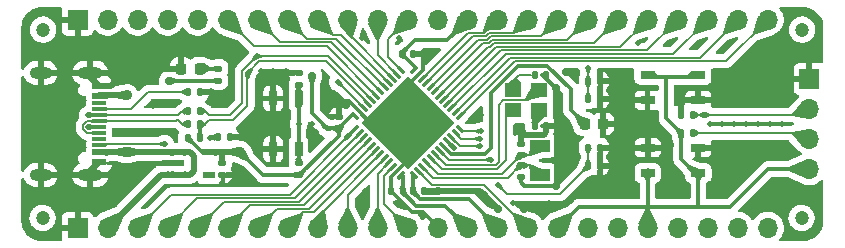
<source format=gtl>
%TF.GenerationSoftware,KiCad,Pcbnew,7.0.11*%
%TF.CreationDate,2024-04-18T21:15:58+08:00*%
%TF.ProjectId,UINIO-MCU-STM32F401CCU6,55494e49-4f2d-44d4-9355-2d53544d3332,Version 3.2.0*%
%TF.SameCoordinates,PX72c1710PY5584170*%
%TF.FileFunction,Copper,L1,Top*%
%TF.FilePolarity,Positive*%
%FSLAX46Y46*%
G04 Gerber Fmt 4.6, Leading zero omitted, Abs format (unit mm)*
G04 Created by KiCad (PCBNEW 7.0.11) date 2024-04-18 21:15:58*
%MOMM*%
%LPD*%
G01*
G04 APERTURE LIST*
G04 Aperture macros list*
%AMRoundRect*
0 Rectangle with rounded corners*
0 $1 Rounding radius*
0 $2 $3 $4 $5 $6 $7 $8 $9 X,Y pos of 4 corners*
0 Add a 4 corners polygon primitive as box body*
4,1,4,$2,$3,$4,$5,$6,$7,$8,$9,$2,$3,0*
0 Add four circle primitives for the rounded corners*
1,1,$1+$1,$2,$3*
1,1,$1+$1,$4,$5*
1,1,$1+$1,$6,$7*
1,1,$1+$1,$8,$9*
0 Add four rect primitives between the rounded corners*
20,1,$1+$1,$2,$3,$4,$5,0*
20,1,$1+$1,$4,$5,$6,$7,0*
20,1,$1+$1,$6,$7,$8,$9,0*
20,1,$1+$1,$8,$9,$2,$3,0*%
%AMHorizOval*
0 Thick line with rounded ends*
0 $1 width*
0 $2 $3 position (X,Y) of the first rounded end (center of the circle)*
0 $4 $5 position (X,Y) of the second rounded end (center of the circle)*
0 Add line between two ends*
20,1,$1,$2,$3,$4,$5,0*
0 Add two circle primitives to create the rounded ends*
1,1,$1,$2,$3*
1,1,$1,$4,$5*%
%AMRotRect*
0 Rectangle, with rotation*
0 The origin of the aperture is its center*
0 $1 length*
0 $2 width*
0 $3 Rotation angle, in degrees counterclockwise*
0 Add horizontal line*
21,1,$1,$2,0,0,$3*%
G04 Aperture macros list end*
%TA.AperFunction,SMDPad,CuDef*%
%ADD10RoundRect,0.135000X-0.185000X0.135000X-0.185000X-0.135000X0.185000X-0.135000X0.185000X0.135000X0*%
%TD*%
%TA.AperFunction,SMDPad,CuDef*%
%ADD11RoundRect,0.140000X0.140000X0.170000X-0.140000X0.170000X-0.140000X-0.170000X0.140000X-0.170000X0*%
%TD*%
%TA.AperFunction,SMDPad,CuDef*%
%ADD12RoundRect,0.135000X-0.135000X-0.185000X0.135000X-0.185000X0.135000X0.185000X-0.135000X0.185000X0*%
%TD*%
%TA.AperFunction,SMDPad,CuDef*%
%ADD13R,0.650000X1.200000*%
%TD*%
%TA.AperFunction,SMDPad,CuDef*%
%ADD14R,1.800000X1.000000*%
%TD*%
%TA.AperFunction,SMDPad,CuDef*%
%ADD15R,1.000000X0.600000*%
%TD*%
%TA.AperFunction,SMDPad,CuDef*%
%ADD16RoundRect,0.140000X-0.170000X0.140000X-0.170000X-0.140000X0.170000X-0.140000X0.170000X0.140000X0*%
%TD*%
%TA.AperFunction,SMDPad,CuDef*%
%ADD17RoundRect,0.218750X-0.218750X-0.256250X0.218750X-0.256250X0.218750X0.256250X-0.218750X0.256250X0*%
%TD*%
%TA.AperFunction,SMDPad,CuDef*%
%ADD18R,1.200000X0.650000*%
%TD*%
%TA.AperFunction,ComponentPad*%
%ADD19R,1.700000X1.700000*%
%TD*%
%TA.AperFunction,ComponentPad*%
%ADD20O,1.700000X1.700000*%
%TD*%
%TA.AperFunction,ComponentPad*%
%ADD21C,1.200000*%
%TD*%
%TA.AperFunction,SMDPad,CuDef*%
%ADD22HorizOval,0.280000X-0.219203X0.219203X0.219203X-0.219203X0*%
%TD*%
%TA.AperFunction,SMDPad,CuDef*%
%ADD23HorizOval,0.280000X0.219203X0.219203X-0.219203X-0.219203X0*%
%TD*%
%TA.AperFunction,SMDPad,CuDef*%
%ADD24RotRect,5.600000X5.600000X45.000000*%
%TD*%
%TA.AperFunction,SMDPad,CuDef*%
%ADD25RoundRect,0.140000X0.170000X-0.140000X0.170000X0.140000X-0.170000X0.140000X-0.170000X-0.140000X0*%
%TD*%
%TA.AperFunction,ComponentPad*%
%ADD26O,2.100000X1.000000*%
%TD*%
%TA.AperFunction,ComponentPad*%
%ADD27O,1.900000X1.000000*%
%TD*%
%TA.AperFunction,SMDPad,CuDef*%
%ADD28R,1.150000X0.600000*%
%TD*%
%TA.AperFunction,SMDPad,CuDef*%
%ADD29R,1.150000X0.300000*%
%TD*%
%TA.AperFunction,SMDPad,CuDef*%
%ADD30RoundRect,0.135000X0.135000X0.185000X-0.135000X0.185000X-0.135000X-0.185000X0.135000X-0.185000X0*%
%TD*%
%TA.AperFunction,SMDPad,CuDef*%
%ADD31R,1.400000X1.200000*%
%TD*%
%TA.AperFunction,SMDPad,CuDef*%
%ADD32RoundRect,0.140000X-0.140000X-0.170000X0.140000X-0.170000X0.140000X0.170000X-0.140000X0.170000X0*%
%TD*%
%TA.AperFunction,SMDPad,CuDef*%
%ADD33RoundRect,0.218750X0.218750X0.256250X-0.218750X0.256250X-0.218750X-0.256250X0.218750X-0.256250X0*%
%TD*%
%TA.AperFunction,SMDPad,CuDef*%
%ADD34RoundRect,0.135000X0.185000X-0.135000X0.185000X0.135000X-0.185000X0.135000X-0.185000X-0.135000X0*%
%TD*%
%TA.AperFunction,ViaPad*%
%ADD35C,0.500000*%
%TD*%
%TA.AperFunction,ViaPad*%
%ADD36C,0.700000*%
%TD*%
%TA.AperFunction,ViaPad*%
%ADD37C,0.900000*%
%TD*%
%TA.AperFunction,Conductor*%
%ADD38C,0.200000*%
%TD*%
%TA.AperFunction,Conductor*%
%ADD39C,0.300000*%
%TD*%
%TA.AperFunction,Conductor*%
%ADD40C,0.500000*%
%TD*%
%TA.AperFunction,Conductor*%
%ADD41C,0.600000*%
%TD*%
%TA.AperFunction,Conductor*%
%ADD42C,0.150000*%
%TD*%
G04 APERTURE END LIST*
D10*
%TO.P,R1,2*%
%TO.N,/VDD_3.3V*%
X13920000Y-6510000D03*
%TO.P,R1,1*%
%TO.N,Net-(D1-A)*%
X13920000Y-5490000D03*
%TD*%
D11*
%TO.P,C7,1*%
%TO.N,GND*%
X46190000Y-13727130D03*
%TO.P,C7,2*%
%TO.N,/BOOT0*%
X45230000Y-13727130D03*
%TD*%
D12*
%TO.P,R8,1*%
%TO.N,GND*%
X53080000Y-9410000D03*
%TO.P,R8,2*%
%TO.N,/PA14{slash}SWCLK*%
X54100000Y-9410000D03*
%TD*%
D13*
%TO.P,SW2,1,1*%
%TO.N,/NRST*%
X20710000Y-8022130D03*
%TO.P,SW2,2,2*%
X20710000Y-12322130D03*
%TO.P,SW2,3,3*%
%TO.N,GND*%
X18560000Y-8022130D03*
%TO.P,SW2,4,4*%
X18560000Y-12322130D03*
%TD*%
D14*
%TO.P,Y1,1,1*%
%TO.N,Net-(U3-PC15_OSC32_OUT)*%
X41120000Y-12012130D03*
%TO.P,Y1,2,GND*%
%TO.N,Net-(U3-PC14_OSC32_IN)*%
X41120000Y-14512130D03*
%TD*%
D15*
%TO.P,U1,1,Vin*%
%TO.N,/VDD_5V*%
X10529060Y-12576130D03*
%TO.P,U1,2,Vss*%
%TO.N,GND*%
X10529060Y-13526130D03*
%TO.P,U1,3,CE*%
%TO.N,/VDD_5V*%
X10529060Y-14476130D03*
%TO.P,U1,4,NC*%
%TO.N,unconnected-(U1-NC-Pad4)*%
X13129060Y-14476130D03*
%TO.P,U1,5,Vout*%
%TO.N,/VDD_3.3V*%
X13129060Y-12576130D03*
%TD*%
D16*
%TO.P,C11,1*%
%TO.N,GND*%
X39540940Y-11870000D03*
%TO.P,C11,2*%
%TO.N,Net-(U3-PC15_OSC32_OUT)*%
X39540940Y-12830000D03*
%TD*%
D17*
%TO.P,D1,1,K*%
%TO.N,GND*%
X10751560Y-5490000D03*
%TO.P,D1,2,A*%
%TO.N,Net-(D1-A)*%
X12326560Y-5490000D03*
%TD*%
D18*
%TO.P,SW3,1,1*%
%TO.N,GND*%
X50260000Y-12182130D03*
%TO.P,SW3,2,2*%
X54560000Y-12182130D03*
%TO.P,SW3,3,3*%
%TO.N,/VDD_3.3V*%
X50260000Y-14332130D03*
%TO.P,SW3,4,4*%
X54560000Y-14332130D03*
%TD*%
D19*
%TO.P,J3,1,Pin_1*%
%TO.N,GND*%
X63960000Y-6367130D03*
D20*
%TO.P,J3,2,Pin_2*%
%TO.N,/PA14{slash}SWCLK*%
X63960000Y-8907130D03*
%TO.P,J3,3,Pin_3*%
%TO.N,/PA13{slash}SWDIO*%
X63960000Y-11447130D03*
%TO.P,J3,4,Pin_4*%
%TO.N,/VDD_3.3V*%
X63960000Y-13987130D03*
%TD*%
D16*
%TO.P,C2,1*%
%TO.N,GND*%
X9429060Y-13512130D03*
%TO.P,C2,2*%
%TO.N,/VDD_5V*%
X9429060Y-14472130D03*
%TD*%
D12*
%TO.P,R10,1*%
%TO.N,/BOOT0*%
X45200000Y-12177130D03*
%TO.P,R10,2*%
%TO.N,GND*%
X46220000Y-12177130D03*
%TD*%
D21*
%TO.P,HOLE\u002A\u002A,*%
%TO.N,*%
X-920940Y-2190000D03*
%TD*%
D12*
%TO.P,R4,2*%
%TO.N,/USB_PA+*%
X12330000Y-11360000D03*
%TO.P,R4,1*%
%TO.N,/VDD_3.3V*%
X11310000Y-11360000D03*
%TD*%
D21*
%TO.P,HOLE\u002A\u002A,*%
%TO.N,*%
X63339060Y-2190000D03*
%TD*%
%TO.P,HOLE\u002A\u002A,*%
%TO.N,*%
X63290000Y-18130000D03*
%TD*%
D11*
%TO.P,C4,1*%
%TO.N,GND*%
X30419060Y-4250000D03*
%TO.P,C4,2*%
%TO.N,/VDD_3.3V*%
X29459060Y-4250000D03*
%TD*%
D22*
%TO.P,U3,1,VBAT*%
%TO.N,/VBAT*%
X30468683Y-14492609D03*
%TO.P,U3,2,PC13_TAMPER_RTC*%
%TO.N,/PC13*%
X30822943Y-14138349D03*
%TO.P,U3,3,PC14_OSC32_IN*%
%TO.N,Net-(U3-PC14_OSC32_IN)*%
X31176497Y-13784796D03*
%TO.P,U3,4,PC15_OSC32_OUT*%
%TO.N,Net-(U3-PC15_OSC32_OUT)*%
X31530050Y-13431242D03*
%TO.P,U3,5,PD0_OSC_IN*%
%TO.N,Net-(U3-PD0_OSC_IN)*%
X31884311Y-13076982D03*
%TO.P,U3,6,PD1_OSC_OUT*%
%TO.N,Net-(U3-PD1_OSC_OUT)*%
X32237864Y-12723428D03*
%TO.P,U3,7,NRST*%
%TO.N,/NRST*%
X32590003Y-12371289D03*
%TO.P,U3,8,VSSA*%
%TO.N,Net-(U3-VSSA)*%
X32943557Y-12017736D03*
%TO.P,U3,9,VDDA*%
%TO.N,/VDD_3.3V*%
X33297817Y-11663475D03*
%TO.P,U3,10,PA0_WAKEUP*%
%TO.N,/PA0*%
X33651371Y-11309922D03*
%TO.P,U3,11,PA1*%
%TO.N,/PA1*%
X34005631Y-10955661D03*
%TO.P,U3,12,PA2*%
%TO.N,/PA2*%
X34359184Y-10602108D03*
D23*
%TO.P,U3,13,PA3*%
%TO.N,/PA3*%
X34358477Y-9542155D03*
%TO.P,U3,14,PA4*%
%TO.N,/PA4*%
X34004924Y-9188602D03*
%TO.P,U3,15,PA5*%
%TO.N,/PA5*%
X33651371Y-8835048D03*
%TO.P,U3,16,PA6*%
%TO.N,/PA6*%
X33297817Y-8481495D03*
%TO.P,U3,17,PA7*%
%TO.N,/PA7*%
X32944264Y-8127941D03*
%TO.P,U3,18,PB0*%
%TO.N,/PB0*%
X32590710Y-7774388D03*
%TO.P,U3,19,PB1*%
%TO.N,/PB1*%
X32237157Y-7420835D03*
%TO.P,U3,20,PB2*%
%TO.N,/PB2{slash}BOOT1*%
X31883604Y-7067281D03*
%TO.P,U3,21,PB10*%
%TO.N,/PB10*%
X31530050Y-6713728D03*
%TO.P,U3,22,PB11*%
%TO.N,/PB11*%
X31176497Y-6360174D03*
%TO.P,U3,23,VSS_1*%
%TO.N,GND*%
X30822943Y-6006621D03*
%TO.P,U3,24,VDD_1*%
%TO.N,/VDD_3.3V*%
X30469390Y-5653068D03*
D22*
%TO.P,U3,25,PB12*%
%TO.N,/PB12*%
X29409437Y-5652361D03*
%TO.P,U3,26,PB13*%
%TO.N,/PB13*%
X29055884Y-6005914D03*
%TO.P,U3,27,PB14*%
%TO.N,/PB14*%
X28701623Y-6360174D03*
%TO.P,U3,28,PB15*%
%TO.N,/PB15*%
X28348070Y-6713728D03*
%TO.P,U3,29,PA8*%
%TO.N,/PA8*%
X27993809Y-7067988D03*
%TO.P,U3,30,PA9*%
%TO.N,/PA9*%
X27640256Y-7421542D03*
%TO.P,U3,31,PA10*%
%TO.N,/PA10*%
X27288117Y-7773681D03*
%TO.P,U3,32,PA11*%
%TO.N,/USB_PA-*%
X26934563Y-8127234D03*
%TO.P,U3,33,PA12*%
%TO.N,/USB_PA+*%
X26580303Y-8481495D03*
%TO.P,U3,34,PA13*%
%TO.N,/PA13{slash}SWDIO*%
X26226749Y-8835048D03*
%TO.P,U3,35,VSS_2*%
%TO.N,GND*%
X25873196Y-9188602D03*
%TO.P,U3,36,VDD_2*%
%TO.N,/VDD_3.3V*%
X25518936Y-9542862D03*
D23*
%TO.P,U3,37,PA14*%
%TO.N,/PA14{slash}SWCLK*%
X25518936Y-10602108D03*
%TO.P,U3,38,PA15*%
%TO.N,/PA15*%
X25873196Y-10956368D03*
%TO.P,U3,39,PB3*%
%TO.N,/PB3*%
X26226749Y-11309922D03*
%TO.P,U3,40,PB4*%
%TO.N,/PB4*%
X26580303Y-11663475D03*
%TO.P,U3,41,PB5*%
%TO.N,/PB5*%
X26934563Y-12017736D03*
%TO.P,U3,42,PB6*%
%TO.N,/PB6*%
X27288117Y-12371289D03*
%TO.P,U3,43,PB7*%
%TO.N,/PB7*%
X27640256Y-12723428D03*
%TO.P,U3,44,BOOT0*%
%TO.N,/BOOT0*%
X27993809Y-13076982D03*
%TO.P,U3,45,PB8*%
%TO.N,/PB8*%
X28348070Y-13431242D03*
%TO.P,U3,46,PB9*%
%TO.N,/PB9*%
X28701623Y-13784796D03*
%TO.P,U3,47,VSS_3*%
%TO.N,GND*%
X29055884Y-14139056D03*
%TO.P,U3,48,VDD_3*%
%TO.N,/VDD_3.3V*%
X29409437Y-14492609D03*
D24*
%TO.P,U3,49,PAD*%
%TO.N,GND*%
X29939060Y-10072485D03*
%TD*%
D12*
%TO.P,R12,2*%
%TO.N,GND*%
X14890000Y-11311846D03*
%TO.P,R12,1*%
%TO.N,Net-(USB1-CC2)*%
X13870000Y-11311846D03*
%TD*%
D25*
%TO.P,C10,1*%
%TO.N,GND*%
X39540940Y-14650000D03*
%TO.P,C10,2*%
%TO.N,Net-(U3-PC14_OSC32_IN)*%
X39540940Y-13690000D03*
%TD*%
D26*
%TO.P,USB1,13,GND*%
%TO.N,GND*%
X3068060Y-5847130D03*
%TO.P,USB1,14,GND*%
X3068060Y-14497130D03*
D27*
%TO.P,USB1,15,GND*%
X-1131940Y-5847130D03*
%TO.P,USB1,16,GND*%
X-1131940Y-14497130D03*
D28*
%TO.P,USB1,A1B12,GND*%
X3830060Y-6972130D03*
%TO.P,USB1,A4B9,VBUS*%
%TO.N,/VDD_5V*%
X3830060Y-7772130D03*
D29*
%TO.P,USB1,A5,CC1*%
%TO.N,Net-(USB1-CC1)*%
X3830060Y-8922130D03*
%TO.P,USB1,A6,DP1*%
%TO.N,/USB_Data+*%
X3830060Y-9922130D03*
%TO.P,USB1,A7,DN1*%
%TO.N,/USB_Data-*%
X3830060Y-10422130D03*
%TO.P,USB1,A8,SBU1*%
%TO.N,unconnected-(USB1-SBU1-PadA8)*%
X3830060Y-11422130D03*
D28*
%TO.P,USB1,B1A12,GND*%
%TO.N,GND*%
X3830060Y-13372130D03*
%TO.P,USB1,B4A9,VBUS*%
%TO.N,/VDD_5V*%
X3830060Y-12572130D03*
D29*
%TO.P,USB1,B5,CC2*%
%TO.N,Net-(USB1-CC2)*%
X3830060Y-11922130D03*
%TO.P,USB1,B6,DP2*%
%TO.N,/USB_Data+*%
X3830060Y-10922130D03*
%TO.P,USB1,B7,DN2*%
%TO.N,/USB_Data-*%
X3830060Y-9422130D03*
%TO.P,USB1,B8,SBU2*%
%TO.N,unconnected-(USB1-SBU2-PadB8)*%
X3830060Y-8422130D03*
%TD*%
D25*
%TO.P,C5,1*%
%TO.N,GND*%
X14230000Y-14472130D03*
%TO.P,C5,2*%
%TO.N,/VDD_3.3V*%
X14230000Y-13512130D03*
%TD*%
D30*
%TO.P,R9,1*%
%TO.N,/PA13{slash}SWDIO*%
X54100000Y-10940000D03*
%TO.P,R9,2*%
%TO.N,/VDD_3.3V*%
X53080000Y-10940000D03*
%TD*%
D31*
%TO.P,Y2,1,1*%
%TO.N,Net-(U3-PD1_OSC_OUT)*%
X41080000Y-7332130D03*
%TO.P,Y2,2,2*%
%TO.N,Net-(C12-Pad2)*%
X38880000Y-7332130D03*
%TO.P,Y2,3,3*%
%TO.N,Net-(U3-PD0_OSC_IN)*%
X38880000Y-9032130D03*
%TO.P,Y2,4,4*%
%TO.N,Net-(C8-Pad2)*%
X41080000Y-9032130D03*
%TD*%
D32*
%TO.P,C13,1*%
%TO.N,/VBAT*%
X30370000Y-15890000D03*
%TO.P,C13,2*%
%TO.N,GND*%
X31330000Y-15890000D03*
%TD*%
D12*
%TO.P,R5,1*%
%TO.N,/PB2{slash}BOOT1*%
X45200000Y-8077130D03*
%TO.P,R5,2*%
%TO.N,GND*%
X46220000Y-8077130D03*
%TD*%
D32*
%TO.P,C6,1*%
%TO.N,GND*%
X28549060Y-15890000D03*
%TO.P,C6,2*%
%TO.N,/VDD_3.3V*%
X29509060Y-15890000D03*
%TD*%
D11*
%TO.P,C8,1*%
%TO.N,GND*%
X41650000Y-10342130D03*
%TO.P,C8,2*%
%TO.N,Net-(C8-Pad2)*%
X40690000Y-10342130D03*
%TD*%
D21*
%TO.P,HOLE\u002A\u002A,*%
%TO.N,*%
X-970000Y-18130000D03*
%TD*%
D12*
%TO.P,R3,2*%
%TO.N,/USB_PA-*%
X12330000Y-9108156D03*
%TO.P,R3,1*%
%TO.N,/USB_Data-*%
X11310000Y-9108156D03*
%TD*%
%TO.P,R2,2*%
%TO.N,/USB_PA+*%
X12330000Y-10210000D03*
%TO.P,R2,1*%
%TO.N,/USB_Data+*%
X11310000Y-10210000D03*
%TD*%
D11*
%TO.P,C1,1*%
%TO.N,GND*%
X46190000Y-6577130D03*
%TO.P,C1,2*%
%TO.N,/PB2{slash}BOOT1*%
X45230000Y-6577130D03*
%TD*%
D33*
%TO.P,L1,1,1*%
%TO.N,GND*%
X46497500Y-10177130D03*
%TO.P,L1,2,2*%
%TO.N,Net-(U3-VSSA)*%
X44922500Y-10177130D03*
%TD*%
D25*
%TO.P,C9,1*%
%TO.N,/NRST*%
X20715000Y-6860000D03*
%TO.P,C9,2*%
%TO.N,GND*%
X20715000Y-5900000D03*
%TD*%
D12*
%TO.P,R11,2*%
%TO.N,GND*%
X12330000Y-7470000D03*
%TO.P,R11,1*%
%TO.N,Net-(USB1-CC1)*%
X11310000Y-7470000D03*
%TD*%
D16*
%TO.P,C3,1*%
%TO.N,GND*%
X24120000Y-9592485D03*
%TO.P,C3,2*%
%TO.N,/VDD_3.3V*%
X24120000Y-10552485D03*
%TD*%
D34*
%TO.P,R6,1*%
%TO.N,/VDD_3.3V*%
X20715000Y-14490000D03*
%TO.P,R6,2*%
%TO.N,/NRST*%
X20715000Y-13470000D03*
%TD*%
D11*
%TO.P,C12,1*%
%TO.N,GND*%
X41650000Y-6022130D03*
%TO.P,C12,2*%
%TO.N,Net-(C12-Pad2)*%
X40690000Y-6022130D03*
%TD*%
D18*
%TO.P,SW1,1,1*%
%TO.N,GND*%
X54550000Y-8172130D03*
%TO.P,SW1,2,2*%
X50250000Y-8172130D03*
%TO.P,SW1,3,3*%
%TO.N,/VDD_3.3V*%
X54550000Y-6022130D03*
%TO.P,SW1,4,4*%
X50250000Y-6022130D03*
%TD*%
D19*
%TO.P,J1,1,Pin_1*%
%TO.N,GND*%
X1999060Y-1342130D03*
D20*
%TO.P,J1,2,Pin_2*%
%TO.N,/VDD_3.3V*%
X4539060Y-1342130D03*
%TO.P,J1,3,Pin_3*%
%TO.N,/PA13{slash}SWDIO*%
X7079060Y-1342130D03*
%TO.P,J1,4,Pin_4*%
%TO.N,/USB_PA+*%
X9619060Y-1342130D03*
%TO.P,J1,5,Pin_5*%
%TO.N,/USB_PA-*%
X12159060Y-1342130D03*
%TO.P,J1,6,Pin_6*%
%TO.N,/PA10*%
X14699060Y-1342130D03*
%TO.P,J1,7,Pin_7*%
%TO.N,/PA9*%
X17239060Y-1342130D03*
%TO.P,J1,8,Pin_8*%
%TO.N,/PA8*%
X19779060Y-1342130D03*
%TO.P,J1,9,Pin_9*%
%TO.N,/PB15*%
X22319060Y-1342130D03*
%TO.P,J1,10,Pin_10*%
%TO.N,/PB14*%
X24859060Y-1342130D03*
%TO.P,J1,11,Pin_11*%
%TO.N,/PB13*%
X27399060Y-1342130D03*
%TO.P,J1,12,Pin_12*%
%TO.N,/PB12*%
X29939060Y-1342130D03*
%TO.P,J1,13,Pin_13*%
%TO.N,GND*%
X32479060Y-1342130D03*
%TO.P,J1,14,Pin_14*%
%TO.N,/VDD_3.3V*%
X35019060Y-1342130D03*
%TO.P,J1,15,Pin_15*%
%TO.N,/PB11*%
X37559060Y-1342130D03*
%TO.P,J1,16,Pin_16*%
%TO.N,/PB10*%
X40099060Y-1342130D03*
%TO.P,J1,17,Pin_17*%
%TO.N,/PB2{slash}BOOT1*%
X42639060Y-1342130D03*
%TO.P,J1,18,Pin_18*%
%TO.N,/PB1*%
X45179060Y-1342130D03*
%TO.P,J1,19,Pin_19*%
%TO.N,/PB0*%
X47719060Y-1342130D03*
%TO.P,J1,20,Pin_20*%
%TO.N,/PA7*%
X50259060Y-1342130D03*
%TO.P,J1,21,Pin_21*%
%TO.N,/PA6*%
X52799060Y-1342130D03*
%TO.P,J1,22,Pin_22*%
%TO.N,/PA5*%
X55339060Y-1342130D03*
%TO.P,J1,23,Pin_23*%
%TO.N,/PA4*%
X57879060Y-1342130D03*
%TO.P,J1,24,Pin_24*%
%TO.N,/PA3*%
X60419060Y-1342130D03*
%TD*%
D19*
%TO.P,J2,1,Pin_1*%
%TO.N,GND*%
X1999060Y-18982130D03*
D20*
%TO.P,J2,2,Pin_2*%
%TO.N,/VDD_5V*%
X4539060Y-18982130D03*
%TO.P,J2,3,Pin_3*%
%TO.N,/PA14{slash}SWCLK*%
X7079060Y-18982130D03*
%TO.P,J2,4,Pin_4*%
%TO.N,/PA15*%
X9619060Y-18982130D03*
%TO.P,J2,5,Pin_5*%
%TO.N,/PB3*%
X12159060Y-18982130D03*
%TO.P,J2,6,Pin_6*%
%TO.N,/PB4*%
X14699060Y-18982130D03*
%TO.P,J2,7,Pin_7*%
%TO.N,/PB5*%
X17239060Y-18982130D03*
%TO.P,J2,8,Pin_8*%
%TO.N,/PB6*%
X19779060Y-18982130D03*
%TO.P,J2,9,Pin_9*%
%TO.N,/PB7*%
X22319060Y-18982130D03*
%TO.P,J2,10,Pin_10*%
%TO.N,/BOOT0*%
X24859060Y-18982130D03*
%TO.P,J2,11,Pin_11*%
%TO.N,/PB8*%
X27399060Y-18982130D03*
%TO.P,J2,12,Pin_12*%
%TO.N,/PB9*%
X29939060Y-18982130D03*
%TO.P,J2,13,Pin_13*%
%TO.N,GND*%
X32479060Y-18982130D03*
%TO.P,J2,14,Pin_14*%
%TO.N,/VDD_3.3V*%
X35019060Y-18982130D03*
%TO.P,J2,15,Pin_15*%
%TO.N,/VBAT*%
X37559060Y-18982130D03*
%TO.P,J2,16,Pin_16*%
%TO.N,/PC13*%
X40099060Y-18982130D03*
%TO.P,J2,17,Pin_17*%
%TO.N,/VDD_3.3V*%
X42639060Y-18982130D03*
%TO.P,J2,18,Pin_18*%
%TO.N,GND*%
X45179060Y-18982130D03*
%TO.P,J2,19,Pin_19*%
%TO.N,/NRST*%
X47719060Y-18982130D03*
%TO.P,J2,20,Pin_20*%
%TO.N,/VDD_3.3V*%
X50259060Y-18982130D03*
%TO.P,J2,21,Pin_21*%
%TO.N,GND*%
X52799060Y-18982130D03*
%TO.P,J2,22,Pin_22*%
%TO.N,/PA0*%
X55339060Y-18982130D03*
%TO.P,J2,23,Pin_23*%
%TO.N,/PA1*%
X57879060Y-18982130D03*
%TO.P,J2,24,Pin_24*%
%TO.N,/PA2*%
X60419060Y-18982130D03*
%TD*%
D35*
%TO.N,GND*%
X58560000Y-12670000D03*
X59576666Y-12670000D03*
X61610002Y-12670000D03*
X60593332Y-12670000D03*
X15060000Y-5140000D03*
X15050000Y-7200000D03*
X60593330Y-10190000D03*
D36*
X36420000Y-16200000D03*
D35*
X16660000Y-15240000D03*
X36110000Y-9410000D03*
X15800000Y-15240000D03*
X55510000Y-10190000D03*
D36*
X43350000Y-5770000D03*
D35*
X29939060Y-10072485D03*
D36*
X55540000Y-15360000D03*
D35*
X26090000Y-2890000D03*
X41880000Y-16910000D03*
X11000000Y-3990000D03*
X14940000Y-15250000D03*
X15790000Y-14472130D03*
X29939060Y-11072485D03*
X48930000Y-15910000D03*
X8340000Y-10880000D03*
X17390000Y-12540000D03*
X17390000Y-7200000D03*
X15050000Y-8010000D03*
X46800000Y-15107870D03*
X28939060Y-10072485D03*
X29939060Y-9072485D03*
X61610000Y-10190000D03*
X57543332Y-10190000D03*
X53139060Y-15512130D03*
D36*
X43670000Y-16590000D03*
D35*
X57139060Y-3322130D03*
X29200000Y-2890000D03*
X13790000Y-8010000D03*
X59576664Y-10190000D03*
X13930000Y-4370000D03*
X60490000Y-15650000D03*
D36*
X32480000Y-15880000D03*
D35*
X17390000Y-8010000D03*
X56526666Y-10190000D03*
X28939060Y-9072485D03*
D36*
X42469060Y-7162130D03*
D35*
X49466560Y-3322130D03*
X8340000Y-8680000D03*
X17540000Y-5710000D03*
X48930000Y-15110000D03*
X52024060Y-3322130D03*
X46050000Y-15110000D03*
X13280000Y-3740000D03*
X28939060Y-11072485D03*
D36*
X52150000Y-12000000D03*
D35*
X18560000Y-10120000D03*
D36*
X31240000Y-4250000D03*
D35*
X30939060Y-10072485D03*
D36*
X37600000Y-17380000D03*
X42469060Y-15392130D03*
D35*
X19600000Y-5710000D03*
X18570000Y-5710000D03*
X30939060Y-11072485D03*
D36*
X39830000Y-17380000D03*
X47830000Y-5811630D03*
D35*
X21840000Y-10210000D03*
X58559998Y-10190000D03*
X38880000Y-16910000D03*
D36*
X24100000Y-8250000D03*
D35*
X30939060Y-9072485D03*
X54581560Y-3322130D03*
X26350000Y-15860000D03*
%TO.N,/PB2{slash}BOOT1*%
X45230000Y-5430000D03*
D37*
%TO.N,/VDD_5V*%
X6169060Y-7762130D03*
X6169060Y-12562130D03*
D36*
%TO.N,/VDD_3.3V*%
X9728465Y-6521535D03*
D35*
X33832879Y-12199950D03*
D36*
X21840000Y-6080000D03*
D37*
X15783465Y-12576535D03*
D35*
X23102485Y-10552485D03*
%TO.N,/BOOT0*%
X37570000Y-15330000D03*
%TO.N,/NRST*%
X20710000Y-10210000D03*
X36970000Y-13210000D03*
%TO.N,/PA13{slash}SWDIO*%
X24030000Y-6630000D03*
%TO.N,/PA14{slash}SWCLK*%
X24890522Y-11230522D03*
X55090000Y-9410000D03*
%TO.N,/PA0*%
X36100000Y-12066666D03*
%TO.N,/PA1*%
X36090000Y-11430000D03*
%TO.N,/PA2*%
X36110000Y-10810000D03*
%TO.N,/USB_Data-*%
X2899060Y-9422130D03*
X2899060Y-10422130D03*
%TO.N,Net-(USB1-CC2)*%
X13180000Y-11340000D03*
X9390000Y-11870000D03*
%TO.N,/USB_PA+*%
X16410000Y-5860000D03*
%TO.N,/USB_PA-*%
X17200000Y-4450000D03*
%TD*%
D38*
%TO.N,Net-(USB1-CC1)*%
X7970000Y-7470000D02*
X11310000Y-7470000D01*
X6517870Y-8922130D02*
X7970000Y-7470000D01*
X3830060Y-8922130D02*
X6517870Y-8922130D01*
D39*
%TO.N,/VDD_3.3V*%
X12526130Y-12576130D02*
X13129060Y-12576130D01*
X11310000Y-11360000D02*
X12526130Y-12576130D01*
%TO.N,/USB_PA+*%
X12330000Y-10210000D02*
X12330000Y-11360000D01*
%TO.N,Net-(D1-A)*%
X12326560Y-5490000D02*
X13920000Y-5490000D01*
%TO.N,/VDD_3.3V*%
X9740000Y-6510000D02*
X13920000Y-6510000D01*
X9728465Y-6521535D02*
X9740000Y-6510000D01*
D38*
%TO.N,Net-(USB1-CC2)*%
X13180000Y-11340000D02*
X13841846Y-11340000D01*
X3882190Y-11870000D02*
X3830060Y-11922130D01*
X9390000Y-11870000D02*
X3882190Y-11870000D01*
D39*
%TO.N,GND*%
X39802130Y-15392130D02*
X39540940Y-15130940D01*
D40*
X36420000Y-16200000D02*
X36100000Y-15880000D01*
D39*
X42479060Y-10342130D02*
X41329060Y-10342130D01*
X24100000Y-8250000D02*
X24934594Y-8250000D01*
X30822943Y-6006621D02*
X29939060Y-6890504D01*
D40*
X39720000Y-11100000D02*
X41450000Y-11100000D01*
X39540940Y-11870000D02*
X39540940Y-11279060D01*
X6320000Y-5490000D02*
X4837870Y-6972130D01*
D39*
X42479060Y-7172130D02*
X42479060Y-11022130D01*
X31240000Y-5589564D02*
X30822943Y-6006621D01*
X29055884Y-14139056D02*
X28540000Y-14654940D01*
X42479060Y-15382130D02*
X42479060Y-11122130D01*
X28540000Y-14654940D02*
X28540000Y-15880940D01*
D40*
X-1131940Y-14497130D02*
X3068060Y-14497130D01*
D39*
X42469060Y-15392130D02*
X39802130Y-15392130D01*
X42469060Y-7162130D02*
X42479060Y-7172130D01*
X31240000Y-4250000D02*
X31240000Y-5589564D01*
X28549060Y-15890000D02*
X30299060Y-17640000D01*
X32450000Y-15890000D02*
X32460000Y-15880000D01*
X42469060Y-15392130D02*
X42479060Y-15382130D01*
X42479060Y-11022130D02*
X42479060Y-10342130D01*
D41*
X31330000Y-15890000D02*
X32450000Y-15890000D01*
D40*
X-1131940Y-5847130D02*
X-1131940Y-14497130D01*
D39*
X24934594Y-8250000D02*
X25873196Y-9188602D01*
X39540940Y-15130940D02*
X39540940Y-14650000D01*
D40*
X3068060Y-14497130D02*
X3068060Y-14134130D01*
X39540940Y-11279060D02*
X39720000Y-11100000D01*
D39*
X25873196Y-9188602D02*
X26757079Y-10072485D01*
D40*
X4837870Y-6972130D02*
X3830060Y-6972130D01*
X3068060Y-14134130D02*
X3830060Y-13372130D01*
X3068060Y-6211130D02*
X3068060Y-5847130D01*
D39*
X42469060Y-7162130D02*
X41329060Y-6022130D01*
D40*
X36420000Y-16200000D02*
X37600000Y-17380000D01*
X41450000Y-11100000D02*
X41650000Y-10900000D01*
D39*
X31240000Y-17640000D02*
X32479060Y-18879060D01*
D40*
X41650000Y-10900000D02*
X41650000Y-10342130D01*
D39*
X31240000Y-4250000D02*
X30419060Y-4250000D01*
D42*
X19240000Y-6830000D02*
X19240000Y-6837130D01*
D40*
X10529060Y-13526130D02*
X9443060Y-13526130D01*
D39*
X24100000Y-8250000D02*
X24100000Y-8083070D01*
X29939060Y-13255880D02*
X29055884Y-14139056D01*
D40*
X36100000Y-15880000D02*
X32480000Y-15880000D01*
X3829060Y-6972130D02*
X3068060Y-6211130D01*
X3068060Y-5847130D02*
X-1131940Y-5847130D01*
D39*
X42479060Y-11122130D02*
X42479060Y-11022130D01*
X30299060Y-17640000D02*
X31240000Y-17640000D01*
D40*
X10751560Y-5490000D02*
X6320000Y-5490000D01*
D38*
%TO.N,/PB2{slash}BOOT1*%
X45230000Y-5430000D02*
X45230000Y-6577130D01*
X36989718Y-2760000D02*
X41221190Y-2760000D01*
X31892719Y-7067281D02*
X35900000Y-3060000D01*
X45230000Y-6577130D02*
X45230000Y-8047130D01*
X41221190Y-2760000D02*
X42639060Y-1342130D01*
X36689718Y-3060000D02*
X36989718Y-2760000D01*
X35900000Y-3060000D02*
X36689718Y-3060000D01*
D40*
%TO.N,/VDD_5V*%
X6169060Y-7762130D02*
X3835060Y-7762130D01*
X9049060Y-14472130D02*
X4539060Y-18982130D01*
X9429060Y-14472130D02*
X10525060Y-14472130D01*
X11829060Y-14152130D02*
X11829060Y-12882130D01*
X11523060Y-12576130D02*
X10529060Y-12576130D01*
X9429060Y-14472130D02*
X9049060Y-14472130D01*
X6169060Y-12562130D02*
X10515060Y-12562130D01*
X11505060Y-14476130D02*
X11829060Y-14152130D01*
X3835060Y-12562130D02*
X6169060Y-12562130D01*
X11829060Y-12882130D02*
X11523060Y-12576130D01*
X10529060Y-14476130D02*
X11505060Y-14476130D01*
D39*
%TO.N,/VDD_3.3V*%
X33297817Y-11664888D02*
X33832879Y-12199950D01*
X29509060Y-14592232D02*
X29509060Y-15890000D01*
X23102485Y-10552485D02*
X24120000Y-10552485D01*
X54560000Y-14332130D02*
X54560000Y-17180000D01*
X33281190Y-3080000D02*
X35019060Y-1342130D01*
D40*
X14230000Y-12576130D02*
X15783060Y-12576130D01*
D39*
X60449060Y-13992130D02*
X63624060Y-13992130D01*
D40*
X14230000Y-12576130D02*
X14230000Y-13512130D01*
D39*
X21840000Y-6080000D02*
X21840000Y-9290000D01*
X15783465Y-12576535D02*
X17726930Y-14520000D01*
X33136930Y-17100000D02*
X30630000Y-17100000D01*
X29459060Y-4250000D02*
X30662458Y-5453398D01*
X35019060Y-18982130D02*
X33136930Y-17100000D01*
X53080000Y-13140000D02*
X54272130Y-14332130D01*
X29182046Y-14720000D02*
X29409437Y-14492609D01*
X30469390Y-5653068D02*
X30641245Y-5481213D01*
X30662458Y-5460000D02*
X30469390Y-5653068D01*
X53906930Y-17190000D02*
X57251190Y-17190000D01*
X51850000Y-6202130D02*
X54560000Y-6202130D01*
X44441190Y-17180000D02*
X53896930Y-17180000D01*
X30630000Y-17100000D02*
X29509060Y-15979060D01*
X20760000Y-14520000D02*
X24107515Y-11172485D01*
D40*
X15783060Y-12576130D02*
X15783465Y-12576535D01*
D39*
X30662458Y-5453398D02*
X30662458Y-5460000D01*
X51850000Y-9710000D02*
X51850000Y-6202130D01*
X53080000Y-10940000D02*
X53080000Y-13140000D01*
X30550000Y-3080000D02*
X33281190Y-3080000D01*
X50260000Y-6202130D02*
X51850000Y-6202130D01*
X30641245Y-5481213D02*
X30641245Y-5480000D01*
D40*
X13294000Y-12576130D02*
X14230000Y-12576130D01*
D39*
X24127515Y-10552485D02*
X25328037Y-9351963D01*
X21840000Y-9290000D02*
X23102485Y-10552485D01*
X29459060Y-4170940D02*
X30550000Y-3080000D01*
X53080000Y-10940000D02*
X51850000Y-9710000D01*
X17726930Y-14520000D02*
X20760000Y-14520000D01*
X25328037Y-9351963D02*
X25518936Y-9542862D01*
X53896930Y-17180000D02*
X53906930Y-17190000D01*
X29249060Y-14720000D02*
X29182046Y-14720000D01*
D40*
X14230000Y-12576130D02*
X14230000Y-13510000D01*
D39*
X29409437Y-14492609D02*
X29509060Y-14592232D01*
X50260000Y-18531190D02*
X50260000Y-14102130D01*
X42639060Y-18982130D02*
X44441190Y-17180000D01*
X57251190Y-17190000D02*
X60449060Y-13992130D01*
X24107515Y-11172485D02*
X24107515Y-10552485D01*
D38*
%TO.N,/BOOT0*%
X38330000Y-16090000D02*
X42867130Y-16090000D01*
X45230000Y-13727130D02*
X45230000Y-12426190D01*
X45230000Y-12426190D02*
X45449060Y-12207130D01*
X42867130Y-16090000D02*
X45230000Y-13727130D01*
X24860000Y-16210000D02*
X24860000Y-18981190D01*
X37570000Y-15330000D02*
X38330000Y-16090000D01*
X27993018Y-13076982D02*
X24860000Y-16210000D01*
%TO.N,Net-(C8-Pad2)*%
X40690000Y-10342130D02*
X40690000Y-9422130D01*
%TO.N,/NRST*%
X33428714Y-13210000D02*
X32590003Y-12371289D01*
D39*
X20710000Y-8022130D02*
X20710000Y-13384314D01*
X20715000Y-6860000D02*
X20715000Y-8017130D01*
D38*
X36970000Y-13210000D02*
X33428714Y-13210000D01*
%TO.N,Net-(U3-PC14_OSC32_IN)*%
X32121701Y-14730000D02*
X38450000Y-14730000D01*
X31176497Y-13784796D02*
X32121701Y-14730000D01*
X40297870Y-13690000D02*
X41120000Y-14512130D01*
X39540940Y-13690000D02*
X40297870Y-13690000D01*
X38450000Y-14730000D02*
X39490000Y-13690000D01*
%TO.N,Net-(U3-PC15_OSC32_OUT)*%
X37940940Y-14430000D02*
X32528808Y-14430000D01*
X39540940Y-12830000D02*
X37940940Y-14430000D01*
X32528808Y-14430000D02*
X31530050Y-13431242D01*
X40302130Y-12830000D02*
X41120000Y-12012130D01*
X39540940Y-12830000D02*
X40302130Y-12830000D01*
%TO.N,Net-(C12-Pad2)*%
X38880000Y-6520000D02*
X38880000Y-7332130D01*
X39377870Y-6022130D02*
X38880000Y-6520000D01*
X40369060Y-6022130D02*
X39377870Y-6022130D01*
%TO.N,/PA13{slash}SWDIO*%
X24030000Y-6638299D02*
X24030000Y-6630000D01*
X26226749Y-8835048D02*
X24030000Y-6638299D01*
X63452870Y-10940000D02*
X54100000Y-10940000D01*
%TO.N,/PA10*%
X27288117Y-7773681D02*
X23084436Y-3570000D01*
X16926930Y-3570000D02*
X14699060Y-1342130D01*
X23084436Y-3570000D02*
X16926930Y-3570000D01*
%TO.N,/PA9*%
X27640256Y-7420256D02*
X23490000Y-3270000D01*
X23490000Y-3270000D02*
X19166930Y-3270000D01*
X19166930Y-3270000D02*
X17239060Y-1342130D01*
%TO.N,/PA8*%
X21406930Y-2970000D02*
X19779060Y-1342130D01*
X27993809Y-7067988D02*
X23895821Y-2970000D01*
X23895821Y-2970000D02*
X21406930Y-2970000D01*
%TO.N,/PB15*%
X23646930Y-2670000D02*
X22319060Y-1342130D01*
X28348070Y-6713728D02*
X24304342Y-2670000D01*
X24304342Y-2670000D02*
X23646930Y-2670000D01*
%TO.N,/PB14*%
X28701623Y-6360174D02*
X24859060Y-2517611D01*
X24859060Y-2517611D02*
X24859060Y-1342130D01*
%TO.N,/PB13*%
X27399060Y-4349090D02*
X27399060Y-1342130D01*
X29055884Y-6005914D02*
X27399060Y-4349090D01*
%TO.N,/PB12*%
X28260000Y-3021190D02*
X29939060Y-1342130D01*
X28260000Y-4502924D02*
X28260000Y-3021190D01*
X29409437Y-5652361D02*
X28260000Y-4502924D01*
%TO.N,/PB11*%
X35076671Y-2460000D02*
X36441190Y-2460000D01*
X36441190Y-2460000D02*
X37559060Y-1342130D01*
X31176497Y-6360174D02*
X35076671Y-2460000D01*
%TO.N,/PB10*%
X38981190Y-2460000D02*
X40099060Y-1342130D01*
X35480000Y-2760000D02*
X36565454Y-2760000D01*
X36565454Y-2760000D02*
X36865454Y-2460000D01*
X36865454Y-2460000D02*
X38981190Y-2460000D01*
X31530050Y-6709950D02*
X35480000Y-2760000D01*
%TO.N,/PB1*%
X32237157Y-7420835D02*
X36297992Y-3360000D01*
X36297992Y-3360000D02*
X36813982Y-3360000D01*
X43461190Y-3060000D02*
X45179060Y-1342130D01*
X36813982Y-3360000D02*
X37113982Y-3060000D01*
X37113982Y-3060000D02*
X43461190Y-3060000D01*
%TO.N,/PB0*%
X37238246Y-3360000D02*
X45701190Y-3360000D01*
X36938246Y-3660000D02*
X37238246Y-3360000D01*
X45701190Y-3360000D02*
X47719060Y-1342130D01*
X32590710Y-7774388D02*
X36705098Y-3660000D01*
X36705098Y-3660000D02*
X36938246Y-3660000D01*
%TO.N,/PA7*%
X47941190Y-3660000D02*
X50259060Y-1342130D01*
X32944264Y-8127941D02*
X37412205Y-3660000D01*
X37412205Y-3660000D02*
X47941190Y-3660000D01*
%TO.N,/PA6*%
X50181190Y-3960000D02*
X52799060Y-1342130D01*
X33297817Y-8481495D02*
X37819312Y-3960000D01*
X37819312Y-3960000D02*
X50181190Y-3960000D01*
%TO.N,/PA5*%
X52421190Y-4260000D02*
X55339060Y-1342130D01*
X38226419Y-4260000D02*
X52421190Y-4260000D01*
X33651371Y-8835048D02*
X38226419Y-4260000D01*
%TO.N,/PA4*%
X54661190Y-4560000D02*
X57879060Y-1342130D01*
X34004924Y-9188602D02*
X38633526Y-4560000D01*
X38633526Y-4560000D02*
X54661190Y-4560000D01*
%TO.N,/PA3*%
X39050000Y-4860000D02*
X56901190Y-4860000D01*
X34367845Y-9542155D02*
X39050000Y-4860000D01*
X56901190Y-4860000D02*
X60419060Y-1342130D01*
%TO.N,/PA14{slash}SWCLK*%
X54100000Y-9410000D02*
X55090000Y-9410000D01*
X55090000Y-9410000D02*
X63457130Y-9410000D01*
X19961044Y-16160000D02*
X9901190Y-16160000D01*
X25518936Y-10602108D02*
X24890522Y-11230522D01*
X9901190Y-16160000D02*
X7079060Y-18982130D01*
X24890522Y-11230522D02*
X19961044Y-16160000D01*
%TO.N,/PA15*%
X25873196Y-10956368D02*
X20369564Y-16460000D01*
X20369564Y-16460000D02*
X12141190Y-16460000D01*
X12141190Y-16460000D02*
X9619060Y-18982130D01*
%TO.N,/PB3*%
X20776671Y-16760000D02*
X14381190Y-16760000D01*
X26226749Y-11309922D02*
X20776671Y-16760000D01*
X14381190Y-16760000D02*
X12159060Y-18982130D01*
%TO.N,/PB4*%
X26580303Y-11663475D02*
X21183778Y-17060000D01*
X21183778Y-17060000D02*
X16621190Y-17060000D01*
X16621190Y-17060000D02*
X14699060Y-18982130D01*
%TO.N,/PB5*%
X18861190Y-17360000D02*
X17239060Y-18982130D01*
X21592299Y-17360000D02*
X18861190Y-17360000D01*
X26934563Y-12017736D02*
X21592299Y-17360000D01*
%TO.N,/PB6*%
X21999406Y-17660000D02*
X21101190Y-17660000D01*
X27288117Y-12371289D02*
X21999406Y-17660000D01*
X21101190Y-17660000D02*
X19779060Y-18982130D01*
%TO.N,/PB7*%
X22319060Y-18044624D02*
X22319060Y-18982130D01*
X27640256Y-12723428D02*
X22319060Y-18044624D01*
%TO.N,/PB8*%
X27400000Y-14379312D02*
X27400000Y-18981190D01*
X28348070Y-13431242D02*
X27400000Y-14379312D01*
%TO.N,/PB9*%
X27940000Y-16983070D02*
X29939060Y-18982130D01*
X27940000Y-14546419D02*
X27940000Y-16983070D01*
X28701623Y-13784796D02*
X27940000Y-14546419D01*
D39*
%TO.N,/VBAT*%
X30370000Y-15890000D02*
X30370000Y-14591292D01*
X31010000Y-16530000D02*
X35106930Y-16530000D01*
X35106930Y-16530000D02*
X37559060Y-18982130D01*
X30370000Y-15890000D02*
X31010000Y-16530000D01*
X30370000Y-14591292D02*
X30468683Y-14492609D01*
D38*
%TO.N,/PC13*%
X36430000Y-15330000D02*
X40082130Y-18982130D01*
X31028593Y-14343999D02*
X32014594Y-15330000D01*
X32014594Y-15330000D02*
X36430000Y-15330000D01*
%TO.N,/PA0*%
X36100000Y-12066666D02*
X34408115Y-12066666D01*
X34408115Y-12066666D02*
X33651371Y-11309922D01*
%TO.N,/PA1*%
X34005631Y-10955661D02*
X34479970Y-11430000D01*
X34479970Y-11430000D02*
X36090000Y-11430000D01*
%TO.N,/PA2*%
X36110000Y-10810000D02*
X36080000Y-10780000D01*
X36080000Y-10780000D02*
X34537076Y-10780000D01*
D39*
%TO.N,Net-(U3-VSSA)*%
X43730000Y-7236706D02*
X43730000Y-8984630D01*
X41763294Y-5270000D02*
X43730000Y-7236706D01*
X33628650Y-12702829D02*
X36507171Y-12702829D01*
X39266216Y-5270000D02*
X41763294Y-5270000D01*
X36960000Y-7576216D02*
X39266216Y-5270000D01*
X36507171Y-12702829D02*
X36960000Y-12250000D01*
X43730000Y-8984630D02*
X44922500Y-10177130D01*
X36960000Y-12250000D02*
X36960000Y-7576216D01*
X32943557Y-12017736D02*
X33628650Y-12702829D01*
D38*
%TO.N,/USB_Data+*%
X2449060Y-10235733D02*
X2449060Y-10608527D01*
X4692561Y-9922130D02*
X4717561Y-9897130D01*
X3830060Y-9922130D02*
X4692561Y-9922130D01*
X10292206Y-9897130D02*
X10305258Y-9884078D01*
X2449060Y-10608527D02*
X2762663Y-10922130D01*
X2762663Y-9922130D02*
X2449060Y-10235733D01*
X4717561Y-9897130D02*
X10292206Y-9897130D01*
X10504077Y-9884078D02*
X10829999Y-10210000D01*
X10829999Y-10210000D02*
X11310000Y-10210000D01*
X3830060Y-9922130D02*
X2762663Y-9922130D01*
X2762663Y-10922130D02*
X3830060Y-10922130D01*
X10305258Y-9884078D02*
X10504077Y-9884078D01*
%TO.N,/USB_Data-*%
X3830060Y-10422130D02*
X2899060Y-10422130D01*
X3830060Y-9422130D02*
X4692561Y-9422130D01*
X10120000Y-9447130D02*
X10133052Y-9434078D01*
X4692561Y-9422130D02*
X4717561Y-9447130D01*
X2899060Y-9422130D02*
X3830060Y-9422130D01*
X10504077Y-9434078D02*
X10829999Y-9108156D01*
X4717561Y-9447130D02*
X10120000Y-9447130D01*
X10829999Y-9108156D02*
X11310000Y-9108156D01*
X10133052Y-9434078D02*
X10504077Y-9434078D01*
%TO.N,Net-(U3-PD0_OSC_IN)*%
X38290000Y-13240000D02*
X38290000Y-9622130D01*
X31884311Y-13076982D02*
X32817329Y-14010000D01*
X32817329Y-14010000D02*
X37520000Y-14010000D01*
X37520000Y-14010000D02*
X38290000Y-13240000D01*
X38290000Y-9622130D02*
X38880000Y-9032130D01*
%TO.N,Net-(U3-PD1_OSC_OUT)*%
X37680000Y-13360000D02*
X37680000Y-8540000D01*
X37380000Y-13660000D02*
X37680000Y-13360000D01*
X38040000Y-8180000D02*
X40130000Y-8180000D01*
X33174436Y-13660000D02*
X37380000Y-13660000D01*
X32237864Y-12723428D02*
X33174436Y-13660000D01*
X40130000Y-8180000D02*
X40977870Y-7332130D01*
X37680000Y-8540000D02*
X38040000Y-8180000D01*
%TO.N,/USB_PA+*%
X12330000Y-10210000D02*
X12810001Y-10210000D01*
X12810001Y-10210000D02*
X13135923Y-9884078D01*
X16410000Y-5838200D02*
X17363200Y-4885000D01*
X17363200Y-4885000D02*
X23019870Y-4885000D01*
X23019870Y-4885000D02*
X26580303Y-8445433D01*
X16375000Y-5873200D02*
X16388200Y-5860000D01*
X16375000Y-8633200D02*
X16375000Y-5873200D01*
X15124122Y-9884078D02*
X16375000Y-8633200D01*
X16388200Y-5860000D02*
X16410000Y-5860000D01*
X13135923Y-9884078D02*
X15124122Y-9884078D01*
X16410000Y-5860000D02*
X16410000Y-5838200D01*
%TO.N,/USB_PA-*%
X15925000Y-5686800D02*
X17176800Y-4435000D01*
X12810001Y-9108156D02*
X13135923Y-9434078D01*
X17185000Y-4435000D02*
X17200000Y-4450000D01*
X17176800Y-4435000D02*
X17185000Y-4435000D01*
X15925000Y-8446800D02*
X15925000Y-5686800D01*
X14937722Y-9434078D02*
X15925000Y-8446800D01*
X13135923Y-9434078D02*
X14937722Y-9434078D01*
X17200000Y-4450000D02*
X17215000Y-4435000D01*
X17215000Y-4435000D02*
X23206268Y-4435000D01*
X23206268Y-4435000D02*
X26898502Y-8127234D01*
X12330000Y-9108156D02*
X12810001Y-9108156D01*
%TD*%
%TA.AperFunction,Conductor*%
%TO.N,GND*%
G36*
X598660Y-272315D02*
G01*
X644415Y-325119D01*
X654910Y-389886D01*
X649060Y-444285D01*
X649060Y-1092130D01*
X1565374Y-1092130D01*
X1539567Y-1132286D01*
X1499060Y-1270241D01*
X1499060Y-1414019D01*
X1539567Y-1551974D01*
X1565374Y-1592130D01*
X649060Y-1592130D01*
X649060Y-2239974D01*
X655461Y-2299502D01*
X655463Y-2299509D01*
X705705Y-2434216D01*
X705709Y-2434223D01*
X791869Y-2549317D01*
X791872Y-2549320D01*
X906966Y-2635480D01*
X906973Y-2635484D01*
X1041680Y-2685726D01*
X1041687Y-2685728D01*
X1101215Y-2692129D01*
X1101232Y-2692130D01*
X1749060Y-2692130D01*
X1749060Y-1777631D01*
X1856745Y-1826810D01*
X1963297Y-1842130D01*
X2034823Y-1842130D01*
X2141375Y-1826810D01*
X2249060Y-1777631D01*
X2249060Y-2692130D01*
X2896888Y-2692130D01*
X2896904Y-2692129D01*
X2956432Y-2685728D01*
X2956439Y-2685726D01*
X3091146Y-2635484D01*
X3091153Y-2635480D01*
X3206247Y-2549320D01*
X3206250Y-2549317D01*
X3292410Y-2434223D01*
X3292414Y-2434216D01*
X3338741Y-2310007D01*
X3380612Y-2254073D01*
X3446076Y-2229656D01*
X3514349Y-2244507D01*
X3546149Y-2269353D01*
X3615820Y-2345036D01*
X3793484Y-2483319D01*
X3793485Y-2483319D01*
X3793487Y-2483321D01*
X3915438Y-2549317D01*
X3991486Y-2590472D01*
X4204425Y-2663574D01*
X4426491Y-2700630D01*
X4651629Y-2700630D01*
X4873695Y-2663574D01*
X5086634Y-2590472D01*
X5284636Y-2483319D01*
X5462300Y-2345036D01*
X5590081Y-2206230D01*
X5614775Y-2179406D01*
X5614775Y-2179405D01*
X5614782Y-2179398D01*
X5705253Y-2040920D01*
X5758398Y-1995567D01*
X5827629Y-1986143D01*
X5890965Y-2015645D01*
X5912864Y-2040917D01*
X6003338Y-2179398D01*
X6003343Y-2179403D01*
X6003344Y-2179406D01*
X6155816Y-2345032D01*
X6155820Y-2345036D01*
X6333484Y-2483319D01*
X6333485Y-2483319D01*
X6333487Y-2483321D01*
X6455438Y-2549317D01*
X6531486Y-2590472D01*
X6744425Y-2663574D01*
X6966491Y-2700630D01*
X7191629Y-2700630D01*
X7413695Y-2663574D01*
X7626634Y-2590472D01*
X7824636Y-2483319D01*
X8002300Y-2345036D01*
X8130081Y-2206230D01*
X8154775Y-2179406D01*
X8154775Y-2179405D01*
X8154782Y-2179398D01*
X8245253Y-2040920D01*
X8298398Y-1995567D01*
X8367629Y-1986143D01*
X8430965Y-2015645D01*
X8452864Y-2040917D01*
X8543338Y-2179398D01*
X8543343Y-2179403D01*
X8543344Y-2179406D01*
X8695816Y-2345032D01*
X8695820Y-2345036D01*
X8873484Y-2483319D01*
X8873485Y-2483319D01*
X8873487Y-2483321D01*
X8995438Y-2549317D01*
X9071486Y-2590472D01*
X9284425Y-2663574D01*
X9506491Y-2700630D01*
X9731629Y-2700630D01*
X9953695Y-2663574D01*
X10166634Y-2590472D01*
X10364636Y-2483319D01*
X10542300Y-2345036D01*
X10670081Y-2206230D01*
X10694775Y-2179406D01*
X10694775Y-2179405D01*
X10694782Y-2179398D01*
X10785253Y-2040920D01*
X10838398Y-1995567D01*
X10907629Y-1986143D01*
X10970965Y-2015645D01*
X10992864Y-2040917D01*
X11083338Y-2179398D01*
X11083343Y-2179403D01*
X11083344Y-2179406D01*
X11235816Y-2345032D01*
X11235820Y-2345036D01*
X11413484Y-2483319D01*
X11413485Y-2483319D01*
X11413487Y-2483321D01*
X11535438Y-2549317D01*
X11611486Y-2590472D01*
X11824425Y-2663574D01*
X12046491Y-2700630D01*
X12271629Y-2700630D01*
X12493695Y-2663574D01*
X12706634Y-2590472D01*
X12904636Y-2483319D01*
X13082300Y-2345036D01*
X13210081Y-2206230D01*
X13234775Y-2179406D01*
X13234775Y-2179405D01*
X13234782Y-2179398D01*
X13325253Y-2040920D01*
X13378398Y-1995567D01*
X13447629Y-1986143D01*
X13510965Y-2015645D01*
X13532864Y-2040917D01*
X13623338Y-2179398D01*
X13623343Y-2179403D01*
X13623344Y-2179406D01*
X13775816Y-2345032D01*
X13775820Y-2345036D01*
X13953484Y-2483319D01*
X13953485Y-2483319D01*
X13953487Y-2483321D01*
X14075438Y-2549317D01*
X14151486Y-2590472D01*
X14193172Y-2604782D01*
X14208586Y-2611267D01*
X14222695Y-2618359D01*
X15471767Y-3036383D01*
X15535762Y-3057800D01*
X15584090Y-3087709D01*
X16462707Y-3966326D01*
X16473402Y-3978521D01*
X16491019Y-4001480D01*
X16516213Y-4066649D01*
X16502175Y-4135094D01*
X16499600Y-4139705D01*
X16348810Y-4396773D01*
X16329534Y-4421715D01*
X15528670Y-5222579D01*
X15516479Y-5233271D01*
X15491013Y-5252813D01*
X15466520Y-5284731D01*
X15393476Y-5379923D01*
X15393473Y-5379928D01*
X15332163Y-5527945D01*
X15332161Y-5527951D01*
X15331120Y-5535859D01*
X15330637Y-5539534D01*
X15330098Y-5543630D01*
X15315970Y-5650940D01*
X15315968Y-5650950D01*
X15315969Y-5650951D01*
X15314356Y-5663208D01*
X15311250Y-5686800D01*
X15312217Y-5694149D01*
X15315439Y-5718618D01*
X15316500Y-5734804D01*
X15316500Y-8143389D01*
X15296815Y-8210428D01*
X15280181Y-8231070D01*
X14721992Y-8789259D01*
X14660669Y-8822744D01*
X14634311Y-8825578D01*
X13439334Y-8825578D01*
X13372295Y-8805893D01*
X13351653Y-8789259D01*
X13308739Y-8746345D01*
X13304860Y-8741927D01*
X13304814Y-8741971D01*
X13300645Y-8737531D01*
X13298014Y-8735230D01*
X13291969Y-8729575D01*
X13274225Y-8711831D01*
X13263531Y-8699638D01*
X13261283Y-8696708D01*
X13243988Y-8674169D01*
X13243986Y-8674167D01*
X13243985Y-8674166D01*
X13215294Y-8652151D01*
X13215293Y-8652150D01*
X13116878Y-8576632D01*
X13116874Y-8576630D01*
X13055939Y-8551390D01*
X13035870Y-8540833D01*
X12923805Y-8468077D01*
X12903646Y-8451754D01*
X12862546Y-8410654D01*
X12862535Y-8410645D01*
X12829099Y-8390872D01*
X12781415Y-8339804D01*
X12768911Y-8271062D01*
X12795556Y-8206472D01*
X12829099Y-8177408D01*
X12857283Y-8160740D01*
X12857294Y-8160731D01*
X12970731Y-8047294D01*
X12970738Y-8047285D01*
X13052406Y-7909191D01*
X13052407Y-7909188D01*
X13097166Y-7755128D01*
X13097167Y-7755122D01*
X13099931Y-7720000D01*
X12212500Y-7720000D01*
X12145461Y-7700315D01*
X12099706Y-7647511D01*
X12088500Y-7596000D01*
X12088499Y-7344000D01*
X12108183Y-7276961D01*
X12160987Y-7231206D01*
X12212499Y-7220000D01*
X13099931Y-7220000D01*
X13110721Y-7208328D01*
X13170682Y-7172462D01*
X13201776Y-7168500D01*
X13217194Y-7168500D01*
X13253966Y-7174077D01*
X13523961Y-7257921D01*
X13576846Y-7269456D01*
X13584982Y-7271523D01*
X13633534Y-7285629D01*
X13670011Y-7288500D01*
X14169988Y-7288499D01*
X14206466Y-7285629D01*
X14362596Y-7240269D01*
X14502541Y-7157506D01*
X14617506Y-7042541D01*
X14700269Y-6902596D01*
X14745629Y-6746466D01*
X14748500Y-6709989D01*
X14748499Y-6310012D01*
X14745629Y-6273534D01*
X14700269Y-6117404D01*
X14668165Y-6063120D01*
X14650982Y-5995399D01*
X14668166Y-5936878D01*
X14671849Y-5930651D01*
X14700269Y-5882596D01*
X14745629Y-5726466D01*
X14748500Y-5689989D01*
X14748499Y-5290012D01*
X14745629Y-5253534D01*
X14700269Y-5097404D01*
X14617506Y-4957459D01*
X14617504Y-4957457D01*
X14617501Y-4957453D01*
X14502546Y-4842498D01*
X14502538Y-4842492D01*
X14362594Y-4759730D01*
X14362591Y-4759729D01*
X14206473Y-4714372D01*
X14206461Y-4714370D01*
X14174177Y-4711829D01*
X14169989Y-4711500D01*
X14169988Y-4711500D01*
X13670022Y-4711500D01*
X13670000Y-4711501D01*
X13633533Y-4714371D01*
X13633532Y-4714371D01*
X13562901Y-4734890D01*
X13547859Y-4738262D01*
X13523967Y-4742076D01*
X13350238Y-4796024D01*
X13280377Y-4797106D01*
X13255303Y-4787115D01*
X12909835Y-4603639D01*
X12909283Y-4603355D01*
X12900997Y-4598675D01*
X12854752Y-4570151D01*
X12693374Y-4516676D01*
X12693371Y-4516675D01*
X12693372Y-4516675D01*
X12593772Y-4506500D01*
X12059356Y-4506500D01*
X12059340Y-4506501D01*
X11959744Y-4516676D01*
X11798370Y-4570150D01*
X11798365Y-4570152D01*
X11653671Y-4659401D01*
X11620729Y-4692343D01*
X11559406Y-4725828D01*
X11489714Y-4720842D01*
X11445368Y-4692342D01*
X11419140Y-4666114D01*
X11276137Y-4577908D01*
X11276132Y-4577906D01*
X11116643Y-4525057D01*
X11018210Y-4515000D01*
X11001560Y-4515000D01*
X11001560Y-5616000D01*
X10981875Y-5683039D01*
X10929071Y-5728794D01*
X10877560Y-5740000D01*
X10144825Y-5740000D01*
X10110616Y-5735187D01*
X10014091Y-5707481D01*
X10014093Y-5707481D01*
X10013074Y-5707189D01*
X9996860Y-5701286D01*
X9995221Y-5700556D01*
X9995217Y-5700555D01*
X9818697Y-5663035D01*
X9638233Y-5663035D01*
X9624138Y-5666031D01*
X9461713Y-5700554D01*
X9461707Y-5700556D01*
X9296851Y-5773956D01*
X9296846Y-5773959D01*
X9150853Y-5880029D01*
X9150846Y-5880035D01*
X9030097Y-6014143D01*
X8939865Y-6170429D01*
X8884100Y-6342058D01*
X8880506Y-6376254D01*
X8865236Y-6521535D01*
X8876636Y-6630000D01*
X8884101Y-6701016D01*
X8885451Y-6707366D01*
X8883752Y-6707727D01*
X8885499Y-6769032D01*
X8849414Y-6828862D01*
X8786710Y-6859686D01*
X8765575Y-6861500D01*
X8018005Y-6861500D01*
X8001820Y-6860439D01*
X7996100Y-6859686D01*
X7992068Y-6859155D01*
X7970001Y-6856250D01*
X7970000Y-6856250D01*
X7967281Y-6856608D01*
X7934151Y-6860969D01*
X7934150Y-6860968D01*
X7934140Y-6860970D01*
X7911232Y-6863986D01*
X7837804Y-6873653D01*
X7829342Y-6874767D01*
X7811147Y-6877162D01*
X7663125Y-6938474D01*
X7609470Y-6979647D01*
X7609469Y-6979648D01*
X7536011Y-7036014D01*
X7516464Y-7061487D01*
X7505772Y-7073678D01*
X7221350Y-7358100D01*
X7160027Y-7391585D01*
X7090335Y-7386601D01*
X7034402Y-7344729D01*
X7024313Y-7328877D01*
X6969880Y-7227039D01*
X6926416Y-7174078D01*
X6850101Y-7081088D01*
X6704152Y-6961310D01*
X6704145Y-6961306D01*
X6537638Y-6872307D01*
X6356961Y-6817498D01*
X6169060Y-6798992D01*
X5981160Y-6817498D01*
X5896509Y-6843176D01*
X5877535Y-6846786D01*
X5877602Y-6847218D01*
X5873219Y-6847891D01*
X5202967Y-7000534D01*
X5175432Y-7003630D01*
X4784406Y-7003630D01*
X4767227Y-7001872D01*
X4767162Y-7002365D01*
X4517239Y-6969042D01*
X4453389Y-6940670D01*
X4415014Y-6882282D01*
X4414298Y-6812416D01*
X4451468Y-6753254D01*
X4514723Y-6723579D01*
X4533627Y-6722130D01*
X4905060Y-6722130D01*
X4905060Y-6624302D01*
X4905059Y-6624285D01*
X4898658Y-6564757D01*
X4898656Y-6564750D01*
X4848414Y-6430043D01*
X4848410Y-6430036D01*
X4762250Y-6314942D01*
X4762247Y-6314939D01*
X4640049Y-6223461D01*
X4641138Y-6222005D01*
X4599417Y-6180283D01*
X4584567Y-6112009D01*
X4586883Y-6097874D01*
X4586306Y-6097130D01*
X3834171Y-6097130D01*
X3873670Y-6072673D01*
X3941261Y-5983168D01*
X3971955Y-5875290D01*
X3961606Y-5763609D01*
X3911612Y-5663208D01*
X3839129Y-5597130D01*
X4591426Y-5597130D01*
X4591128Y-5595183D01*
X4591126Y-5595177D01*
X4520497Y-5404472D01*
X4520494Y-5404465D01*
X4417982Y-5240000D01*
X9814060Y-5240000D01*
X10501560Y-5240000D01*
X10501560Y-4514999D01*
X10484916Y-4515000D01*
X10386475Y-4525057D01*
X10226987Y-4577906D01*
X10226982Y-4577908D01*
X10083979Y-4666114D01*
X9965174Y-4784919D01*
X9876968Y-4927922D01*
X9876966Y-4927927D01*
X9824117Y-5087416D01*
X9814060Y-5185849D01*
X9814060Y-5240000D01*
X4417982Y-5240000D01*
X4412910Y-5231862D01*
X4272795Y-5084461D01*
X4272793Y-5084460D01*
X4105864Y-4968273D01*
X3918967Y-4888070D01*
X3719750Y-4847130D01*
X3318060Y-4847130D01*
X3318060Y-5547130D01*
X2818060Y-5547130D01*
X2818060Y-4847130D01*
X2467347Y-4847130D01*
X2315721Y-4862548D01*
X2121678Y-4923429D01*
X2121668Y-4923434D01*
X1943844Y-5022135D01*
X1943843Y-5022135D01*
X1789529Y-5154608D01*
X1789528Y-5154609D01*
X1665041Y-5315434D01*
X1575471Y-5498036D01*
X1549814Y-5597130D01*
X2301949Y-5597130D01*
X2262450Y-5621587D01*
X2194859Y-5711092D01*
X2164165Y-5818970D01*
X2174514Y-5930651D01*
X2224508Y-6031052D01*
X2296991Y-6097130D01*
X1544694Y-6097130D01*
X1544991Y-6099076D01*
X1544993Y-6099082D01*
X1615622Y-6289787D01*
X1615625Y-6289794D01*
X1723209Y-6462397D01*
X1863324Y-6609798D01*
X1863326Y-6609799D01*
X2030256Y-6725987D01*
X2109942Y-6760182D01*
X2163786Y-6804708D01*
X2185010Y-6871276D01*
X2166875Y-6938751D01*
X2162348Y-6945641D01*
X2097088Y-7038093D01*
X2048714Y-7174204D01*
X2048714Y-7174207D01*
X2040087Y-7300339D01*
X2038856Y-7318329D01*
X2060657Y-7423244D01*
X2068246Y-7459764D01*
X2068247Y-7459766D01*
X2134705Y-7588023D01*
X2134709Y-7588029D01*
X2200794Y-7658788D01*
X2233305Y-7693599D01*
X2356732Y-7768656D01*
X2495832Y-7807630D01*
X2495833Y-7807630D01*
X2604006Y-7807630D01*
X2604009Y-7807630D01*
X2605673Y-7807401D01*
X2606200Y-7807480D01*
X2608237Y-7807341D01*
X2608267Y-7807790D01*
X2674768Y-7817772D01*
X2727288Y-7863853D01*
X2746560Y-7930246D01*
X2746560Y-8120774D01*
X2750656Y-8158878D01*
X2750656Y-8185382D01*
X2746560Y-8223485D01*
X2746560Y-8583914D01*
X2726875Y-8650953D01*
X2674071Y-8696708D01*
X2663514Y-8700956D01*
X2567877Y-8734420D01*
X2423151Y-8825358D01*
X2302288Y-8946221D01*
X2211351Y-9090946D01*
X2154897Y-9252280D01*
X2154896Y-9252285D01*
X2135761Y-9422126D01*
X2135761Y-9422133D01*
X2155677Y-9598900D01*
X2153353Y-9599161D01*
X2149744Y-9657912D01*
X2120814Y-9703428D01*
X2052730Y-9771512D01*
X2040539Y-9782204D01*
X2015073Y-9801746D01*
X1990580Y-9833664D01*
X1917536Y-9928856D01*
X1917534Y-9928859D01*
X1856759Y-10075585D01*
X1856222Y-10076882D01*
X1855223Y-10084469D01*
X1849734Y-10126163D01*
X1840030Y-10199873D01*
X1840029Y-10199886D01*
X1835310Y-10235731D01*
X1835310Y-10235732D01*
X1839499Y-10267551D01*
X1840560Y-10283737D01*
X1840560Y-10560522D01*
X1839499Y-10576707D01*
X1835310Y-10608525D01*
X1835310Y-10608528D01*
X1840029Y-10644373D01*
X1840030Y-10644387D01*
X1843682Y-10672130D01*
X1852660Y-10740324D01*
X1852989Y-10742822D01*
X1856222Y-10767379D01*
X1917533Y-10915398D01*
X1917536Y-10915404D01*
X1959359Y-10969907D01*
X1990583Y-11010599D01*
X1990585Y-11010601D01*
X2015073Y-11042514D01*
X2040541Y-11062056D01*
X2052733Y-11072749D01*
X2298440Y-11318456D01*
X2309135Y-11330651D01*
X2328673Y-11356114D01*
X2328674Y-11356115D01*
X2328676Y-11356117D01*
X2341900Y-11366264D01*
X2357365Y-11378131D01*
X2357391Y-11378152D01*
X2389680Y-11402928D01*
X2455787Y-11453654D01*
X2455789Y-11453654D01*
X2455791Y-11453656D01*
X2488381Y-11467155D01*
X2603812Y-11514968D01*
X2640390Y-11519783D01*
X2704286Y-11548049D01*
X2742758Y-11606373D01*
X2747495Y-11629470D01*
X2750656Y-11658878D01*
X2750656Y-11685382D01*
X2746560Y-11723485D01*
X2746560Y-12120774D01*
X2750656Y-12158878D01*
X2750656Y-12185382D01*
X2746560Y-12223485D01*
X2746560Y-12412630D01*
X2726875Y-12479669D01*
X2674071Y-12525424D01*
X2622560Y-12536630D01*
X2532110Y-12536630D01*
X2424949Y-12551359D01*
X2292449Y-12608911D01*
X2292449Y-12608912D01*
X2180398Y-12700073D01*
X2180393Y-12700078D01*
X2097088Y-12818093D01*
X2048714Y-12954204D01*
X2048714Y-12954207D01*
X2040433Y-13075280D01*
X2038856Y-13098329D01*
X2068246Y-13239764D01*
X2111154Y-13322573D01*
X2134705Y-13368023D01*
X2134709Y-13368029D01*
X2148248Y-13382526D01*
X2179619Y-13444957D01*
X2172257Y-13514438D01*
X2128499Y-13568908D01*
X2117801Y-13575580D01*
X1943844Y-13672134D01*
X1943843Y-13672135D01*
X1789529Y-13804608D01*
X1789528Y-13804609D01*
X1665041Y-13965434D01*
X1575471Y-14148036D01*
X1549814Y-14247130D01*
X2301949Y-14247130D01*
X2262450Y-14271587D01*
X2194859Y-14361092D01*
X2164165Y-14468970D01*
X2174514Y-14580651D01*
X2224508Y-14681052D01*
X2296991Y-14747130D01*
X1544694Y-14747130D01*
X1544991Y-14749076D01*
X1544993Y-14749082D01*
X1615622Y-14939787D01*
X1615625Y-14939794D01*
X1723209Y-15112397D01*
X1863324Y-15259798D01*
X1863326Y-15259799D01*
X2030255Y-15375986D01*
X2217152Y-15456189D01*
X2416370Y-15497130D01*
X2818060Y-15497130D01*
X2818060Y-14797130D01*
X3318060Y-14797130D01*
X3318060Y-15497130D01*
X3668773Y-15497130D01*
X3820398Y-15481711D01*
X4014441Y-15420830D01*
X4014451Y-15420825D01*
X4192275Y-15322124D01*
X4192276Y-15322124D01*
X4346590Y-15189651D01*
X4346591Y-15189650D01*
X4471078Y-15028825D01*
X4560648Y-14846223D01*
X4586306Y-14747130D01*
X3834171Y-14747130D01*
X3873670Y-14722673D01*
X3941261Y-14633168D01*
X3971955Y-14525290D01*
X3961606Y-14413609D01*
X3911612Y-14313208D01*
X3839129Y-14247130D01*
X4591425Y-14247130D01*
X4590282Y-14239668D01*
X4599586Y-14170420D01*
X4640862Y-14121885D01*
X4640049Y-14120799D01*
X4644831Y-14117218D01*
X4644851Y-14117196D01*
X4644905Y-14117163D01*
X4762247Y-14029320D01*
X4762250Y-14029317D01*
X4848410Y-13914223D01*
X4848414Y-13914216D01*
X4898656Y-13779509D01*
X4898658Y-13779502D01*
X4905059Y-13719974D01*
X4905060Y-13719957D01*
X4905060Y-13622130D01*
X4520804Y-13622130D01*
X4453765Y-13602445D01*
X4408010Y-13549641D01*
X4398066Y-13480483D01*
X4427091Y-13416927D01*
X4485869Y-13379153D01*
X4507548Y-13374841D01*
X4510302Y-13374544D01*
X4514261Y-13374119D01*
X4514265Y-13374117D01*
X4514267Y-13374117D01*
X4536661Y-13365764D01*
X4558248Y-13359866D01*
X4737336Y-13327963D01*
X4767716Y-13322552D01*
X4789463Y-13320630D01*
X5175437Y-13320630D01*
X5202971Y-13323725D01*
X5303135Y-13346537D01*
X5873222Y-13476368D01*
X5888738Y-13479726D01*
X5888713Y-13479837D01*
X5901936Y-13482728D01*
X5981161Y-13506762D01*
X5981160Y-13506762D01*
X5998006Y-13508421D01*
X6169060Y-13525268D01*
X6356959Y-13506762D01*
X6441616Y-13481080D01*
X6460586Y-13477480D01*
X6460519Y-13477041D01*
X6464897Y-13476367D01*
X6464900Y-13476367D01*
X7135147Y-13323725D01*
X7162682Y-13320630D01*
X9643678Y-13320630D01*
X9666152Y-13322684D01*
X9863183Y-13358995D01*
X9884040Y-13364758D01*
X9919859Y-13378119D01*
X9980405Y-13384629D01*
X9980422Y-13384630D01*
X10655060Y-13384630D01*
X10722099Y-13404315D01*
X10767854Y-13457119D01*
X10779060Y-13508630D01*
X10779060Y-13543630D01*
X10759375Y-13610669D01*
X10706571Y-13656424D01*
X10655060Y-13667630D01*
X9980411Y-13667630D01*
X9973621Y-13668360D01*
X9961546Y-13669064D01*
X9947065Y-13669200D01*
X9814088Y-13689589D01*
X9786462Y-13690706D01*
X9642741Y-13680441D01*
X9563689Y-13680896D01*
X9560123Y-13681192D01*
X9556113Y-13681791D01*
X9556060Y-13681436D01*
X9535590Y-13683630D01*
X9193570Y-13683630D01*
X9156811Y-13686523D01*
X9156799Y-13686525D01*
X9095670Y-13704284D01*
X9071886Y-13708735D01*
X9038133Y-13711688D01*
X9021332Y-13713158D01*
X9010527Y-13713630D01*
X9004876Y-13713630D01*
X8973738Y-13717269D01*
X8970155Y-13717635D01*
X8894636Y-13724242D01*
X8887563Y-13725703D01*
X8887553Y-13725656D01*
X8879965Y-13727339D01*
X8879976Y-13727385D01*
X8872945Y-13729051D01*
X8802606Y-13754652D01*
X8760197Y-13762130D01*
X8624555Y-13762130D01*
X8618229Y-13770554D01*
X8618115Y-13810525D01*
X8580172Y-13869194D01*
X8576144Y-13872519D01*
X8569744Y-13877579D01*
X8569714Y-13877542D01*
X8563687Y-13882452D01*
X8563717Y-13882487D01*
X8558186Y-13887127D01*
X8506112Y-13942321D01*
X8503601Y-13944906D01*
X5298552Y-17149955D01*
X5260762Y-17175795D01*
X4017636Y-17722130D01*
X4007596Y-17727129D01*
X3992606Y-17733403D01*
X3991493Y-17733784D01*
X3991479Y-17733791D01*
X3793487Y-17840938D01*
X3793482Y-17840942D01*
X3615821Y-17979222D01*
X3546152Y-18054903D01*
X3486265Y-18090893D01*
X3416427Y-18088792D01*
X3358811Y-18049267D01*
X3338741Y-18014252D01*
X3292414Y-17890043D01*
X3292410Y-17890036D01*
X3206250Y-17774942D01*
X3206247Y-17774939D01*
X3091153Y-17688779D01*
X3091146Y-17688775D01*
X2956439Y-17638533D01*
X2956432Y-17638531D01*
X2896904Y-17632130D01*
X2249060Y-17632130D01*
X2249060Y-18546628D01*
X2141375Y-18497450D01*
X2034823Y-18482130D01*
X1963297Y-18482130D01*
X1856745Y-18497450D01*
X1749060Y-18546628D01*
X1749060Y-17632130D01*
X1101215Y-17632130D01*
X1041687Y-17638531D01*
X1041680Y-17638533D01*
X906973Y-17688775D01*
X906966Y-17688779D01*
X791872Y-17774939D01*
X791869Y-17774942D01*
X705709Y-17890036D01*
X705705Y-17890043D01*
X655463Y-18024750D01*
X655461Y-18024757D01*
X649060Y-18084285D01*
X649060Y-18732130D01*
X1565374Y-18732130D01*
X1539567Y-18772286D01*
X1499060Y-18910241D01*
X1499060Y-19054019D01*
X1539567Y-19191974D01*
X1565374Y-19232130D01*
X649060Y-19232130D01*
X649060Y-19879974D01*
X655884Y-19943434D01*
X643479Y-20012194D01*
X595869Y-20063331D01*
X532595Y-20080690D01*
X-1015572Y-20080690D01*
X-1024418Y-20080374D01*
X-1260134Y-20063515D01*
X-1277646Y-20060997D01*
X-1504220Y-20011709D01*
X-1521196Y-20006725D01*
X-1738461Y-19925689D01*
X-1754554Y-19918339D01*
X-1958062Y-19807214D01*
X-1972945Y-19797649D01*
X-2158578Y-19658686D01*
X-2171943Y-19647106D01*
X-2335916Y-19483132D01*
X-2347489Y-19469776D01*
X-2486462Y-19284129D01*
X-2496012Y-19269270D01*
X-2607147Y-19065739D01*
X-2614494Y-19049650D01*
X-2668358Y-18905231D01*
X-2695529Y-18832384D01*
X-2700511Y-18815413D01*
X-2709103Y-18775918D01*
X-2749800Y-18588832D01*
X-2752317Y-18571325D01*
X-2753119Y-18560114D01*
X-2765103Y-18392535D01*
X-2769184Y-18335466D01*
X-2769500Y-18326621D01*
X-2769500Y-18130003D01*
X-2083249Y-18130003D01*
X-2076321Y-18204776D01*
X-2075933Y-18210313D01*
X-2072209Y-18288470D01*
X-2072208Y-18288475D01*
X-2068445Y-18303986D01*
X-2065479Y-18321774D01*
X-2064407Y-18333337D01*
X-2064294Y-18334559D01*
X-2047799Y-18392535D01*
X-2042800Y-18410102D01*
X-2041562Y-18414802D01*
X-2022299Y-18494201D01*
X-2022298Y-18494206D01*
X-2017109Y-18505568D01*
X-2010641Y-18523134D01*
X-2008078Y-18532141D01*
X-2008072Y-18532157D01*
X-1971524Y-18605554D01*
X-1969730Y-18609314D01*
X-1934359Y-18686765D01*
X-1934353Y-18686776D01*
X-1929121Y-18694123D01*
X-1919132Y-18710771D01*
X-1916504Y-18716048D01*
X-1916502Y-18716052D01*
X-1865011Y-18784236D01*
X-1862958Y-18787035D01*
X-1811557Y-18859218D01*
X-1811555Y-18859219D01*
X-1807541Y-18863047D01*
X-1794163Y-18878057D01*
X-1792708Y-18879983D01*
X-1792705Y-18879987D01*
X-1792702Y-18879989D01*
X-1792701Y-18879991D01*
X-1726960Y-18939922D01*
X-1724967Y-18941780D01*
X-1658346Y-19005303D01*
X-1656602Y-19006424D01*
X-1645481Y-19014970D01*
X-1645456Y-19014938D01*
X-1640881Y-19018393D01*
X-1562315Y-19067039D01*
X-1560598Y-19068122D01*
X-1498344Y-19108130D01*
X-1480252Y-19119757D01*
X-1475000Y-19122465D01*
X-1475034Y-19122529D01*
X-1471512Y-19124308D01*
X-1471350Y-19123984D01*
X-1466227Y-19126534D01*
X-1466218Y-19126540D01*
X-1417667Y-19145348D01*
X-1376840Y-19161164D01*
X-1375612Y-19161647D01*
X-1341838Y-19175169D01*
X-1283722Y-19198436D01*
X-1281753Y-19199013D01*
X-1275660Y-19200465D01*
X-1274661Y-19200749D01*
X-1274660Y-19200749D01*
X-1274655Y-19200751D01*
X-1176828Y-19219037D01*
X-1176717Y-19219058D01*
X-1075849Y-19238500D01*
X-1075844Y-19238500D01*
X-867284Y-19238500D01*
X-867282Y-19238500D01*
X-820603Y-19229773D01*
X-809651Y-19228229D01*
X-759261Y-19223419D01*
X-717349Y-19211112D01*
X-705214Y-19208203D01*
X-665345Y-19200751D01*
X-617873Y-19182360D01*
X-608014Y-19179009D01*
X-577128Y-19169939D01*
X-556138Y-19163777D01*
X-543606Y-19157315D01*
X-520391Y-19145348D01*
X-508366Y-19139937D01*
X-473782Y-19126540D01*
X-427543Y-19097909D01*
X-419081Y-19093118D01*
X-370651Y-19068151D01*
X-367974Y-19066771D01*
X-339078Y-19044046D01*
X-327718Y-19036099D01*
X-299118Y-19018392D01*
X-256367Y-18979417D01*
X-249506Y-18973606D01*
X-201568Y-18935908D01*
X-179769Y-18910749D01*
X-169595Y-18900316D01*
X-163556Y-18894809D01*
X-147299Y-18879991D01*
X-110346Y-18831055D01*
X-105136Y-18824618D01*
X-62935Y-18775918D01*
X-48011Y-18750066D01*
X-39592Y-18737361D01*
X-23497Y-18716050D01*
X5364Y-18658088D01*
X8977Y-18651360D01*
X8993Y-18651332D01*
X42913Y-18592582D01*
X51537Y-18567661D01*
X57709Y-18552965D01*
X68074Y-18532152D01*
X86745Y-18466527D01*
X88827Y-18459921D01*
X112150Y-18392535D01*
X112153Y-18392527D01*
X115412Y-18369857D01*
X118878Y-18353590D01*
X124294Y-18334559D01*
X130906Y-18263199D01*
X131638Y-18257003D01*
X138352Y-18210313D01*
X142281Y-18182984D01*
X141356Y-18163578D01*
X141743Y-18146238D01*
X143249Y-18130000D01*
X136318Y-18055214D01*
X135930Y-18049679D01*
X135910Y-18049267D01*
X132208Y-17971526D01*
X128441Y-17956002D01*
X125478Y-17938229D01*
X124294Y-17925441D01*
X102783Y-17849840D01*
X101556Y-17845182D01*
X82298Y-17765796D01*
X77107Y-17754430D01*
X70636Y-17736853D01*
X68902Y-17730759D01*
X68074Y-17727848D01*
X37981Y-17667414D01*
X31511Y-17654421D01*
X29716Y-17650659D01*
X24178Y-17638533D01*
X-5644Y-17573229D01*
X-10879Y-17565877D01*
X-20871Y-17549224D01*
X-23497Y-17543950D01*
X-74998Y-17475752D01*
X-77044Y-17472963D01*
X-100030Y-17440683D01*
X-128441Y-17400785D01*
X-128446Y-17400780D01*
X-132454Y-17396958D01*
X-145847Y-17381931D01*
X-147292Y-17380018D01*
X-147295Y-17380014D01*
X-147296Y-17380013D01*
X-147299Y-17380009D01*
X-213087Y-17320036D01*
X-214998Y-17318253D01*
X-281654Y-17254697D01*
X-281657Y-17254694D01*
X-283399Y-17253575D01*
X-294520Y-17245029D01*
X-294544Y-17245062D01*
X-299123Y-17241604D01*
X-377673Y-17192967D01*
X-379433Y-17191857D01*
X-459742Y-17140246D01*
X-465001Y-17137535D01*
X-464968Y-17137470D01*
X-468488Y-17135692D01*
X-468649Y-17136016D01*
X-473787Y-17133457D01*
X-563117Y-17098851D01*
X-564409Y-17098343D01*
X-656278Y-17061564D01*
X-658239Y-17060988D01*
X-664320Y-17059540D01*
X-665340Y-17059250D01*
X-762983Y-17040996D01*
X-763663Y-17040867D01*
X-864150Y-17021500D01*
X-864151Y-17021500D01*
X-867282Y-17021500D01*
X-1072718Y-17021500D01*
X-1072724Y-17021500D01*
X-1119386Y-17030222D01*
X-1130378Y-17031771D01*
X-1180735Y-17036580D01*
X-1180739Y-17036580D01*
X-1180739Y-17036581D01*
X-1222654Y-17048888D01*
X-1234800Y-17051798D01*
X-1274649Y-17059247D01*
X-1274662Y-17059251D01*
X-1322134Y-17077641D01*
X-1331989Y-17080991D01*
X-1383860Y-17096222D01*
X-1419611Y-17114652D01*
X-1431629Y-17120059D01*
X-1466219Y-17133460D01*
X-1466220Y-17133460D01*
X-1512460Y-17162091D01*
X-1520915Y-17166878D01*
X-1572023Y-17193226D01*
X-1600918Y-17215949D01*
X-1612286Y-17223901D01*
X-1640885Y-17241609D01*
X-1683625Y-17280571D01*
X-1690506Y-17286400D01*
X-1738435Y-17324093D01*
X-1760237Y-17349253D01*
X-1770402Y-17359678D01*
X-1792699Y-17380006D01*
X-1829634Y-17428915D01*
X-1834873Y-17435387D01*
X-1877064Y-17484079D01*
X-1891986Y-17509925D01*
X-1900413Y-17522641D01*
X-1916503Y-17543950D01*
X-1916504Y-17543951D01*
X-1916504Y-17543952D01*
X-1916509Y-17543960D01*
X-1945368Y-17601914D01*
X-1948978Y-17608637D01*
X-1982912Y-17667414D01*
X-1991536Y-17692331D01*
X-1997712Y-17707036D01*
X-2008072Y-17727842D01*
X-2008077Y-17727856D01*
X-2026744Y-17793459D01*
X-2028828Y-17800077D01*
X-2052154Y-17867475D01*
X-2055413Y-17890137D01*
X-2058881Y-17906409D01*
X-2064294Y-17925437D01*
X-2070907Y-17996796D01*
X-2071640Y-18002999D01*
X-2082281Y-18077010D01*
X-2082281Y-18077015D01*
X-2081357Y-18096434D01*
X-2081745Y-18113766D01*
X-2083249Y-18130003D01*
X-2769500Y-18130003D01*
X-2769500Y-14861776D01*
X-2749815Y-14794737D01*
X-2697011Y-14748982D01*
X-2627853Y-14739038D01*
X-2564297Y-14768063D01*
X-2529218Y-14818711D01*
X-2484375Y-14939795D01*
X-2376791Y-15112397D01*
X-2236676Y-15259798D01*
X-2236674Y-15259799D01*
X-2069745Y-15375986D01*
X-1882848Y-15456189D01*
X-1683630Y-15497130D01*
X-1381940Y-15497130D01*
X-1381940Y-14797130D01*
X-881940Y-14797130D01*
X-881940Y-15497130D01*
X-631227Y-15497130D01*
X-479602Y-15481711D01*
X-285559Y-15420830D01*
X-285549Y-15420825D01*
X-107725Y-15322124D01*
X-107724Y-15322124D01*
X46590Y-15189651D01*
X46591Y-15189650D01*
X171078Y-15028825D01*
X260648Y-14846223D01*
X286306Y-14747130D01*
X-515829Y-14747130D01*
X-476330Y-14722673D01*
X-408739Y-14633168D01*
X-378045Y-14525290D01*
X-388394Y-14413609D01*
X-438388Y-14313208D01*
X-510871Y-14247130D01*
X291426Y-14247130D01*
X291128Y-14245183D01*
X291126Y-14245177D01*
X220497Y-14054472D01*
X220494Y-14054465D01*
X112910Y-13881862D01*
X-27205Y-13734461D01*
X-27207Y-13734460D01*
X-194136Y-13618273D01*
X-381033Y-13538070D01*
X-580250Y-13497130D01*
X-881940Y-13497130D01*
X-881940Y-14197130D01*
X-1381940Y-14197130D01*
X-1381940Y-13497130D01*
X-1632653Y-13497130D01*
X-1784279Y-13512548D01*
X-1978322Y-13573429D01*
X-1978332Y-13573434D01*
X-2156156Y-13672135D01*
X-2156157Y-13672135D01*
X-2310471Y-13804608D01*
X-2310472Y-13804609D01*
X-2434959Y-13965434D01*
X-2524529Y-14148035D01*
X-2525459Y-14151630D01*
X-2526512Y-14153390D01*
X-2526712Y-14153931D01*
X-2526813Y-14153893D01*
X-2561320Y-14211595D01*
X-2623907Y-14242652D01*
X-2693350Y-14234943D01*
X-2747601Y-14190913D01*
X-2769436Y-14124543D01*
X-2769500Y-14120547D01*
X-2769500Y-6211776D01*
X-2749815Y-6144737D01*
X-2697011Y-6098982D01*
X-2627853Y-6089038D01*
X-2564297Y-6118063D01*
X-2529218Y-6168711D01*
X-2484375Y-6289795D01*
X-2376791Y-6462397D01*
X-2236676Y-6609798D01*
X-2236674Y-6609799D01*
X-2069745Y-6725986D01*
X-1882848Y-6806189D01*
X-1683630Y-6847130D01*
X-1381940Y-6847130D01*
X-1381940Y-6147130D01*
X-881940Y-6147130D01*
X-881940Y-6847130D01*
X-631227Y-6847130D01*
X-479602Y-6831711D01*
X-285559Y-6770830D01*
X-285549Y-6770825D01*
X-107725Y-6672124D01*
X-107724Y-6672124D01*
X46590Y-6539651D01*
X46591Y-6539650D01*
X171078Y-6378825D01*
X260648Y-6196223D01*
X286306Y-6097130D01*
X-515829Y-6097130D01*
X-476330Y-6072673D01*
X-408739Y-5983168D01*
X-378045Y-5875290D01*
X-388394Y-5763609D01*
X-438388Y-5663208D01*
X-510871Y-5597130D01*
X291426Y-5597130D01*
X291128Y-5595183D01*
X291126Y-5595177D01*
X220497Y-5404472D01*
X220494Y-5404465D01*
X112910Y-5231862D01*
X-27205Y-5084461D01*
X-27207Y-5084460D01*
X-194136Y-4968273D01*
X-381033Y-4888070D01*
X-580250Y-4847130D01*
X-881940Y-4847130D01*
X-881940Y-5547130D01*
X-1381940Y-5547130D01*
X-1381940Y-4847130D01*
X-1632653Y-4847130D01*
X-1784279Y-4862548D01*
X-1978322Y-4923429D01*
X-1978332Y-4923434D01*
X-2156156Y-5022135D01*
X-2156157Y-5022135D01*
X-2310471Y-5154608D01*
X-2310472Y-5154609D01*
X-2434959Y-5315434D01*
X-2524529Y-5498035D01*
X-2525459Y-5501630D01*
X-2526512Y-5503390D01*
X-2526712Y-5503931D01*
X-2526813Y-5503893D01*
X-2561320Y-5561595D01*
X-2623907Y-5592652D01*
X-2693350Y-5584943D01*
X-2747601Y-5540913D01*
X-2769436Y-5474543D01*
X-2769500Y-5470547D01*
X-2769500Y-2190003D01*
X-2034189Y-2190003D01*
X-2027261Y-2264776D01*
X-2026873Y-2270313D01*
X-2023149Y-2348470D01*
X-2023148Y-2348475D01*
X-2019385Y-2363986D01*
X-2016419Y-2381774D01*
X-2015234Y-2394559D01*
X-1998739Y-2452535D01*
X-1993740Y-2470102D01*
X-1992502Y-2474802D01*
X-1973239Y-2554201D01*
X-1973238Y-2554206D01*
X-1968049Y-2565568D01*
X-1961581Y-2583134D01*
X-1959018Y-2592141D01*
X-1959012Y-2592157D01*
X-1922464Y-2665554D01*
X-1920670Y-2669314D01*
X-1885299Y-2746765D01*
X-1885293Y-2746776D01*
X-1880061Y-2754123D01*
X-1870072Y-2770771D01*
X-1867444Y-2776048D01*
X-1867442Y-2776052D01*
X-1815951Y-2844236D01*
X-1813898Y-2847035D01*
X-1762497Y-2919218D01*
X-1762495Y-2919219D01*
X-1758481Y-2923047D01*
X-1745103Y-2938057D01*
X-1743648Y-2939983D01*
X-1743645Y-2939987D01*
X-1743642Y-2939989D01*
X-1743641Y-2939991D01*
X-1677900Y-2999922D01*
X-1675907Y-3001780D01*
X-1609286Y-3065303D01*
X-1607542Y-3066424D01*
X-1596421Y-3074970D01*
X-1596396Y-3074938D01*
X-1591821Y-3078393D01*
X-1513255Y-3127039D01*
X-1511538Y-3128122D01*
X-1441619Y-3173056D01*
X-1431192Y-3179757D01*
X-1425940Y-3182465D01*
X-1425974Y-3182529D01*
X-1422452Y-3184308D01*
X-1422290Y-3183984D01*
X-1417167Y-3186534D01*
X-1417158Y-3186540D01*
X-1368607Y-3205348D01*
X-1327780Y-3221164D01*
X-1326552Y-3221647D01*
X-1283186Y-3239009D01*
X-1234662Y-3258436D01*
X-1232693Y-3259013D01*
X-1226600Y-3260465D01*
X-1225601Y-3260749D01*
X-1225600Y-3260749D01*
X-1225595Y-3260751D01*
X-1127768Y-3279037D01*
X-1127657Y-3279058D01*
X-1026789Y-3298500D01*
X-1026784Y-3298500D01*
X-818224Y-3298500D01*
X-818222Y-3298500D01*
X-771543Y-3289773D01*
X-760591Y-3288229D01*
X-710201Y-3283419D01*
X-668289Y-3271112D01*
X-656154Y-3268203D01*
X-616285Y-3260751D01*
X-568813Y-3242360D01*
X-558954Y-3239009D01*
X-528068Y-3229939D01*
X-507078Y-3223777D01*
X-480070Y-3209853D01*
X-471331Y-3205348D01*
X-459306Y-3199937D01*
X-424722Y-3186540D01*
X-378483Y-3157909D01*
X-370021Y-3153118D01*
X-321591Y-3128151D01*
X-318914Y-3126771D01*
X-290018Y-3104046D01*
X-278658Y-3096099D01*
X-250058Y-3078392D01*
X-207307Y-3039417D01*
X-200446Y-3033606D01*
X-152508Y-2995908D01*
X-130709Y-2970749D01*
X-120535Y-2960316D01*
X-110789Y-2951431D01*
X-98239Y-2939991D01*
X-61286Y-2891055D01*
X-56076Y-2884618D01*
X-13875Y-2835918D01*
X1049Y-2810066D01*
X9468Y-2797361D01*
X25563Y-2776050D01*
X54424Y-2718088D01*
X58037Y-2711360D01*
X64232Y-2700630D01*
X91973Y-2652582D01*
X100597Y-2627661D01*
X106769Y-2612965D01*
X117134Y-2592152D01*
X135805Y-2526527D01*
X137887Y-2519921D01*
X161210Y-2452535D01*
X161213Y-2452527D01*
X164472Y-2429857D01*
X167938Y-2413590D01*
X173354Y-2394559D01*
X179966Y-2323199D01*
X180698Y-2317003D01*
X183214Y-2299509D01*
X191341Y-2242984D01*
X190416Y-2223578D01*
X190803Y-2206238D01*
X192309Y-2190000D01*
X185378Y-2115214D01*
X184990Y-2109679D01*
X182619Y-2059905D01*
X181268Y-2031526D01*
X177501Y-2016002D01*
X174538Y-1998229D01*
X173354Y-1985441D01*
X151843Y-1909840D01*
X150616Y-1905182D01*
X131358Y-1825796D01*
X126167Y-1814430D01*
X119696Y-1796853D01*
X117136Y-1787856D01*
X117134Y-1787848D01*
X80571Y-1714421D01*
X78776Y-1710659D01*
X43415Y-1633227D01*
X38181Y-1625877D01*
X28189Y-1609224D01*
X25563Y-1603950D01*
X-25938Y-1535752D01*
X-27984Y-1532963D01*
X-79381Y-1460785D01*
X-79386Y-1460780D01*
X-83394Y-1456958D01*
X-96787Y-1441931D01*
X-98232Y-1440018D01*
X-98235Y-1440014D01*
X-98236Y-1440013D01*
X-98239Y-1440009D01*
X-164027Y-1380036D01*
X-165938Y-1378253D01*
X-232594Y-1314697D01*
X-232597Y-1314694D01*
X-234339Y-1313575D01*
X-245460Y-1305029D01*
X-245484Y-1305062D01*
X-250063Y-1301604D01*
X-328613Y-1252967D01*
X-330373Y-1251857D01*
X-410682Y-1200246D01*
X-415941Y-1197535D01*
X-415908Y-1197470D01*
X-419428Y-1195692D01*
X-419589Y-1196016D01*
X-424727Y-1193457D01*
X-514057Y-1158851D01*
X-515349Y-1158343D01*
X-607218Y-1121564D01*
X-609179Y-1120988D01*
X-615260Y-1119540D01*
X-616280Y-1119250D01*
X-713923Y-1100996D01*
X-714603Y-1100867D01*
X-815090Y-1081500D01*
X-815091Y-1081500D01*
X-818222Y-1081500D01*
X-1023658Y-1081500D01*
X-1023664Y-1081500D01*
X-1070326Y-1090222D01*
X-1081318Y-1091771D01*
X-1131675Y-1096580D01*
X-1131679Y-1096580D01*
X-1131679Y-1096581D01*
X-1173594Y-1108888D01*
X-1185740Y-1111798D01*
X-1225589Y-1119247D01*
X-1225602Y-1119251D01*
X-1273074Y-1137641D01*
X-1282929Y-1140991D01*
X-1334800Y-1156222D01*
X-1370551Y-1174652D01*
X-1382569Y-1180059D01*
X-1417159Y-1193460D01*
X-1417160Y-1193460D01*
X-1463400Y-1222091D01*
X-1471855Y-1226878D01*
X-1522963Y-1253226D01*
X-1551858Y-1275949D01*
X-1563226Y-1283901D01*
X-1591825Y-1301609D01*
X-1634565Y-1340571D01*
X-1641446Y-1346400D01*
X-1689375Y-1384093D01*
X-1711177Y-1409253D01*
X-1721342Y-1419678D01*
X-1743639Y-1440006D01*
X-1780574Y-1488915D01*
X-1785813Y-1495387D01*
X-1828004Y-1544079D01*
X-1842926Y-1569925D01*
X-1851353Y-1582641D01*
X-1867443Y-1603950D01*
X-1867444Y-1603951D01*
X-1867444Y-1603952D01*
X-1867449Y-1603960D01*
X-1896308Y-1661914D01*
X-1899918Y-1668637D01*
X-1933852Y-1727414D01*
X-1942476Y-1752331D01*
X-1948652Y-1767036D01*
X-1959012Y-1787842D01*
X-1959017Y-1787856D01*
X-1977684Y-1853459D01*
X-1979768Y-1860077D01*
X-2003094Y-1927475D01*
X-2006353Y-1950137D01*
X-2009821Y-1966409D01*
X-2015234Y-1985437D01*
X-2021847Y-2056796D01*
X-2022580Y-2062999D01*
X-2033221Y-2137010D01*
X-2033221Y-2137015D01*
X-2032297Y-2156434D01*
X-2032685Y-2173766D01*
X-2034189Y-2190003D01*
X-2769500Y-2190003D01*
X-2769500Y-2006550D01*
X-2769184Y-1997706D01*
X-2759766Y-1866002D01*
X-2752328Y-1761989D01*
X-2749812Y-1744482D01*
X-2742455Y-1710659D01*
X-2700521Y-1517880D01*
X-2695544Y-1500929D01*
X-2614506Y-1283650D01*
X-2607165Y-1267575D01*
X-2496029Y-1064039D01*
X-2486474Y-1049171D01*
X-2347499Y-863519D01*
X-2335925Y-850163D01*
X-2171955Y-686190D01*
X-2158600Y-674617D01*
X-1972952Y-535641D01*
X-1958079Y-526083D01*
X-1754548Y-414945D01*
X-1738484Y-407609D01*
X-1521192Y-326562D01*
X-1504236Y-321584D01*
X-1277644Y-272292D01*
X-1260143Y-269775D01*
X-1024837Y-252946D01*
X-1015991Y-252630D01*
X-975830Y-252630D01*
X531621Y-252630D01*
X598660Y-272315D01*
G37*
%TD.AperFunction*%
%TA.AperFunction,Conductor*%
G36*
X62162539Y-14661926D02*
G01*
X63407908Y-15233332D01*
X63410485Y-15234620D01*
X63412417Y-15235467D01*
X63412426Y-15235472D01*
X63412435Y-15235475D01*
X63416711Y-15237350D01*
X63416812Y-15237390D01*
X63417629Y-15237709D01*
X63417880Y-15237819D01*
X63478915Y-15260092D01*
X63478918Y-15260092D01*
X63478920Y-15260093D01*
X63485127Y-15261658D01*
X63485085Y-15261823D01*
X63498950Y-15265175D01*
X63625365Y-15308574D01*
X63847431Y-15345630D01*
X64072569Y-15345630D01*
X64294635Y-15308574D01*
X64507574Y-15235472D01*
X64705576Y-15128319D01*
X64883240Y-14990036D01*
X64933332Y-14935621D01*
X64993217Y-14899633D01*
X65063055Y-14901733D01*
X65120671Y-14941257D01*
X65147773Y-15005656D01*
X65148560Y-15019606D01*
X65148560Y-18326764D01*
X65148244Y-18335610D01*
X65131386Y-18571323D01*
X65128868Y-18588835D01*
X65079581Y-18815408D01*
X65074597Y-18832384D01*
X64993561Y-19049648D01*
X64986211Y-19065741D01*
X64875084Y-19269254D01*
X64865519Y-19284138D01*
X64843967Y-19312928D01*
X64727329Y-19468736D01*
X64726565Y-19469756D01*
X64714979Y-19483127D01*
X64551009Y-19647095D01*
X64537637Y-19658681D01*
X64352012Y-19797635D01*
X64337128Y-19807200D01*
X64133613Y-19918324D01*
X64117520Y-19925673D01*
X63900268Y-20006701D01*
X63883292Y-20011686D01*
X63656705Y-20060972D01*
X63639193Y-20063489D01*
X63403069Y-20080373D01*
X63394225Y-20080689D01*
X63344907Y-20080689D01*
X63344895Y-20080690D01*
X61536937Y-20080690D01*
X61469898Y-20061005D01*
X61424143Y-20008201D01*
X61414199Y-19939043D01*
X61443224Y-19875487D01*
X61445707Y-19872707D01*
X61449111Y-19869009D01*
X61494782Y-19819398D01*
X61617920Y-19630921D01*
X61708356Y-19424746D01*
X61763624Y-19206498D01*
X61764100Y-19200751D01*
X61782216Y-18982135D01*
X61782216Y-18982124D01*
X61763625Y-18757770D01*
X61763623Y-18757758D01*
X61758517Y-18737594D01*
X61708356Y-18539514D01*
X61617920Y-18333339D01*
X61616515Y-18331189D01*
X61509851Y-18167927D01*
X61494782Y-18144862D01*
X61494779Y-18144859D01*
X61494775Y-18144853D01*
X61481104Y-18130003D01*
X62176751Y-18130003D01*
X62183679Y-18204776D01*
X62184067Y-18210313D01*
X62187791Y-18288470D01*
X62187792Y-18288475D01*
X62191555Y-18303986D01*
X62194521Y-18321774D01*
X62195593Y-18333337D01*
X62195706Y-18334559D01*
X62212201Y-18392535D01*
X62217200Y-18410102D01*
X62218438Y-18414802D01*
X62237701Y-18494201D01*
X62237702Y-18494206D01*
X62242891Y-18505568D01*
X62249359Y-18523134D01*
X62251922Y-18532141D01*
X62251928Y-18532157D01*
X62288476Y-18605554D01*
X62290270Y-18609314D01*
X62325641Y-18686765D01*
X62325647Y-18686776D01*
X62330879Y-18694123D01*
X62340868Y-18710771D01*
X62343496Y-18716048D01*
X62343498Y-18716052D01*
X62394989Y-18784236D01*
X62397042Y-18787035D01*
X62448443Y-18859218D01*
X62448445Y-18859219D01*
X62452459Y-18863047D01*
X62465837Y-18878057D01*
X62467292Y-18879983D01*
X62467295Y-18879987D01*
X62467298Y-18879989D01*
X62467299Y-18879991D01*
X62533040Y-18939922D01*
X62535033Y-18941780D01*
X62601654Y-19005303D01*
X62603398Y-19006424D01*
X62614519Y-19014970D01*
X62614544Y-19014938D01*
X62619119Y-19018393D01*
X62697685Y-19067039D01*
X62699402Y-19068122D01*
X62761656Y-19108130D01*
X62779748Y-19119757D01*
X62785000Y-19122465D01*
X62784966Y-19122529D01*
X62788488Y-19124308D01*
X62788650Y-19123984D01*
X62793773Y-19126534D01*
X62793782Y-19126540D01*
X62842333Y-19145348D01*
X62883160Y-19161164D01*
X62884388Y-19161647D01*
X62918162Y-19175169D01*
X62976278Y-19198436D01*
X62978247Y-19199013D01*
X62984340Y-19200465D01*
X62985339Y-19200749D01*
X62985340Y-19200749D01*
X62985345Y-19200751D01*
X63083172Y-19219037D01*
X63083283Y-19219058D01*
X63184151Y-19238500D01*
X63184156Y-19238500D01*
X63392716Y-19238500D01*
X63392718Y-19238500D01*
X63439397Y-19229773D01*
X63450349Y-19228229D01*
X63500739Y-19223419D01*
X63542651Y-19211112D01*
X63554786Y-19208203D01*
X63594655Y-19200751D01*
X63642127Y-19182360D01*
X63651986Y-19179009D01*
X63682872Y-19169939D01*
X63703862Y-19163777D01*
X63716394Y-19157315D01*
X63739609Y-19145348D01*
X63751634Y-19139937D01*
X63786218Y-19126540D01*
X63832457Y-19097909D01*
X63840919Y-19093118D01*
X63889349Y-19068151D01*
X63892026Y-19066771D01*
X63920922Y-19044046D01*
X63932282Y-19036099D01*
X63960882Y-19018392D01*
X64003633Y-18979417D01*
X64010494Y-18973606D01*
X64058432Y-18935908D01*
X64080231Y-18910749D01*
X64090405Y-18900316D01*
X64096444Y-18894809D01*
X64112701Y-18879991D01*
X64149654Y-18831055D01*
X64154864Y-18824618D01*
X64197065Y-18775918D01*
X64211989Y-18750066D01*
X64220408Y-18737361D01*
X64236503Y-18716050D01*
X64265364Y-18658088D01*
X64268977Y-18651360D01*
X64268993Y-18651332D01*
X64302913Y-18592582D01*
X64311537Y-18567661D01*
X64317709Y-18552965D01*
X64328074Y-18532152D01*
X64346745Y-18466527D01*
X64348827Y-18459921D01*
X64372150Y-18392535D01*
X64372153Y-18392527D01*
X64375412Y-18369857D01*
X64378878Y-18353590D01*
X64384294Y-18334559D01*
X64390906Y-18263199D01*
X64391638Y-18257003D01*
X64398352Y-18210313D01*
X64402281Y-18182984D01*
X64401356Y-18163578D01*
X64401743Y-18146238D01*
X64403249Y-18130000D01*
X64396318Y-18055214D01*
X64395930Y-18049679D01*
X64395910Y-18049267D01*
X64392208Y-17971526D01*
X64388441Y-17956002D01*
X64385478Y-17938229D01*
X64384294Y-17925441D01*
X64362783Y-17849840D01*
X64361556Y-17845182D01*
X64342298Y-17765796D01*
X64337107Y-17754430D01*
X64330636Y-17736853D01*
X64328902Y-17730759D01*
X64328074Y-17727848D01*
X64297981Y-17667414D01*
X64291511Y-17654421D01*
X64289716Y-17650659D01*
X64284178Y-17638533D01*
X64254356Y-17573229D01*
X64249121Y-17565877D01*
X64239129Y-17549224D01*
X64236503Y-17543950D01*
X64185002Y-17475752D01*
X64182956Y-17472963D01*
X64159970Y-17440683D01*
X64131559Y-17400785D01*
X64131554Y-17400780D01*
X64127546Y-17396958D01*
X64114153Y-17381931D01*
X64112708Y-17380018D01*
X64112705Y-17380014D01*
X64112704Y-17380013D01*
X64112701Y-17380009D01*
X64046913Y-17320036D01*
X64045002Y-17318253D01*
X63978346Y-17254697D01*
X63978343Y-17254694D01*
X63976601Y-17253575D01*
X63965480Y-17245029D01*
X63965456Y-17245062D01*
X63960877Y-17241604D01*
X63882327Y-17192967D01*
X63880567Y-17191857D01*
X63800258Y-17140246D01*
X63794999Y-17137535D01*
X63795032Y-17137470D01*
X63791512Y-17135692D01*
X63791351Y-17136016D01*
X63786213Y-17133457D01*
X63696883Y-17098851D01*
X63695591Y-17098343D01*
X63603722Y-17061564D01*
X63601761Y-17060988D01*
X63595680Y-17059540D01*
X63594660Y-17059250D01*
X63497017Y-17040996D01*
X63496337Y-17040867D01*
X63395850Y-17021500D01*
X63395849Y-17021500D01*
X63392718Y-17021500D01*
X63187282Y-17021500D01*
X63187276Y-17021500D01*
X63140614Y-17030222D01*
X63129622Y-17031771D01*
X63079265Y-17036580D01*
X63079261Y-17036580D01*
X63079261Y-17036581D01*
X63037346Y-17048888D01*
X63025200Y-17051798D01*
X62985351Y-17059247D01*
X62985338Y-17059251D01*
X62937866Y-17077641D01*
X62928011Y-17080991D01*
X62876140Y-17096222D01*
X62840389Y-17114652D01*
X62828371Y-17120059D01*
X62793781Y-17133460D01*
X62793780Y-17133460D01*
X62747540Y-17162091D01*
X62739085Y-17166878D01*
X62687977Y-17193226D01*
X62659082Y-17215949D01*
X62647714Y-17223901D01*
X62619115Y-17241609D01*
X62576375Y-17280571D01*
X62569494Y-17286400D01*
X62521565Y-17324093D01*
X62499763Y-17349253D01*
X62489598Y-17359678D01*
X62467301Y-17380006D01*
X62430366Y-17428915D01*
X62425127Y-17435387D01*
X62382936Y-17484079D01*
X62368014Y-17509925D01*
X62359587Y-17522641D01*
X62343497Y-17543950D01*
X62343496Y-17543951D01*
X62343496Y-17543952D01*
X62343491Y-17543960D01*
X62314632Y-17601914D01*
X62311022Y-17608637D01*
X62277088Y-17667414D01*
X62268464Y-17692331D01*
X62262288Y-17707036D01*
X62251928Y-17727842D01*
X62251923Y-17727856D01*
X62233256Y-17793459D01*
X62231172Y-17800077D01*
X62207846Y-17867475D01*
X62204587Y-17890137D01*
X62201119Y-17906409D01*
X62195706Y-17925437D01*
X62189093Y-17996796D01*
X62188360Y-18002999D01*
X62177719Y-18077010D01*
X62177719Y-18077015D01*
X62178643Y-18096434D01*
X62178255Y-18113766D01*
X62176751Y-18130003D01*
X61481104Y-18130003D01*
X61342303Y-17979227D01*
X61342298Y-17979222D01*
X61186791Y-17858185D01*
X61164636Y-17840941D01*
X61164635Y-17840940D01*
X61164632Y-17840938D01*
X60966640Y-17733791D01*
X60966637Y-17733789D01*
X60966634Y-17733788D01*
X60966631Y-17733787D01*
X60966629Y-17733786D01*
X60753697Y-17660686D01*
X60531629Y-17623630D01*
X60306491Y-17623630D01*
X60084422Y-17660686D01*
X59871490Y-17733786D01*
X59871479Y-17733791D01*
X59673487Y-17840938D01*
X59673482Y-17840942D01*
X59495821Y-17979222D01*
X59495816Y-17979227D01*
X59343344Y-18144853D01*
X59343336Y-18144864D01*
X59252868Y-18283336D01*
X59199722Y-18328692D01*
X59130491Y-18338116D01*
X59067155Y-18308614D01*
X59045252Y-18283336D01*
X58969851Y-18167927D01*
X58954782Y-18144862D01*
X58954779Y-18144859D01*
X58954775Y-18144853D01*
X58802303Y-17979227D01*
X58802298Y-17979222D01*
X58646791Y-17858185D01*
X58624636Y-17840941D01*
X58624635Y-17840940D01*
X58624632Y-17840938D01*
X58426640Y-17733791D01*
X58426637Y-17733789D01*
X58426634Y-17733788D01*
X58426631Y-17733787D01*
X58426629Y-17733786D01*
X58213698Y-17660686D01*
X58021153Y-17628556D01*
X57958268Y-17598105D01*
X57921828Y-17538490D01*
X57923404Y-17468638D01*
X57953880Y-17418568D01*
X60685501Y-14686949D01*
X60746824Y-14653464D01*
X60773182Y-14650630D01*
X62110829Y-14650630D01*
X62162539Y-14661926D01*
G37*
%TD.AperFunction*%
%TA.AperFunction,Conductor*%
G36*
X31561179Y-17778185D02*
G01*
X31606934Y-17830989D01*
X31616878Y-17900147D01*
X31587853Y-17963703D01*
X31581821Y-17970181D01*
X31440951Y-18111050D01*
X31440950Y-18111052D01*
X31314191Y-18292082D01*
X31259614Y-18335707D01*
X31190115Y-18342899D01*
X31127761Y-18311377D01*
X31108812Y-18288786D01*
X31014782Y-18144862D01*
X31014775Y-18144855D01*
X31014775Y-18144853D01*
X30862303Y-17979227D01*
X30858524Y-17975748D01*
X30859598Y-17974580D01*
X30822941Y-17923652D01*
X30819261Y-17853879D01*
X30853888Y-17793194D01*
X30915827Y-17760862D01*
X30939913Y-17758500D01*
X31494140Y-17758500D01*
X31561179Y-17778185D01*
G37*
%TD.AperFunction*%
%TA.AperFunction,Conductor*%
G36*
X49089844Y-5488185D02*
G01*
X49135599Y-5540989D01*
X49146094Y-5605756D01*
X49141500Y-5648475D01*
X49141500Y-6395784D01*
X49148011Y-6456332D01*
X49148011Y-6456334D01*
X49188452Y-6564757D01*
X49199111Y-6593334D01*
X49286739Y-6710391D01*
X49403796Y-6798019D01*
X49486620Y-6828911D01*
X49537927Y-6848048D01*
X49540799Y-6849119D01*
X49565830Y-6851810D01*
X49601345Y-6855629D01*
X49601362Y-6855630D01*
X50141673Y-6855630D01*
X50172514Y-6859527D01*
X50176806Y-6860629D01*
X50176812Y-6860630D01*
X50222318Y-6860630D01*
X50223407Y-6860671D01*
X50223408Y-6860666D01*
X50310772Y-6861122D01*
X51068150Y-6865078D01*
X51135083Y-6885111D01*
X51180562Y-6938153D01*
X51191500Y-6989075D01*
X51191500Y-7262261D01*
X51171815Y-7329300D01*
X51119011Y-7375055D01*
X51049853Y-7384999D01*
X51024167Y-7378443D01*
X50957380Y-7353533D01*
X50957372Y-7353531D01*
X50897844Y-7347130D01*
X50500000Y-7347130D01*
X50500000Y-8997130D01*
X50897828Y-8997130D01*
X50897844Y-8997129D01*
X50957372Y-8990728D01*
X50957376Y-8990727D01*
X51024166Y-8965816D01*
X51093857Y-8960832D01*
X51155181Y-8994316D01*
X51188666Y-9055639D01*
X51191500Y-9081998D01*
X51191500Y-9623609D01*
X51189718Y-9639746D01*
X51189946Y-9639768D01*
X51189211Y-9647534D01*
X51191439Y-9718400D01*
X51191500Y-9722295D01*
X51191500Y-9751433D01*
X51192068Y-9755934D01*
X51192983Y-9767564D01*
X51194437Y-9813829D01*
X51194438Y-9813832D01*
X51200464Y-9834577D01*
X51204407Y-9853618D01*
X51207116Y-9875053D01*
X51207117Y-9875057D01*
X51207118Y-9875064D01*
X51208604Y-9878817D01*
X51224159Y-9918107D01*
X51227940Y-9929152D01*
X51240854Y-9973599D01*
X51251850Y-9992191D01*
X51260410Y-10009665D01*
X51268363Y-10029754D01*
X51268435Y-10029853D01*
X51295578Y-10067211D01*
X51301983Y-10076962D01*
X51305996Y-10083747D01*
X51325544Y-10116803D01*
X51325551Y-10116811D01*
X51340821Y-10132081D01*
X51353459Y-10146877D01*
X51364132Y-10161568D01*
X51366159Y-10164357D01*
X51396979Y-10189853D01*
X51401820Y-10193858D01*
X51410461Y-10201721D01*
X52105788Y-10897048D01*
X52123471Y-10919351D01*
X52287944Y-11184417D01*
X52301893Y-11220589D01*
X52302604Y-11220383D01*
X52304370Y-11226464D01*
X52304371Y-11226466D01*
X52308360Y-11240195D01*
X52324889Y-11297090D01*
X52328261Y-11312134D01*
X52332076Y-11336030D01*
X52332077Y-11336035D01*
X52332078Y-11336037D01*
X52413524Y-11598312D01*
X52415922Y-11606034D01*
X52421500Y-11642808D01*
X52421500Y-13053609D01*
X52419718Y-13069746D01*
X52419946Y-13069768D01*
X52419211Y-13077534D01*
X52421439Y-13148400D01*
X52421500Y-13152295D01*
X52421500Y-13181433D01*
X52422068Y-13185934D01*
X52422983Y-13197564D01*
X52424437Y-13243829D01*
X52424438Y-13243832D01*
X52430464Y-13264577D01*
X52434407Y-13283618D01*
X52437116Y-13305053D01*
X52437117Y-13305057D01*
X52437118Y-13305064D01*
X52448942Y-13334930D01*
X52454159Y-13348107D01*
X52457940Y-13359152D01*
X52470854Y-13403599D01*
X52474932Y-13410494D01*
X52478027Y-13415728D01*
X52481850Y-13422191D01*
X52490410Y-13439665D01*
X52498363Y-13459754D01*
X52504119Y-13467676D01*
X52525578Y-13497211D01*
X52531987Y-13506968D01*
X52555544Y-13546803D01*
X52555551Y-13546811D01*
X52570821Y-13562081D01*
X52583459Y-13576877D01*
X52596159Y-13594357D01*
X52596163Y-13594361D01*
X52631827Y-13623865D01*
X52640467Y-13631727D01*
X53209811Y-14201071D01*
X53222112Y-14216057D01*
X53222243Y-14215956D01*
X53224958Y-14219451D01*
X53224959Y-14219452D01*
X53285780Y-14297735D01*
X53425420Y-14477468D01*
X53451006Y-14542484D01*
X53451500Y-14553545D01*
X53451500Y-14705784D01*
X53458011Y-14766332D01*
X53458011Y-14766334D01*
X53502397Y-14885334D01*
X53509111Y-14903334D01*
X53596739Y-15020391D01*
X53713796Y-15108019D01*
X53820835Y-15147943D01*
X53876768Y-15189814D01*
X53901184Y-15255279D01*
X53901500Y-15264124D01*
X53901500Y-16397500D01*
X53881815Y-16464539D01*
X53829011Y-16510294D01*
X53777500Y-16521500D01*
X51042500Y-16521500D01*
X50975461Y-16501815D01*
X50929706Y-16449011D01*
X50918500Y-16397500D01*
X50918500Y-15264124D01*
X50938185Y-15197085D01*
X50990989Y-15151330D01*
X50999153Y-15147947D01*
X51106204Y-15108019D01*
X51223261Y-15020391D01*
X51310889Y-14903334D01*
X51361989Y-14766331D01*
X51366741Y-14722130D01*
X51368499Y-14705784D01*
X51368500Y-14705767D01*
X51368500Y-13958492D01*
X51368499Y-13958475D01*
X51365157Y-13927400D01*
X51361989Y-13897929D01*
X51356229Y-13882487D01*
X51331888Y-13817226D01*
X51310889Y-13760926D01*
X51223261Y-13643869D01*
X51106204Y-13556241D01*
X51085329Y-13548455D01*
X50969203Y-13505141D01*
X50908654Y-13498630D01*
X50908638Y-13498630D01*
X50551791Y-13498630D01*
X50498994Y-13486828D01*
X50465108Y-13470882D01*
X50465106Y-13470881D01*
X50465105Y-13470881D01*
X50396976Y-13457885D01*
X50301678Y-13439706D01*
X50301674Y-13439705D01*
X50144418Y-13449600D01*
X50135629Y-13450153D01*
X50135627Y-13450153D01*
X50135624Y-13450154D01*
X50005110Y-13492561D01*
X49966792Y-13498630D01*
X49611345Y-13498630D01*
X49550797Y-13505141D01*
X49550795Y-13505141D01*
X49413795Y-13556241D01*
X49296739Y-13643869D01*
X49209111Y-13760925D01*
X49158011Y-13897925D01*
X49158011Y-13897927D01*
X49151500Y-13958475D01*
X49151500Y-14705784D01*
X49158011Y-14766332D01*
X49158011Y-14766334D01*
X49202397Y-14885334D01*
X49209111Y-14903334D01*
X49296739Y-15020391D01*
X49413796Y-15108019D01*
X49520835Y-15147943D01*
X49576768Y-15189814D01*
X49601184Y-15255279D01*
X49601500Y-15264124D01*
X49601500Y-16397500D01*
X49581815Y-16464539D01*
X49529011Y-16510294D01*
X49477500Y-16521500D01*
X44527581Y-16521500D01*
X44511438Y-16519717D01*
X44511417Y-16519945D01*
X44503655Y-16519211D01*
X44503653Y-16519211D01*
X44432771Y-16521439D01*
X44428875Y-16521500D01*
X44399758Y-16521500D01*
X44399755Y-16521500D01*
X44399739Y-16521501D01*
X44395251Y-16522068D01*
X44383623Y-16522983D01*
X44337363Y-16524437D01*
X44337353Y-16524439D01*
X44316612Y-16530464D01*
X44297572Y-16534407D01*
X44276136Y-16537116D01*
X44276121Y-16537119D01*
X44233083Y-16554158D01*
X44222040Y-16557939D01*
X44177589Y-16570855D01*
X44158998Y-16581850D01*
X44141529Y-16590408D01*
X44121436Y-16598364D01*
X44121435Y-16598364D01*
X44121434Y-16598365D01*
X44102979Y-16611772D01*
X44083986Y-16625572D01*
X44074226Y-16631983D01*
X44034382Y-16655546D01*
X44019103Y-16670826D01*
X44004317Y-16683455D01*
X44001652Y-16685392D01*
X43986830Y-16696161D01*
X43957324Y-16731827D01*
X43949463Y-16740465D01*
X43482285Y-17207643D01*
X43437415Y-17236337D01*
X42147953Y-17710689D01*
X42137647Y-17714606D01*
X42137256Y-17714759D01*
X42116221Y-17724566D01*
X42104096Y-17729458D01*
X42091490Y-17733786D01*
X42091484Y-17733788D01*
X41893487Y-17840938D01*
X41893482Y-17840942D01*
X41715821Y-17979222D01*
X41715816Y-17979227D01*
X41563344Y-18144853D01*
X41563336Y-18144864D01*
X41472868Y-18283336D01*
X41419722Y-18328692D01*
X41350491Y-18338116D01*
X41287155Y-18308614D01*
X41265252Y-18283336D01*
X41189851Y-18167927D01*
X41174782Y-18144862D01*
X41174779Y-18144859D01*
X41174775Y-18144853D01*
X41022303Y-17979227D01*
X41022298Y-17979222D01*
X40866791Y-17858185D01*
X40844636Y-17840941D01*
X40844635Y-17840940D01*
X40844632Y-17840938D01*
X40646640Y-17733791D01*
X40646637Y-17733790D01*
X40646634Y-17733788D01*
X40646628Y-17733786D01*
X40646626Y-17733785D01*
X40601020Y-17718128D01*
X40586445Y-17712062D01*
X40571573Y-17704729D01*
X39254791Y-17275220D01*
X39205563Y-17245014D01*
X38870730Y-16910181D01*
X38837245Y-16848858D01*
X38842229Y-16779166D01*
X38884101Y-16723233D01*
X38949565Y-16698816D01*
X38958411Y-16698500D01*
X42819125Y-16698500D01*
X42835310Y-16699561D01*
X42867129Y-16703750D01*
X42867130Y-16703750D01*
X42867131Y-16703750D01*
X42881925Y-16701802D01*
X42902982Y-16699030D01*
X42903003Y-16699028D01*
X42907014Y-16698500D01*
X42907015Y-16698500D01*
X43006586Y-16685391D01*
X43006586Y-16685392D01*
X43006590Y-16685390D01*
X43025981Y-16682838D01*
X43174006Y-16621524D01*
X43269202Y-16548477D01*
X43269203Y-16548475D01*
X43277294Y-16542267D01*
X43277301Y-16542261D01*
X43301117Y-16523987D01*
X43320665Y-16498510D01*
X43331346Y-16486331D01*
X45119626Y-14698051D01*
X45156255Y-14672731D01*
X45418367Y-14554335D01*
X45459682Y-14543725D01*
X45472254Y-14542736D01*
X45629597Y-14497024D01*
X45655226Y-14481866D01*
X45722948Y-14464683D01*
X45781473Y-14481868D01*
X45793804Y-14489161D01*
X45940000Y-14531634D01*
X45940000Y-14241197D01*
X45957268Y-14178076D01*
X45969894Y-14156727D01*
X46015606Y-13999384D01*
X46017358Y-13977130D01*
X46440000Y-13977130D01*
X46440000Y-14531633D01*
X46586195Y-14489161D01*
X46725374Y-14406851D01*
X46725383Y-14406844D01*
X46839714Y-14292513D01*
X46839721Y-14292504D01*
X46922031Y-14153325D01*
X46922033Y-14153320D01*
X46967144Y-13998048D01*
X46967145Y-13998042D01*
X46968790Y-13977130D01*
X46440000Y-13977130D01*
X46017358Y-13977130D01*
X46018500Y-13962614D01*
X46018500Y-13491646D01*
X46017358Y-13477130D01*
X46440000Y-13477130D01*
X46968790Y-13477130D01*
X46967145Y-13456219D01*
X46922031Y-13300934D01*
X46839721Y-13161755D01*
X46839714Y-13161746D01*
X46733291Y-13055323D01*
X46699806Y-12994000D01*
X46704790Y-12924308D01*
X46742041Y-12873651D01*
X46741773Y-12873383D01*
X46743535Y-12871620D01*
X46744981Y-12869655D01*
X46747297Y-12867858D01*
X46860731Y-12754424D01*
X46860738Y-12754415D01*
X46942406Y-12616321D01*
X46942407Y-12616318D01*
X46987166Y-12462258D01*
X46987167Y-12462252D01*
X46989538Y-12432130D01*
X49160000Y-12432130D01*
X49160000Y-12554974D01*
X49166401Y-12614502D01*
X49166403Y-12614509D01*
X49216645Y-12749216D01*
X49216649Y-12749223D01*
X49302809Y-12864317D01*
X49302812Y-12864320D01*
X49417906Y-12950480D01*
X49417913Y-12950484D01*
X49552620Y-13000726D01*
X49552627Y-13000728D01*
X49612155Y-13007129D01*
X49612172Y-13007130D01*
X50010000Y-13007130D01*
X50010000Y-12432130D01*
X50510000Y-12432130D01*
X50510000Y-13007130D01*
X50907828Y-13007130D01*
X50907844Y-13007129D01*
X50967372Y-13000728D01*
X50967379Y-13000726D01*
X51102086Y-12950484D01*
X51102093Y-12950480D01*
X51217187Y-12864320D01*
X51217190Y-12864317D01*
X51303350Y-12749223D01*
X51303354Y-12749216D01*
X51353596Y-12614509D01*
X51353598Y-12614502D01*
X51359999Y-12554974D01*
X51360000Y-12554957D01*
X51360000Y-12432130D01*
X50510000Y-12432130D01*
X50010000Y-12432130D01*
X49160000Y-12432130D01*
X46989538Y-12432130D01*
X46989931Y-12427130D01*
X46470000Y-12427130D01*
X46470000Y-12958768D01*
X46450315Y-13025807D01*
X46440000Y-13038607D01*
X46440000Y-13477130D01*
X46017358Y-13477130D01*
X46015606Y-13454876D01*
X46014234Y-13450154D01*
X45976604Y-13320630D01*
X45969894Y-13297533D01*
X45969891Y-13297528D01*
X45967916Y-13292963D01*
X45963604Y-13283986D01*
X45963565Y-13284005D01*
X45962337Y-13281348D01*
X45961802Y-13280234D01*
X45961710Y-13279992D01*
X45961399Y-13279320D01*
X45954586Y-13264577D01*
X45951439Y-13257766D01*
X45940000Y-13205747D01*
X45940000Y-12955492D01*
X45959685Y-12888453D01*
X45970000Y-12875652D01*
X45970000Y-12564224D01*
X45979439Y-12516772D01*
X46016569Y-12427130D01*
X46041898Y-12365981D01*
X46062811Y-12207130D01*
X46061603Y-12197957D01*
X46044405Y-12067315D01*
X46055171Y-11998279D01*
X46101551Y-11946024D01*
X46149933Y-11932130D01*
X49160000Y-11932130D01*
X50010000Y-11932130D01*
X50010000Y-11357130D01*
X50510000Y-11357130D01*
X50510000Y-11932130D01*
X51360000Y-11932130D01*
X51360000Y-11809302D01*
X51359999Y-11809285D01*
X51353598Y-11749757D01*
X51353596Y-11749750D01*
X51303354Y-11615043D01*
X51303350Y-11615036D01*
X51217190Y-11499942D01*
X51217187Y-11499939D01*
X51102093Y-11413779D01*
X51102086Y-11413775D01*
X50967379Y-11363533D01*
X50967372Y-11363531D01*
X50907844Y-11357130D01*
X50510000Y-11357130D01*
X50010000Y-11357130D01*
X49612155Y-11357130D01*
X49552627Y-11363531D01*
X49552620Y-11363533D01*
X49417913Y-11413775D01*
X49417906Y-11413779D01*
X49302812Y-11499939D01*
X49302809Y-11499942D01*
X49216649Y-11615036D01*
X49216645Y-11615043D01*
X49166403Y-11749750D01*
X49166401Y-11749757D01*
X49160000Y-11809285D01*
X49160000Y-11932130D01*
X46149933Y-11932130D01*
X46167344Y-11927130D01*
X46989931Y-11927130D01*
X46987167Y-11892007D01*
X46987166Y-11892001D01*
X46942407Y-11737941D01*
X46942406Y-11737938D01*
X46860738Y-11599844D01*
X46860731Y-11599835D01*
X46747294Y-11486398D01*
X46747285Y-11486391D01*
X46609191Y-11404723D01*
X46609188Y-11404722D01*
X46455129Y-11359963D01*
X46455123Y-11359962D01*
X46419135Y-11357130D01*
X46341861Y-11357130D01*
X46274822Y-11337445D01*
X46229067Y-11284641D01*
X46219123Y-11215483D01*
X46247500Y-11153345D01*
X46247500Y-10427130D01*
X46747500Y-10427130D01*
X46747500Y-11152129D01*
X46764136Y-11152129D01*
X46764152Y-11152128D01*
X46862583Y-11142073D01*
X47022072Y-11089223D01*
X47022077Y-11089221D01*
X47165080Y-11001015D01*
X47283885Y-10882210D01*
X47372091Y-10739207D01*
X47372093Y-10739202D01*
X47424942Y-10579713D01*
X47434999Y-10481280D01*
X47435000Y-10481267D01*
X47435000Y-10427130D01*
X46747500Y-10427130D01*
X46247500Y-10427130D01*
X46247500Y-9202130D01*
X46747500Y-9202130D01*
X46747500Y-9927130D01*
X47434999Y-9927130D01*
X47434999Y-9872994D01*
X47434998Y-9872977D01*
X47424943Y-9774546D01*
X47372093Y-9615057D01*
X47372091Y-9615052D01*
X47283885Y-9472049D01*
X47165080Y-9353244D01*
X47022077Y-9265038D01*
X47022072Y-9265036D01*
X46862583Y-9212187D01*
X46764150Y-9202130D01*
X46747500Y-9202130D01*
X46247500Y-9202130D01*
X46247500Y-9202129D01*
X46230856Y-9202130D01*
X46132415Y-9212187D01*
X45972927Y-9265036D01*
X45972922Y-9265038D01*
X45829921Y-9353242D01*
X45803690Y-9379474D01*
X45742366Y-9412958D01*
X45672675Y-9407972D01*
X45628329Y-9379472D01*
X45595388Y-9346531D01*
X45595387Y-9346530D01*
X45505496Y-9291085D01*
X45450694Y-9257282D01*
X45450689Y-9257280D01*
X45435600Y-9252280D01*
X45289314Y-9203806D01*
X45289311Y-9203805D01*
X45289312Y-9203805D01*
X45205994Y-9195293D01*
X45167980Y-9185133D01*
X45073371Y-9142827D01*
X45020207Y-9097491D01*
X44999993Y-9030609D01*
X45019147Y-8963416D01*
X45071588Y-8917245D01*
X45123985Y-8905629D01*
X45399988Y-8905629D01*
X45436466Y-8902759D01*
X45592596Y-8857399D01*
X45655227Y-8820358D01*
X45722951Y-8803175D01*
X45781470Y-8820358D01*
X45830805Y-8849534D01*
X45970000Y-8889974D01*
X45970000Y-8400618D01*
X45974925Y-8366019D01*
X45975628Y-8363599D01*
X45975627Y-8363599D01*
X45975629Y-8363596D01*
X45978499Y-8327130D01*
X46470000Y-8327130D01*
X46470000Y-8889973D01*
X46609194Y-8849534D01*
X46747285Y-8767868D01*
X46747294Y-8767861D01*
X46860731Y-8654424D01*
X46860738Y-8654415D01*
X46942406Y-8516321D01*
X46942407Y-8516318D01*
X46969771Y-8422130D01*
X49150000Y-8422130D01*
X49150000Y-8544974D01*
X49156401Y-8604502D01*
X49156403Y-8604509D01*
X49206645Y-8739216D01*
X49206649Y-8739223D01*
X49292809Y-8854317D01*
X49292812Y-8854320D01*
X49407906Y-8940480D01*
X49407913Y-8940484D01*
X49542620Y-8990726D01*
X49542627Y-8990728D01*
X49602155Y-8997129D01*
X49602172Y-8997130D01*
X50000000Y-8997130D01*
X50000000Y-8422130D01*
X49150000Y-8422130D01*
X46969771Y-8422130D01*
X46987166Y-8362258D01*
X46987167Y-8362252D01*
X46989931Y-8327130D01*
X46470000Y-8327130D01*
X45978499Y-8327130D01*
X45978500Y-8327119D01*
X45978499Y-7922130D01*
X49150000Y-7922130D01*
X50000000Y-7922130D01*
X50000000Y-7347130D01*
X49602155Y-7347130D01*
X49542627Y-7353531D01*
X49542620Y-7353533D01*
X49407913Y-7403775D01*
X49407906Y-7403779D01*
X49292812Y-7489939D01*
X49292809Y-7489942D01*
X49206649Y-7605036D01*
X49206645Y-7605043D01*
X49156403Y-7739750D01*
X49156401Y-7739757D01*
X49150000Y-7799285D01*
X49150000Y-7922130D01*
X45978499Y-7922130D01*
X45978499Y-7827142D01*
X45975629Y-7790664D01*
X45974924Y-7788237D01*
X45970000Y-7753642D01*
X45970000Y-7424876D01*
X45942834Y-7375126D01*
X45940000Y-7348768D01*
X45940000Y-7098511D01*
X45951439Y-7046491D01*
X45955320Y-7038093D01*
X45961707Y-7024273D01*
X45961713Y-7024253D01*
X45962068Y-7023334D01*
X45968099Y-7010873D01*
X45969890Y-7006732D01*
X45969894Y-7006727D01*
X46015606Y-6849384D01*
X46017358Y-6827130D01*
X46440000Y-6827130D01*
X46440000Y-7219383D01*
X46467166Y-7269134D01*
X46470000Y-7295492D01*
X46470000Y-7827130D01*
X46989931Y-7827130D01*
X46987167Y-7792007D01*
X46987166Y-7792001D01*
X46942407Y-7637941D01*
X46942406Y-7637938D01*
X46860738Y-7499844D01*
X46860731Y-7499835D01*
X46759243Y-7398347D01*
X46725758Y-7337024D01*
X46730742Y-7267332D01*
X46759243Y-7222985D01*
X46839714Y-7142513D01*
X46839721Y-7142504D01*
X46922031Y-7003325D01*
X46922033Y-7003320D01*
X46967144Y-6848048D01*
X46967145Y-6848042D01*
X46968790Y-6827130D01*
X46440000Y-6827130D01*
X46017358Y-6827130D01*
X46018500Y-6812614D01*
X46018500Y-6341646D01*
X46017358Y-6327130D01*
X46440000Y-6327130D01*
X46968790Y-6327130D01*
X46967145Y-6306219D01*
X46922031Y-6150934D01*
X46839721Y-6011755D01*
X46839714Y-6011746D01*
X46725383Y-5897415D01*
X46725374Y-5897408D01*
X46586193Y-5815097D01*
X46586190Y-5815095D01*
X46440001Y-5772623D01*
X46440000Y-5772624D01*
X46440000Y-6327130D01*
X46017358Y-6327130D01*
X46015606Y-6304876D01*
X46013845Y-6298815D01*
X45976546Y-6170429D01*
X45969894Y-6147533D01*
X45969891Y-6147528D01*
X45967916Y-6142963D01*
X45963604Y-6133986D01*
X45963565Y-6134005D01*
X45962337Y-6131348D01*
X45961802Y-6130234D01*
X45961710Y-6129992D01*
X45961705Y-6129982D01*
X45958776Y-6123644D01*
X45951439Y-6107766D01*
X45940000Y-6055747D01*
X45940000Y-5732757D01*
X45945781Y-5696156D01*
X45945600Y-5696104D01*
X45946020Y-5694644D01*
X45946037Y-5694536D01*
X45946163Y-5694149D01*
X45955480Y-5661805D01*
X45955481Y-5661793D01*
X45956522Y-5656460D01*
X45956913Y-5656536D01*
X45961534Y-5635933D01*
X45974162Y-5599850D01*
X45974163Y-5599843D01*
X45976555Y-5578617D01*
X46003621Y-5514203D01*
X46061216Y-5474648D01*
X46099775Y-5468500D01*
X49022805Y-5468500D01*
X49089844Y-5488185D01*
G37*
%TD.AperFunction*%
%TA.AperFunction,Conductor*%
G36*
X26710834Y-15322229D02*
G01*
X26766767Y-15364101D01*
X26791184Y-15429565D01*
X26791500Y-15438411D01*
X26791500Y-17122010D01*
X26778442Y-17177398D01*
X26240118Y-18255654D01*
X26192561Y-18306841D01*
X26124880Y-18324192D01*
X26058563Y-18302196D01*
X26018173Y-18255532D01*
X25481497Y-17177615D01*
X25468500Y-17122349D01*
X25468500Y-16513411D01*
X25488185Y-16446372D01*
X25504819Y-16425730D01*
X26579819Y-15350730D01*
X26641142Y-15317245D01*
X26710834Y-15322229D01*
G37*
%TD.AperFunction*%
%TA.AperFunction,Conductor*%
G36*
X29083830Y-16644734D02*
G01*
X29109463Y-16659894D01*
X29177566Y-16679679D01*
X29214770Y-16697656D01*
X29487915Y-16891639D01*
X29503797Y-16905057D01*
X29876492Y-17277752D01*
X29909977Y-17339075D01*
X29904993Y-17408767D01*
X29863121Y-17464700D01*
X29797657Y-17489117D01*
X29749458Y-17483023D01*
X29102357Y-17266459D01*
X29054029Y-17236550D01*
X28724330Y-16906851D01*
X28690845Y-16845528D01*
X28695829Y-16775836D01*
X28737701Y-16719903D01*
X28784104Y-16699650D01*
X28783890Y-16698912D01*
X28789589Y-16697256D01*
X28789755Y-16697184D01*
X28789977Y-16697143D01*
X28945254Y-16652032D01*
X28957587Y-16644738D01*
X29025311Y-16627553D01*
X29083830Y-16644734D01*
G37*
%TD.AperFunction*%
%TA.AperFunction,Conductor*%
G36*
X36193628Y-15958185D02*
G01*
X36214270Y-15974819D01*
X37493186Y-17253735D01*
X37526671Y-17315058D01*
X37521687Y-17384750D01*
X37479815Y-17440683D01*
X37414351Y-17465100D01*
X37362694Y-17457791D01*
X36760704Y-17236338D01*
X36715834Y-17207644D01*
X35658371Y-16150181D01*
X35624886Y-16088858D01*
X35629870Y-16019166D01*
X35671742Y-15963233D01*
X35737206Y-15938816D01*
X35746052Y-15938500D01*
X36126589Y-15938500D01*
X36193628Y-15958185D01*
G37*
%TD.AperFunction*%
%TA.AperFunction,Conductor*%
G36*
X15200094Y-13425117D02*
G01*
X15431203Y-13477885D01*
X15455878Y-13486333D01*
X16008247Y-13743214D01*
X16043638Y-13767968D01*
X17200210Y-14924540D01*
X17210360Y-14937208D01*
X17210536Y-14937064D01*
X17215510Y-14943076D01*
X17267202Y-14991618D01*
X17270001Y-14994331D01*
X17290592Y-15014923D01*
X17294172Y-15017700D01*
X17303054Y-15025286D01*
X17336794Y-15056970D01*
X17336796Y-15056971D01*
X17336797Y-15056972D01*
X17355733Y-15067382D01*
X17371979Y-15078053D01*
X17389062Y-15091304D01*
X17389067Y-15091306D01*
X17431544Y-15109688D01*
X17442035Y-15114827D01*
X17453867Y-15121332D01*
X17482593Y-15137124D01*
X17498753Y-15141272D01*
X17503513Y-15142495D01*
X17521916Y-15148795D01*
X17541754Y-15157380D01*
X17587483Y-15164621D01*
X17598909Y-15166988D01*
X17643742Y-15178500D01*
X17665349Y-15178500D01*
X17684746Y-15180026D01*
X17706082Y-15183406D01*
X17752165Y-15179049D01*
X17763833Y-15178500D01*
X19782633Y-15178500D01*
X19849672Y-15198185D01*
X19895427Y-15250989D01*
X19905371Y-15320147D01*
X19876346Y-15383703D01*
X19870314Y-15390181D01*
X19745314Y-15515181D01*
X19683991Y-15548666D01*
X19657633Y-15551500D01*
X9949202Y-15551500D01*
X9933017Y-15550439D01*
X9901191Y-15546249D01*
X9901189Y-15546249D01*
X9742341Y-15567161D01*
X9742336Y-15567163D01*
X9594315Y-15628474D01*
X9594313Y-15628476D01*
X9499657Y-15701107D01*
X9499658Y-15701108D01*
X9467201Y-15726014D01*
X9447657Y-15751483D01*
X9436965Y-15763674D01*
X7964090Y-17236549D01*
X7915763Y-17266458D01*
X7530923Y-17395252D01*
X7461102Y-17397861D01*
X7400954Y-17362308D01*
X7369576Y-17299880D01*
X7376930Y-17230399D01*
X7403885Y-17189984D01*
X9275658Y-15318211D01*
X9336979Y-15284728D01*
X9348985Y-15282727D01*
X9513764Y-15263534D01*
X9519384Y-15262536D01*
X9541044Y-15260630D01*
X9593817Y-15260630D01*
X9602673Y-15260946D01*
X9642751Y-15263817D01*
X9773755Y-15254459D01*
X9803568Y-15255931D01*
X9897359Y-15272033D01*
X9919706Y-15278062D01*
X9919859Y-15278119D01*
X9940564Y-15280344D01*
X9980405Y-15284629D01*
X9980422Y-15284630D01*
X10958853Y-15284630D01*
X10966999Y-15284898D01*
X10971588Y-15285199D01*
X10971600Y-15285201D01*
X10995250Y-15284672D01*
X10995761Y-15284661D01*
X10998531Y-15284630D01*
X11077698Y-15284630D01*
X11077709Y-15284629D01*
X11093615Y-15282919D01*
X11104097Y-15282239D01*
X11117721Y-15281935D01*
X11391431Y-15236317D01*
X11411816Y-15234630D01*
X11440766Y-15234630D01*
X11458736Y-15235939D01*
X11461234Y-15236304D01*
X11482849Y-15239471D01*
X11532787Y-15235101D01*
X11543594Y-15234630D01*
X11549235Y-15234630D01*
X11549240Y-15234630D01*
X11580430Y-15230983D01*
X11583911Y-15230628D01*
X11634882Y-15226169D01*
X11659478Y-15224018D01*
X11659480Y-15224017D01*
X11659486Y-15224017D01*
X11659491Y-15224015D01*
X11666553Y-15222557D01*
X11666562Y-15222604D01*
X11674157Y-15220920D01*
X11674147Y-15220874D01*
X11681168Y-15219209D01*
X11681173Y-15219209D01*
X11752474Y-15193256D01*
X11755768Y-15192111D01*
X11827798Y-15168244D01*
X11827804Y-15168240D01*
X11834344Y-15165191D01*
X11834365Y-15165236D01*
X11841362Y-15161849D01*
X11841340Y-15161805D01*
X11847788Y-15158566D01*
X11847792Y-15158565D01*
X11911163Y-15116883D01*
X11914170Y-15114967D01*
X11978711Y-15075160D01*
X11978716Y-15075154D01*
X11984379Y-15070678D01*
X11984410Y-15070717D01*
X11990434Y-15065810D01*
X11990402Y-15065772D01*
X11995924Y-15061136D01*
X11995934Y-15061131D01*
X12012599Y-15043467D01*
X12072921Y-15008211D01*
X12142729Y-15011165D01*
X12199857Y-15051391D01*
X12202048Y-15054230D01*
X12265799Y-15139391D01*
X12382856Y-15227019D01*
X12485158Y-15265176D01*
X12508815Y-15274000D01*
X12519859Y-15278119D01*
X12547110Y-15281048D01*
X12580405Y-15284629D01*
X12580422Y-15284630D01*
X13677698Y-15284630D01*
X13677714Y-15284629D01*
X13704752Y-15281721D01*
X13738261Y-15278119D01*
X13749305Y-15274000D01*
X13839938Y-15240195D01*
X13909630Y-15235210D01*
X13917868Y-15237300D01*
X13959079Y-15249273D01*
X13959091Y-15249275D01*
X13980000Y-15250919D01*
X13980000Y-15197121D01*
X13999685Y-15130082D01*
X14004733Y-15122810D01*
X14005451Y-15121851D01*
X14079949Y-15022334D01*
X14131049Y-14885331D01*
X14134651Y-14851822D01*
X14137559Y-14824784D01*
X14137560Y-14824767D01*
X14137560Y-14722130D01*
X14480000Y-14722130D01*
X14480000Y-15250919D01*
X14500910Y-15249275D01*
X14656195Y-15204161D01*
X14795374Y-15121851D01*
X14795383Y-15121844D01*
X14909714Y-15007513D01*
X14909721Y-15007504D01*
X14992031Y-14868325D01*
X15034504Y-14722130D01*
X14480000Y-14722130D01*
X14137560Y-14722130D01*
X14137560Y-14424630D01*
X14157245Y-14357591D01*
X14210049Y-14311836D01*
X14261560Y-14300630D01*
X14465478Y-14300630D01*
X14465484Y-14300630D01*
X14502254Y-14297736D01*
X14502256Y-14297735D01*
X14502258Y-14297735D01*
X14592260Y-14271587D01*
X14659597Y-14252024D01*
X14680946Y-14239397D01*
X14744067Y-14222130D01*
X15034504Y-14222130D01*
X14992031Y-14075934D01*
X14984738Y-14063603D01*
X14967553Y-13995879D01*
X14984736Y-13937357D01*
X14999894Y-13911727D01*
X15045606Y-13754384D01*
X15048500Y-13717614D01*
X15048500Y-13546008D01*
X15068185Y-13478969D01*
X15120989Y-13433214D01*
X15190147Y-13423270D01*
X15200094Y-13425117D01*
G37*
%TD.AperFunction*%
%TA.AperFunction,Conductor*%
G36*
X62225930Y-11568185D02*
G01*
X62250812Y-11589275D01*
X62810186Y-12207128D01*
X62970055Y-12383710D01*
X62978310Y-12392615D01*
X62978674Y-12392998D01*
X62978689Y-12393013D01*
X62987623Y-12401257D01*
X63012045Y-12423795D01*
X63019161Y-12430919D01*
X63036760Y-12450036D01*
X63036761Y-12450037D01*
X63056828Y-12465656D01*
X63214424Y-12588319D01*
X63214429Y-12588321D01*
X63214431Y-12588323D01*
X63238763Y-12601491D01*
X63288354Y-12650709D01*
X63303464Y-12718926D01*
X63279293Y-12784482D01*
X63232133Y-12822937D01*
X62161377Y-13322021D01*
X62108991Y-13333630D01*
X60535451Y-13333630D01*
X60519313Y-13331848D01*
X60519292Y-13332076D01*
X60511525Y-13331341D01*
X60440659Y-13333569D01*
X60436764Y-13333630D01*
X60407627Y-13333630D01*
X60403127Y-13334198D01*
X60391497Y-13335113D01*
X60345233Y-13336567D01*
X60345223Y-13336569D01*
X60324482Y-13342594D01*
X60305442Y-13346537D01*
X60284006Y-13349246D01*
X60283991Y-13349249D01*
X60240953Y-13366288D01*
X60229910Y-13370069D01*
X60185459Y-13382985D01*
X60166868Y-13393980D01*
X60149399Y-13402538D01*
X60129306Y-13410494D01*
X60129305Y-13410494D01*
X60129304Y-13410495D01*
X60120451Y-13416927D01*
X60091856Y-13437702D01*
X60082096Y-13444113D01*
X60042252Y-13467676D01*
X60026973Y-13482956D01*
X60012187Y-13495585D01*
X60007997Y-13498630D01*
X59994700Y-13508291D01*
X59965194Y-13543957D01*
X59957333Y-13552595D01*
X57014749Y-16495181D01*
X56953426Y-16528666D01*
X56927068Y-16531500D01*
X55342500Y-16531500D01*
X55275461Y-16511815D01*
X55229706Y-16459011D01*
X55218500Y-16407500D01*
X55218500Y-15264124D01*
X55238185Y-15197085D01*
X55290989Y-15151330D01*
X55299153Y-15147947D01*
X55406204Y-15108019D01*
X55523261Y-15020391D01*
X55610889Y-14903334D01*
X55661989Y-14766331D01*
X55666741Y-14722130D01*
X55668499Y-14705784D01*
X55668500Y-14705767D01*
X55668500Y-13958492D01*
X55668499Y-13958475D01*
X55665157Y-13927400D01*
X55661989Y-13897929D01*
X55656229Y-13882487D01*
X55631888Y-13817226D01*
X55610889Y-13760926D01*
X55523261Y-13643869D01*
X55406204Y-13556241D01*
X55385329Y-13548455D01*
X55269203Y-13505141D01*
X55208654Y-13498630D01*
X55208638Y-13498630D01*
X54790098Y-13498630D01*
X54744658Y-13490004D01*
X54716639Y-13478969D01*
X54655491Y-13454886D01*
X54136155Y-13250347D01*
X54093914Y-13222654D01*
X54090071Y-13218811D01*
X54056586Y-13157488D01*
X54061570Y-13087796D01*
X54103442Y-13031863D01*
X54168906Y-13007446D01*
X54177752Y-13007130D01*
X54310000Y-13007130D01*
X54310000Y-12432130D01*
X54810000Y-12432130D01*
X54810000Y-13007130D01*
X55207828Y-13007130D01*
X55207844Y-13007129D01*
X55267372Y-13000728D01*
X55267379Y-13000726D01*
X55402086Y-12950484D01*
X55402093Y-12950480D01*
X55517187Y-12864320D01*
X55517190Y-12864317D01*
X55603350Y-12749223D01*
X55603354Y-12749216D01*
X55653596Y-12614509D01*
X55653598Y-12614502D01*
X55659999Y-12554974D01*
X55660000Y-12554957D01*
X55660000Y-12432130D01*
X54810000Y-12432130D01*
X54310000Y-12432130D01*
X54310000Y-12056130D01*
X54329685Y-11989091D01*
X54382489Y-11943336D01*
X54434000Y-11932130D01*
X55660000Y-11932130D01*
X55660000Y-11809302D01*
X55659999Y-11809285D01*
X55653598Y-11749757D01*
X55653595Y-11749746D01*
X55640947Y-11715834D01*
X55635962Y-11646143D01*
X55669446Y-11584819D01*
X55730769Y-11551334D01*
X55757128Y-11548500D01*
X62158891Y-11548500D01*
X62225930Y-11568185D01*
G37*
%TD.AperFunction*%
%TA.AperFunction,Conductor*%
G36*
X42493703Y-6932114D02*
G01*
X42500181Y-6938146D01*
X43035181Y-7473146D01*
X43068666Y-7534469D01*
X43071500Y-7560827D01*
X43071500Y-8898239D01*
X43069718Y-8914376D01*
X43069946Y-8914398D01*
X43069211Y-8922164D01*
X43071439Y-8993030D01*
X43071500Y-8996925D01*
X43071500Y-9026063D01*
X43072068Y-9030564D01*
X43072983Y-9042194D01*
X43074437Y-9088459D01*
X43074438Y-9088462D01*
X43080464Y-9109207D01*
X43084407Y-9128248D01*
X43087116Y-9149683D01*
X43087117Y-9149687D01*
X43087118Y-9149694D01*
X43091203Y-9160011D01*
X43104159Y-9192737D01*
X43107940Y-9203782D01*
X43120854Y-9248229D01*
X43131850Y-9266821D01*
X43140410Y-9284295D01*
X43148363Y-9304384D01*
X43159452Y-9319646D01*
X43175578Y-9341841D01*
X43181987Y-9351598D01*
X43205544Y-9391433D01*
X43205551Y-9391441D01*
X43220821Y-9406711D01*
X43233459Y-9421507D01*
X43244889Y-9437240D01*
X43246159Y-9438987D01*
X43281820Y-9468488D01*
X43290461Y-9476351D01*
X43671128Y-9857018D01*
X43695497Y-9891588D01*
X43967699Y-10465866D01*
X43979007Y-10506375D01*
X43986676Y-10581445D01*
X44015515Y-10668474D01*
X44040151Y-10742822D01*
X44129400Y-10887517D01*
X44249613Y-11007730D01*
X44394308Y-11096979D01*
X44555686Y-11150454D01*
X44655289Y-11160630D01*
X44754530Y-11160629D01*
X44821567Y-11180313D01*
X44867323Y-11233116D01*
X44877267Y-11302275D01*
X44848243Y-11365831D01*
X44813279Y-11391469D01*
X44814119Y-11392890D01*
X44807404Y-11396860D01*
X44807404Y-11396861D01*
X44797150Y-11402925D01*
X44667461Y-11479622D01*
X44667453Y-11479628D01*
X44552498Y-11594583D01*
X44552492Y-11594591D01*
X44469730Y-11734535D01*
X44469729Y-11734538D01*
X44424372Y-11890656D01*
X44424370Y-11890668D01*
X44421501Y-11927130D01*
X44421500Y-11927147D01*
X44421500Y-12427107D01*
X44421501Y-12427129D01*
X44424371Y-12463596D01*
X44469729Y-12619721D01*
X44469730Y-12619724D01*
X44481296Y-12639281D01*
X44491073Y-12659958D01*
X44493525Y-12666689D01*
X44605405Y-12875391D01*
X44606787Y-12877968D01*
X44621500Y-12936554D01*
X44621500Y-12986122D01*
X44610061Y-13038142D01*
X44498291Y-13279988D01*
X44497924Y-13280944D01*
X44491879Y-13293433D01*
X44490105Y-13297533D01*
X44444395Y-13454869D01*
X44444392Y-13454886D01*
X44444156Y-13457885D01*
X44432111Y-13502249D01*
X44288470Y-13798428D01*
X44264580Y-13831999D01*
X42651400Y-15445181D01*
X42590077Y-15478666D01*
X42563719Y-15481500D01*
X42551550Y-15481500D01*
X42484511Y-15461815D01*
X42438756Y-15409011D01*
X42428812Y-15339853D01*
X42452283Y-15283190D01*
X42470887Y-15258337D01*
X42470888Y-15258336D01*
X42473629Y-15250989D01*
X42515253Y-15139390D01*
X42521988Y-15121334D01*
X42521988Y-15121333D01*
X42521989Y-15121331D01*
X42527284Y-15072080D01*
X42528499Y-15060784D01*
X42528500Y-15060767D01*
X42528500Y-13963492D01*
X42528499Y-13963475D01*
X42523202Y-13914216D01*
X42521989Y-13902929D01*
X42520124Y-13897929D01*
X42495533Y-13831999D01*
X42470889Y-13765926D01*
X42383261Y-13648869D01*
X42266204Y-13561241D01*
X42252799Y-13556241D01*
X42129203Y-13510141D01*
X42068654Y-13503630D01*
X42068638Y-13503630D01*
X41454453Y-13503630D01*
X41408830Y-13494932D01*
X41195431Y-13410494D01*
X41109206Y-13376376D01*
X41054113Y-13333408D01*
X41030995Y-13267473D01*
X41047194Y-13199507D01*
X41097567Y-13151089D01*
X41109633Y-13145606D01*
X41150901Y-13129453D01*
X41407125Y-13029160D01*
X41452322Y-13020630D01*
X42068638Y-13020630D01*
X42068654Y-13020629D01*
X42095692Y-13017721D01*
X42129201Y-13014119D01*
X42266204Y-12963019D01*
X42383261Y-12875391D01*
X42470889Y-12758334D01*
X42519859Y-12627043D01*
X42521988Y-12621334D01*
X42521988Y-12621333D01*
X42521989Y-12621331D01*
X42525591Y-12587822D01*
X42528499Y-12560784D01*
X42528500Y-12560767D01*
X42528500Y-11463492D01*
X42528499Y-11463475D01*
X42523155Y-11413775D01*
X42521989Y-11402929D01*
X42519726Y-11396862D01*
X42486664Y-11308220D01*
X42470889Y-11265926D01*
X42383261Y-11148869D01*
X42312011Y-11095531D01*
X42270141Y-11039599D01*
X42265157Y-10969907D01*
X42295586Y-10914178D01*
X42294936Y-10913674D01*
X42298066Y-10909638D01*
X42298642Y-10908584D01*
X42298648Y-10908578D01*
X42299720Y-10907505D01*
X42299721Y-10907504D01*
X42382031Y-10768325D01*
X42382033Y-10768320D01*
X42427144Y-10613048D01*
X42427145Y-10613042D01*
X42428790Y-10592130D01*
X41602500Y-10592130D01*
X41535461Y-10572445D01*
X41489706Y-10519641D01*
X41478500Y-10468130D01*
X41478500Y-10387527D01*
X41498185Y-10320488D01*
X41523481Y-10291965D01*
X41672128Y-10169063D01*
X41736337Y-10141517D01*
X41751141Y-10140630D01*
X41828638Y-10140630D01*
X41828654Y-10140629D01*
X41889201Y-10134119D01*
X41935616Y-10116807D01*
X41980816Y-10099947D01*
X42024150Y-10092130D01*
X42428790Y-10092130D01*
X42427145Y-10071219D01*
X42382031Y-9915934D01*
X42302452Y-9781374D01*
X42285269Y-9713651D01*
X42285893Y-9705008D01*
X42288500Y-9680768D01*
X42288500Y-8383492D01*
X42288499Y-8383475D01*
X42281989Y-8322928D01*
X42245636Y-8225464D01*
X42240652Y-8155773D01*
X42245636Y-8138796D01*
X42281989Y-8041331D01*
X42288499Y-7980784D01*
X42288500Y-7980767D01*
X42288500Y-7025827D01*
X42308185Y-6958788D01*
X42360989Y-6913033D01*
X42430147Y-6903089D01*
X42493703Y-6932114D01*
G37*
%TD.AperFunction*%
%TA.AperFunction,Conductor*%
G36*
X19857849Y-5513185D02*
G01*
X19903604Y-5565989D01*
X19913548Y-5635147D01*
X19910374Y-5649838D01*
X19910495Y-5650000D01*
X20841000Y-5650000D01*
X20908039Y-5669685D01*
X20953794Y-5722489D01*
X20965000Y-5774000D01*
X20965000Y-5947500D01*
X20945315Y-6014539D01*
X20892511Y-6060294D01*
X20841000Y-6071500D01*
X20479510Y-6071500D01*
X20442747Y-6074393D01*
X20442741Y-6074394D01*
X20285407Y-6120104D01*
X20285402Y-6120106D01*
X20270407Y-6128974D01*
X20268278Y-6130234D01*
X20264054Y-6132732D01*
X20200933Y-6150000D01*
X19910496Y-6150000D01*
X19952968Y-6296195D01*
X19952968Y-6296196D01*
X19960263Y-6308530D01*
X19977446Y-6376254D01*
X19960264Y-6434771D01*
X19945106Y-6460401D01*
X19945105Y-6460404D01*
X19899394Y-6617741D01*
X19899393Y-6617747D01*
X19896500Y-6654510D01*
X19896500Y-7065489D01*
X19899393Y-7102248D01*
X19899395Y-7102257D01*
X19915109Y-7156348D01*
X19914908Y-7226217D01*
X19914806Y-7226560D01*
X19914262Y-7228374D01*
X19911670Y-7236087D01*
X19883012Y-7312921D01*
X19883010Y-7312932D01*
X19876500Y-7373475D01*
X19876500Y-8661290D01*
X19876393Y-8666441D01*
X19876216Y-8670675D01*
X19876217Y-8670681D01*
X19877120Y-8679571D01*
X19877718Y-8683409D01*
X19878485Y-8689240D01*
X19883010Y-8731328D01*
X19883010Y-8731329D01*
X19934110Y-8868332D01*
X19938140Y-8875713D01*
X19939380Y-8877656D01*
X19973209Y-8940480D01*
X20036678Y-9058351D01*
X20051500Y-9117138D01*
X20051500Y-9796606D01*
X20032495Y-9862577D01*
X20022291Y-9878816D01*
X19965837Y-10040150D01*
X19965836Y-10040155D01*
X19946701Y-10209996D01*
X19946701Y-10210003D01*
X19965836Y-10379844D01*
X19965839Y-10379857D01*
X20020964Y-10537391D01*
X20022291Y-10541183D01*
X20032494Y-10557420D01*
X20051500Y-10623391D01*
X20051500Y-11277842D01*
X20031815Y-11344881D01*
X20026767Y-11352153D01*
X20021739Y-11358868D01*
X20021739Y-11358869D01*
X19997335Y-11391469D01*
X19934111Y-11475925D01*
X19883011Y-11612925D01*
X19883011Y-11612927D01*
X19876500Y-11673475D01*
X19876500Y-12970784D01*
X19883010Y-13031329D01*
X19883011Y-13031332D01*
X19905254Y-13090969D01*
X19910238Y-13160661D01*
X19908149Y-13168893D01*
X19889372Y-13233526D01*
X19889370Y-13233538D01*
X19886500Y-13270005D01*
X19886500Y-13669977D01*
X19886501Y-13669999D01*
X19889371Y-13706466D01*
X19890509Y-13712697D01*
X19888309Y-13713098D01*
X19888133Y-13772787D01*
X19850185Y-13831453D01*
X19786543Y-13860290D01*
X19769260Y-13861500D01*
X18051052Y-13861500D01*
X17984013Y-13841815D01*
X17963371Y-13825181D01*
X16974898Y-12836708D01*
X16950143Y-12801315D01*
X16843560Y-12572130D01*
X17735000Y-12572130D01*
X17735000Y-12969974D01*
X17741401Y-13029502D01*
X17741403Y-13029509D01*
X17791645Y-13164216D01*
X17791649Y-13164223D01*
X17877809Y-13279317D01*
X17877812Y-13279320D01*
X17992906Y-13365480D01*
X17992913Y-13365484D01*
X18127620Y-13415726D01*
X18127627Y-13415728D01*
X18187155Y-13422129D01*
X18187172Y-13422130D01*
X18310000Y-13422130D01*
X18310000Y-12572130D01*
X18810000Y-12572130D01*
X18810000Y-13422130D01*
X18932828Y-13422130D01*
X18932844Y-13422129D01*
X18992372Y-13415728D01*
X18992379Y-13415726D01*
X19127086Y-13365484D01*
X19127093Y-13365480D01*
X19242187Y-13279320D01*
X19242190Y-13279317D01*
X19328350Y-13164223D01*
X19328354Y-13164216D01*
X19378596Y-13029509D01*
X19378598Y-13029502D01*
X19384999Y-12969974D01*
X19385000Y-12969957D01*
X19385000Y-12572130D01*
X18810000Y-12572130D01*
X18310000Y-12572130D01*
X17735000Y-12572130D01*
X16843560Y-12572130D01*
X16669551Y-12197957D01*
X16669549Y-12197953D01*
X16669542Y-12197938D01*
X16649532Y-12159285D01*
X16648950Y-12158539D01*
X16637324Y-12140676D01*
X16600687Y-12072130D01*
X17735000Y-12072130D01*
X18310000Y-12072130D01*
X18310000Y-11222130D01*
X18810000Y-11222130D01*
X18810000Y-12072130D01*
X19385000Y-12072130D01*
X19385000Y-11674302D01*
X19384999Y-11674285D01*
X19378598Y-11614757D01*
X19378596Y-11614750D01*
X19328354Y-11480043D01*
X19328350Y-11480036D01*
X19242190Y-11364942D01*
X19242187Y-11364939D01*
X19127093Y-11278779D01*
X19127086Y-11278775D01*
X18992379Y-11228533D01*
X18992372Y-11228531D01*
X18932844Y-11222130D01*
X18810000Y-11222130D01*
X18310000Y-11222130D01*
X18187155Y-11222130D01*
X18127627Y-11228531D01*
X18127620Y-11228533D01*
X17992913Y-11278775D01*
X17992906Y-11278779D01*
X17877812Y-11364939D01*
X17877809Y-11364942D01*
X17791649Y-11480036D01*
X17791645Y-11480043D01*
X17741403Y-11614750D01*
X17741401Y-11614757D01*
X17735000Y-11674285D01*
X17735000Y-12072130D01*
X16600687Y-12072130D01*
X16584285Y-12041444D01*
X16537584Y-11984539D01*
X16464506Y-11895493D01*
X16318557Y-11775715D01*
X16318550Y-11775711D01*
X16152043Y-11686712D01*
X15971366Y-11631903D01*
X15783465Y-11613397D01*
X15775268Y-11614204D01*
X15706623Y-11601181D01*
X15672067Y-11574973D01*
X15659932Y-11561846D01*
X14772500Y-11561846D01*
X14705461Y-11542161D01*
X14659706Y-11489357D01*
X14648500Y-11437846D01*
X14648499Y-11185846D01*
X14668183Y-11118807D01*
X14720987Y-11073052D01*
X14772499Y-11061846D01*
X15659931Y-11061846D01*
X15657167Y-11026723D01*
X15657166Y-11026717D01*
X15612407Y-10872657D01*
X15612406Y-10872654D01*
X15530738Y-10734560D01*
X15530731Y-10734551D01*
X15417293Y-10621113D01*
X15417066Y-10620937D01*
X15416933Y-10620753D01*
X15411773Y-10615593D01*
X15412605Y-10614760D01*
X15376156Y-10564297D01*
X15372361Y-10494531D01*
X15406888Y-10433788D01*
X15430109Y-10416283D01*
X15430994Y-10415603D01*
X15430998Y-10415602D01*
X15526194Y-10342555D01*
X15526195Y-10342553D01*
X15534286Y-10336345D01*
X15534288Y-10336342D01*
X15558109Y-10318065D01*
X15577656Y-10292591D01*
X15588340Y-10280408D01*
X16771331Y-9097416D01*
X16783521Y-9086727D01*
X16808987Y-9067187D01*
X16828318Y-9041992D01*
X16828324Y-9041987D01*
X16833476Y-9035272D01*
X16833478Y-9035271D01*
X16906524Y-8940076D01*
X16967838Y-8792051D01*
X16987765Y-8640691D01*
X16988751Y-8633201D01*
X16988751Y-8633198D01*
X16984561Y-8601372D01*
X16983500Y-8585187D01*
X16983500Y-8272130D01*
X17735000Y-8272130D01*
X17735000Y-8669974D01*
X17741401Y-8729502D01*
X17741403Y-8729509D01*
X17791645Y-8864216D01*
X17791649Y-8864223D01*
X17877809Y-8979317D01*
X17877812Y-8979320D01*
X17992906Y-9065480D01*
X17992913Y-9065484D01*
X18127620Y-9115726D01*
X18127627Y-9115728D01*
X18187155Y-9122129D01*
X18187172Y-9122130D01*
X18310000Y-9122130D01*
X18310000Y-8272130D01*
X18810000Y-8272130D01*
X18810000Y-9122130D01*
X18932828Y-9122130D01*
X18932844Y-9122129D01*
X18992372Y-9115728D01*
X18992379Y-9115726D01*
X19127086Y-9065484D01*
X19127093Y-9065480D01*
X19242187Y-8979320D01*
X19242190Y-8979317D01*
X19328350Y-8864223D01*
X19328354Y-8864216D01*
X19378596Y-8729509D01*
X19378598Y-8729502D01*
X19384999Y-8669974D01*
X19385000Y-8669957D01*
X19385000Y-8272130D01*
X18810000Y-8272130D01*
X18310000Y-8272130D01*
X17735000Y-8272130D01*
X16983500Y-8272130D01*
X16983500Y-7772130D01*
X17735000Y-7772130D01*
X18310000Y-7772130D01*
X18310000Y-6922130D01*
X18810000Y-6922130D01*
X18810000Y-7772130D01*
X19385000Y-7772130D01*
X19385000Y-7374302D01*
X19384999Y-7374285D01*
X19378598Y-7314757D01*
X19378596Y-7314750D01*
X19328354Y-7180043D01*
X19328350Y-7180036D01*
X19242190Y-7064942D01*
X19242187Y-7064939D01*
X19127093Y-6978779D01*
X19127086Y-6978775D01*
X18992379Y-6928533D01*
X18992372Y-6928531D01*
X18932844Y-6922130D01*
X18810000Y-6922130D01*
X18310000Y-6922130D01*
X18187155Y-6922130D01*
X18127627Y-6928531D01*
X18127620Y-6928533D01*
X17992913Y-6978775D01*
X17992906Y-6978779D01*
X17877812Y-7064939D01*
X17877809Y-7064942D01*
X17791649Y-7180036D01*
X17791645Y-7180043D01*
X17741403Y-7314750D01*
X17741401Y-7314757D01*
X17735000Y-7374285D01*
X17735000Y-7772130D01*
X16983500Y-7772130D01*
X16983500Y-6492790D01*
X16993077Y-6445004D01*
X17109929Y-6165238D01*
X17111882Y-6160815D01*
X17245367Y-5873998D01*
X17270100Y-5838647D01*
X17578931Y-5529816D01*
X17640253Y-5496334D01*
X17666611Y-5493500D01*
X19790810Y-5493500D01*
X19857849Y-5513185D01*
G37*
%TD.AperFunction*%
%TA.AperFunction,Conductor*%
G36*
X21661261Y-10045468D02*
G01*
X21678743Y-10060003D01*
X22220954Y-10602213D01*
X22236461Y-10621132D01*
X22413955Y-10887517D01*
X22438877Y-10924921D01*
X22441120Y-10928258D01*
X22443929Y-10931840D01*
X22443666Y-10932045D01*
X22452391Y-10943534D01*
X22505708Y-11028387D01*
X22505712Y-11028392D01*
X22626576Y-11149256D01*
X22771303Y-11240195D01*
X22814947Y-11255466D01*
X22834855Y-11262432D01*
X22891632Y-11303153D01*
X22917380Y-11368105D01*
X22903924Y-11436667D01*
X22881583Y-11467155D01*
X21755181Y-12593558D01*
X21693858Y-12627043D01*
X21624166Y-12622059D01*
X21568233Y-12580187D01*
X21543816Y-12514723D01*
X21543500Y-12505877D01*
X21543500Y-11673492D01*
X21543499Y-11673475D01*
X21538574Y-11627674D01*
X21536989Y-11612929D01*
X21536441Y-11611461D01*
X21509346Y-11538817D01*
X21485889Y-11475926D01*
X21398261Y-11358869D01*
X21398259Y-11358868D01*
X21393233Y-11352153D01*
X21368816Y-11286688D01*
X21368500Y-11277842D01*
X21368500Y-10623391D01*
X21387505Y-10557420D01*
X21397709Y-10541183D01*
X21454162Y-10379850D01*
X21458364Y-10342555D01*
X21473299Y-10210003D01*
X21473299Y-10209997D01*
X21467842Y-10161568D01*
X21479896Y-10092746D01*
X21527245Y-10041367D01*
X21594855Y-10023742D01*
X21661261Y-10045468D01*
G37*
%TD.AperFunction*%
%TA.AperFunction,Conductor*%
G36*
X39865180Y-10145846D02*
G01*
X39898666Y-10207169D01*
X39901500Y-10233529D01*
X39901500Y-10577619D01*
X39904393Y-10614382D01*
X39904394Y-10614388D01*
X39950104Y-10771722D01*
X39950108Y-10771731D01*
X40019989Y-10889895D01*
X40037172Y-10957619D01*
X40015012Y-11023881D01*
X39980248Y-11055065D01*
X39980894Y-11055927D01*
X39947605Y-11080846D01*
X39882140Y-11105262D01*
X39838703Y-11100655D01*
X39811857Y-11092856D01*
X39811848Y-11092854D01*
X39790940Y-11091209D01*
X39790940Y-11195493D01*
X39772656Y-11257757D01*
X39773361Y-11258142D01*
X39771593Y-11261378D01*
X39771255Y-11262532D01*
X39769890Y-11264497D01*
X39769111Y-11265925D01*
X39718010Y-11402928D01*
X39711500Y-11463475D01*
X39711500Y-11917500D01*
X39691815Y-11984539D01*
X39639011Y-12030294D01*
X39587500Y-12041500D01*
X39414940Y-12041500D01*
X39347901Y-12021815D01*
X39302146Y-11969011D01*
X39290940Y-11917500D01*
X39290940Y-11091210D01*
X39290939Y-11091209D01*
X39270027Y-11092854D01*
X39270021Y-11092855D01*
X39114749Y-11137966D01*
X39114744Y-11137968D01*
X39085621Y-11155192D01*
X39017897Y-11172375D01*
X38951634Y-11150215D01*
X38907871Y-11095749D01*
X38898500Y-11048460D01*
X38898500Y-10264630D01*
X38918185Y-10197591D01*
X38970989Y-10151836D01*
X39022500Y-10140630D01*
X39628638Y-10140630D01*
X39628654Y-10140629D01*
X39689201Y-10134119D01*
X39694665Y-10132081D01*
X39734165Y-10117347D01*
X39803856Y-10112362D01*
X39865180Y-10145846D01*
G37*
%TD.AperFunction*%
%TA.AperFunction,Conductor*%
G36*
X10280757Y-10525315D02*
G01*
X10301399Y-10541949D01*
X10331257Y-10571807D01*
X10335141Y-10576229D01*
X10335187Y-10576187D01*
X10339358Y-10580629D01*
X10341991Y-10582932D01*
X10348038Y-10588588D01*
X10365776Y-10606326D01*
X10376471Y-10618521D01*
X10396012Y-10643987D01*
X10401771Y-10648406D01*
X10424703Y-10666003D01*
X10424724Y-10666020D01*
X10482222Y-10710139D01*
X10523124Y-10741524D01*
X10523127Y-10741525D01*
X10523128Y-10741526D01*
X10530161Y-10745587D01*
X10529063Y-10747487D01*
X10574524Y-10784120D01*
X10596589Y-10850414D01*
X10581512Y-10909676D01*
X10582829Y-10910246D01*
X10579729Y-10917408D01*
X10534372Y-11073527D01*
X10534370Y-11073538D01*
X10531500Y-11110005D01*
X10531500Y-11609977D01*
X10531501Y-11609994D01*
X10532349Y-11620768D01*
X10533382Y-11633903D01*
X10519018Y-11702279D01*
X10469966Y-11752036D01*
X10409765Y-11767630D01*
X10245758Y-11767630D01*
X10178719Y-11747945D01*
X10132964Y-11695141D01*
X10128717Y-11684585D01*
X10077710Y-11538819D01*
X10062723Y-11514968D01*
X9986771Y-11394091D01*
X9865909Y-11273229D01*
X9865908Y-11273228D01*
X9721183Y-11182291D01*
X9559849Y-11125837D01*
X9559844Y-11125836D01*
X9390004Y-11106701D01*
X9389996Y-11106701D01*
X9220151Y-11125837D01*
X9220150Y-11125837D01*
X9163709Y-11145586D01*
X9143800Y-11150745D01*
X9125857Y-11153834D01*
X9125850Y-11153836D01*
X8812098Y-11255466D01*
X8773887Y-11261500D01*
X5036476Y-11261500D01*
X4969437Y-11241815D01*
X4923682Y-11189011D01*
X4913187Y-11124242D01*
X4913559Y-11120779D01*
X4913560Y-11120767D01*
X4913560Y-10723492D01*
X4913558Y-10723473D01*
X4909464Y-10685385D01*
X4909464Y-10658875D01*
X4913916Y-10617466D01*
X4915349Y-10617620D01*
X4936654Y-10557147D01*
X4991812Y-10514260D01*
X5037263Y-10505630D01*
X10213718Y-10505630D01*
X10280757Y-10525315D01*
G37*
%TD.AperFunction*%
%TA.AperFunction,Conductor*%
G36*
X62381024Y-10020114D02*
G01*
X62583586Y-10053120D01*
X62646586Y-10083330D01*
X62683253Y-10142805D01*
X62681945Y-10212662D01*
X62643077Y-10270723D01*
X62583287Y-10297940D01*
X62513905Y-10309071D01*
X62383870Y-10329934D01*
X62364232Y-10331500D01*
X55505441Y-10331500D01*
X55438402Y-10311815D01*
X55392647Y-10259011D01*
X55382703Y-10189853D01*
X55411728Y-10126297D01*
X55467230Y-10089534D01*
X55504728Y-10077388D01*
X55651478Y-10029853D01*
X55667899Y-10024534D01*
X55706110Y-10018500D01*
X62361082Y-10018500D01*
X62381024Y-10020114D01*
G37*
%TD.AperFunction*%
%TA.AperFunction,Conductor*%
G36*
X36220834Y-8652228D02*
G01*
X36276767Y-8694100D01*
X36301184Y-8759564D01*
X36301500Y-8768410D01*
X36301500Y-9929521D01*
X36281815Y-9996560D01*
X36229011Y-10042315D01*
X36163618Y-10052741D01*
X36110005Y-10046701D01*
X36109996Y-10046701D01*
X35940151Y-10065837D01*
X35940150Y-10065837D01*
X35907139Y-10077388D01*
X35882733Y-10082872D01*
X35882751Y-10082968D01*
X35880580Y-10083355D01*
X35879245Y-10083656D01*
X35878401Y-10083745D01*
X35878390Y-10083747D01*
X35547170Y-10167699D01*
X35516704Y-10171500D01*
X34945610Y-10171500D01*
X34878571Y-10151815D01*
X34832816Y-10099011D01*
X34822872Y-10029853D01*
X34851897Y-9966297D01*
X34857929Y-9959819D01*
X34945553Y-9872195D01*
X35039142Y-9778605D01*
X35040466Y-9777302D01*
X35082385Y-9736735D01*
X35247416Y-9526796D01*
X35252996Y-9519338D01*
X35264582Y-9505965D01*
X36089820Y-8680728D01*
X36151142Y-8647244D01*
X36220834Y-8652228D01*
G37*
%TD.AperFunction*%
%TA.AperFunction,Conductor*%
G36*
X22783498Y-5513185D02*
G01*
X22804140Y-5529819D01*
X23361446Y-6087125D01*
X23394931Y-6148448D01*
X23389947Y-6218140D01*
X23378759Y-6240778D01*
X23342291Y-6298815D01*
X23285837Y-6460150D01*
X23285836Y-6460155D01*
X23266701Y-6629996D01*
X23266701Y-6630003D01*
X23285836Y-6799844D01*
X23285837Y-6799849D01*
X23342291Y-6961183D01*
X23430928Y-7102248D01*
X23433229Y-7105909D01*
X23554091Y-7226771D01*
X23652331Y-7288500D01*
X23698822Y-7317712D01*
X23705098Y-7320734D01*
X23704998Y-7320940D01*
X23709288Y-7322809D01*
X23998105Y-7474831D01*
X24028030Y-7496878D01*
X25062657Y-8531505D01*
X25096142Y-8592828D01*
X25091158Y-8662520D01*
X25085473Y-8675457D01*
X25085253Y-8675889D01*
X25037289Y-8726696D01*
X25016766Y-8736285D01*
X25002978Y-8741249D01*
X24867467Y-8833343D01*
X24867465Y-8833344D01*
X24809492Y-8899101D01*
X24750391Y-8936370D01*
X24680524Y-8935770D01*
X24653358Y-8923829D01*
X24546195Y-8860453D01*
X24546190Y-8860451D01*
X24390918Y-8815340D01*
X24390912Y-8815339D01*
X24370000Y-8813694D01*
X24370000Y-9327377D01*
X24350315Y-9394416D01*
X24333683Y-9415055D01*
X24242781Y-9505958D01*
X24178926Y-9569813D01*
X24154161Y-9588984D01*
X23869609Y-9756531D01*
X23841287Y-9768755D01*
X23768889Y-9789788D01*
X23755542Y-9792876D01*
X23729868Y-9797339D01*
X23729865Y-9797339D01*
X23729864Y-9797340D01*
X23630716Y-9829631D01*
X23615533Y-9834577D01*
X23609969Y-9836389D01*
X23571569Y-9842485D01*
X23442821Y-9842485D01*
X23375782Y-9822800D01*
X23374064Y-9821676D01*
X23337540Y-9797340D01*
X23291824Y-9766879D01*
X23171137Y-9686464D01*
X23152213Y-9670954D01*
X22823745Y-9342485D01*
X23315496Y-9342485D01*
X23870000Y-9342485D01*
X23870000Y-8813695D01*
X23869999Y-8813694D01*
X23849087Y-8815339D01*
X23849081Y-8815340D01*
X23693809Y-8860451D01*
X23693804Y-8860453D01*
X23554625Y-8942763D01*
X23554616Y-8942770D01*
X23440285Y-9057101D01*
X23440278Y-9057110D01*
X23357968Y-9196289D01*
X23315496Y-9342485D01*
X22823745Y-9342485D01*
X22534819Y-9053559D01*
X22501334Y-8992236D01*
X22498500Y-8965878D01*
X22498500Y-6891755D01*
X22503936Y-6855444D01*
X22505792Y-6849384D01*
X22651243Y-6374446D01*
X22659137Y-6345719D01*
X22659138Y-6345705D01*
X22660102Y-6340480D01*
X22660358Y-6340527D01*
X22664507Y-6320590D01*
X22684365Y-6259475D01*
X22703229Y-6080000D01*
X22684365Y-5900525D01*
X22628599Y-5728893D01*
X22616237Y-5707481D01*
X22600082Y-5679499D01*
X22583609Y-5611599D01*
X22606462Y-5545572D01*
X22661383Y-5502382D01*
X22707469Y-5493500D01*
X22716459Y-5493500D01*
X22783498Y-5513185D01*
G37*
%TD.AperFunction*%
%TA.AperFunction,Conductor*%
G36*
X63354895Y-252631D02*
G01*
X63394641Y-252630D01*
X63403483Y-252945D01*
X63639198Y-269800D01*
X63656705Y-272316D01*
X63883297Y-321604D01*
X63900271Y-326589D01*
X64117527Y-407619D01*
X64133619Y-414967D01*
X64298250Y-504860D01*
X64337139Y-526094D01*
X64352021Y-535657D01*
X64537643Y-674611D01*
X64537658Y-674622D01*
X64551029Y-686209D01*
X64714986Y-850166D01*
X64726572Y-863536D01*
X64865538Y-1049172D01*
X64875097Y-1064047D01*
X64986227Y-1267568D01*
X64993575Y-1283659D01*
X65074609Y-1500926D01*
X65079593Y-1517901D01*
X65128880Y-1744477D01*
X65131398Y-1761989D01*
X65148244Y-1997565D01*
X65148560Y-2006410D01*
X65148560Y-4931164D01*
X65128875Y-4998203D01*
X65076071Y-5043958D01*
X65006913Y-5053902D01*
X64981228Y-5047346D01*
X64917383Y-5023533D01*
X64917372Y-5023531D01*
X64857844Y-5017130D01*
X64210000Y-5017130D01*
X64210000Y-5931628D01*
X64102315Y-5882450D01*
X63995763Y-5867130D01*
X63924237Y-5867130D01*
X63817685Y-5882450D01*
X63710000Y-5931628D01*
X63710000Y-5017130D01*
X63062155Y-5017130D01*
X63002627Y-5023531D01*
X63002620Y-5023533D01*
X62867913Y-5073775D01*
X62867906Y-5073779D01*
X62752812Y-5159939D01*
X62752809Y-5159942D01*
X62666649Y-5275036D01*
X62666645Y-5275043D01*
X62616403Y-5409750D01*
X62616401Y-5409757D01*
X62610000Y-5469285D01*
X62610000Y-6117130D01*
X63526314Y-6117130D01*
X63500507Y-6157286D01*
X63460000Y-6295241D01*
X63460000Y-6439019D01*
X63500507Y-6576974D01*
X63526314Y-6617130D01*
X62610000Y-6617130D01*
X62610000Y-7264974D01*
X62616401Y-7324502D01*
X62616403Y-7324509D01*
X62666645Y-7459216D01*
X62666649Y-7459223D01*
X62752809Y-7574317D01*
X62752812Y-7574320D01*
X62867906Y-7660480D01*
X62867913Y-7660484D01*
X62987809Y-7705202D01*
X63043743Y-7747073D01*
X63068160Y-7812537D01*
X63053309Y-7880810D01*
X63035706Y-7905366D01*
X63000735Y-7943355D01*
X62988303Y-7955117D01*
X62971307Y-7969104D01*
X62971306Y-7969105D01*
X62249022Y-8761059D01*
X62189303Y-8797327D01*
X62157404Y-8801500D01*
X55748717Y-8801500D01*
X55681678Y-8781815D01*
X55635923Y-8729011D01*
X55625979Y-8659853D01*
X55632535Y-8634166D01*
X55643597Y-8604506D01*
X55643598Y-8604502D01*
X55649999Y-8544974D01*
X55650000Y-8544957D01*
X55650000Y-8422130D01*
X53450000Y-8422130D01*
X53450000Y-8466864D01*
X53430315Y-8533903D01*
X53377511Y-8579658D01*
X53347569Y-8583963D01*
X53330000Y-8597154D01*
X53330000Y-9086511D01*
X53325077Y-9121103D01*
X53324372Y-9123527D01*
X53324370Y-9123539D01*
X53321500Y-9160005D01*
X53321500Y-9160011D01*
X53321500Y-9407972D01*
X53321501Y-9536000D01*
X53301817Y-9603039D01*
X53249013Y-9648794D01*
X53197501Y-9660000D01*
X52954000Y-9660000D01*
X52886961Y-9640315D01*
X52841206Y-9587511D01*
X52830000Y-9536000D01*
X52830000Y-8597154D01*
X52829998Y-8597153D01*
X52690811Y-8637591D01*
X52683651Y-8640691D01*
X52682518Y-8638073D01*
X52627885Y-8651929D01*
X52561625Y-8629763D01*
X52517867Y-8575293D01*
X52508500Y-8528015D01*
X52508500Y-7922130D01*
X53450000Y-7922130D01*
X54300000Y-7922130D01*
X54300000Y-7347130D01*
X54800000Y-7347130D01*
X54800000Y-7922130D01*
X55650000Y-7922130D01*
X55650000Y-7799302D01*
X55649999Y-7799285D01*
X55643598Y-7739757D01*
X55643596Y-7739750D01*
X55593354Y-7605043D01*
X55593350Y-7605036D01*
X55507190Y-7489942D01*
X55507187Y-7489939D01*
X55392093Y-7403779D01*
X55392086Y-7403775D01*
X55257379Y-7353533D01*
X55257372Y-7353531D01*
X55197844Y-7347130D01*
X54800000Y-7347130D01*
X54300000Y-7347130D01*
X53902155Y-7347130D01*
X53842627Y-7353531D01*
X53842620Y-7353533D01*
X53707913Y-7403775D01*
X53707906Y-7403779D01*
X53592812Y-7489939D01*
X53592809Y-7489942D01*
X53506649Y-7605036D01*
X53506645Y-7605043D01*
X53456403Y-7739750D01*
X53456401Y-7739757D01*
X53450000Y-7799285D01*
X53450000Y-7922130D01*
X52508500Y-7922130D01*
X52508500Y-6984630D01*
X52528185Y-6917591D01*
X52580989Y-6871836D01*
X52632500Y-6860630D01*
X53595286Y-6860630D01*
X53612290Y-6861801D01*
X53639443Y-6865561D01*
X54572165Y-6860689D01*
X54572528Y-6860678D01*
X54576004Y-6860630D01*
X54601430Y-6860630D01*
X54601432Y-6860630D01*
X54633271Y-6856607D01*
X54648812Y-6855630D01*
X55198638Y-6855630D01*
X55198654Y-6855629D01*
X55225692Y-6852721D01*
X55259201Y-6849119D01*
X55262073Y-6848048D01*
X55275135Y-6843176D01*
X55396204Y-6798019D01*
X55513261Y-6710391D01*
X55600889Y-6593334D01*
X55647661Y-6467936D01*
X55651988Y-6456334D01*
X55651988Y-6456333D01*
X55651989Y-6456331D01*
X55655591Y-6422822D01*
X55658499Y-6395784D01*
X55658500Y-6395767D01*
X55658500Y-5648492D01*
X55658499Y-5648475D01*
X55653906Y-5605756D01*
X55666311Y-5536996D01*
X55713921Y-5485859D01*
X55777195Y-5468500D01*
X56853185Y-5468500D01*
X56869369Y-5469560D01*
X56879121Y-5470844D01*
X56901189Y-5473750D01*
X56901190Y-5473750D01*
X56901191Y-5473750D01*
X56915985Y-5471802D01*
X56941070Y-5468500D01*
X56941075Y-5468500D01*
X57048206Y-5454396D01*
X57048206Y-5454397D01*
X57048210Y-5454395D01*
X57060041Y-5452838D01*
X57208061Y-5391526D01*
X57208062Y-5391526D01*
X57208062Y-5391525D01*
X57208066Y-5391524D01*
X57303262Y-5318477D01*
X57303263Y-5318475D01*
X57311354Y-5312267D01*
X57311356Y-5312264D01*
X57335177Y-5293987D01*
X57354724Y-5268513D01*
X57365408Y-5256330D01*
X59534031Y-3087706D01*
X59582355Y-3057799D01*
X60895424Y-2618359D01*
X60911987Y-2612498D01*
X60912740Y-2612217D01*
X60936004Y-2601605D01*
X60947188Y-2597147D01*
X60966634Y-2590472D01*
X61164636Y-2483319D01*
X61342300Y-2345036D01*
X61470081Y-2206230D01*
X61485019Y-2190003D01*
X62225811Y-2190003D01*
X62232739Y-2264776D01*
X62233127Y-2270313D01*
X62236851Y-2348470D01*
X62236852Y-2348475D01*
X62240615Y-2363986D01*
X62243581Y-2381774D01*
X62244766Y-2394559D01*
X62261261Y-2452535D01*
X62266260Y-2470102D01*
X62267498Y-2474802D01*
X62286761Y-2554201D01*
X62286762Y-2554206D01*
X62291951Y-2565568D01*
X62298419Y-2583134D01*
X62300982Y-2592141D01*
X62300988Y-2592157D01*
X62337536Y-2665554D01*
X62339330Y-2669314D01*
X62374701Y-2746765D01*
X62374707Y-2746776D01*
X62379939Y-2754123D01*
X62389928Y-2770771D01*
X62392556Y-2776048D01*
X62392558Y-2776052D01*
X62444049Y-2844236D01*
X62446102Y-2847035D01*
X62497503Y-2919218D01*
X62497505Y-2919219D01*
X62501519Y-2923047D01*
X62514897Y-2938057D01*
X62516352Y-2939983D01*
X62516355Y-2939987D01*
X62516358Y-2939989D01*
X62516359Y-2939991D01*
X62582100Y-2999922D01*
X62584093Y-3001780D01*
X62650714Y-3065303D01*
X62652458Y-3066424D01*
X62663579Y-3074970D01*
X62663604Y-3074938D01*
X62668179Y-3078393D01*
X62746745Y-3127039D01*
X62748462Y-3128122D01*
X62818381Y-3173056D01*
X62828808Y-3179757D01*
X62834060Y-3182465D01*
X62834026Y-3182529D01*
X62837548Y-3184308D01*
X62837710Y-3183984D01*
X62842833Y-3186534D01*
X62842842Y-3186540D01*
X62891393Y-3205348D01*
X62932220Y-3221164D01*
X62933448Y-3221647D01*
X62976814Y-3239009D01*
X63025338Y-3258436D01*
X63027307Y-3259013D01*
X63033400Y-3260465D01*
X63034399Y-3260749D01*
X63034400Y-3260749D01*
X63034405Y-3260751D01*
X63132232Y-3279037D01*
X63132343Y-3279058D01*
X63233211Y-3298500D01*
X63233216Y-3298500D01*
X63441776Y-3298500D01*
X63441778Y-3298500D01*
X63488457Y-3289773D01*
X63499409Y-3288229D01*
X63549799Y-3283419D01*
X63591711Y-3271112D01*
X63603846Y-3268203D01*
X63643715Y-3260751D01*
X63691187Y-3242360D01*
X63701046Y-3239009D01*
X63731932Y-3229939D01*
X63752922Y-3223777D01*
X63779930Y-3209853D01*
X63788669Y-3205348D01*
X63800694Y-3199937D01*
X63835278Y-3186540D01*
X63881517Y-3157909D01*
X63889979Y-3153118D01*
X63938409Y-3128151D01*
X63941086Y-3126771D01*
X63969982Y-3104046D01*
X63981342Y-3096099D01*
X64009942Y-3078392D01*
X64052693Y-3039417D01*
X64059554Y-3033606D01*
X64107492Y-2995908D01*
X64129291Y-2970749D01*
X64139465Y-2960316D01*
X64149211Y-2951431D01*
X64161761Y-2939991D01*
X64198714Y-2891055D01*
X64203924Y-2884618D01*
X64246125Y-2835918D01*
X64261049Y-2810066D01*
X64269468Y-2797361D01*
X64285563Y-2776050D01*
X64314424Y-2718088D01*
X64318037Y-2711360D01*
X64324232Y-2700630D01*
X64351973Y-2652582D01*
X64360597Y-2627661D01*
X64366769Y-2612965D01*
X64377134Y-2592152D01*
X64395805Y-2526527D01*
X64397887Y-2519921D01*
X64421210Y-2452535D01*
X64421213Y-2452527D01*
X64424472Y-2429857D01*
X64427938Y-2413590D01*
X64433354Y-2394559D01*
X64439966Y-2323199D01*
X64440698Y-2317003D01*
X64443214Y-2299509D01*
X64451341Y-2242984D01*
X64450416Y-2223578D01*
X64450803Y-2206238D01*
X64452309Y-2190000D01*
X64445378Y-2115214D01*
X64444990Y-2109679D01*
X64442619Y-2059905D01*
X64441268Y-2031526D01*
X64437501Y-2016002D01*
X64434538Y-1998229D01*
X64433354Y-1985441D01*
X64411843Y-1909840D01*
X64410616Y-1905182D01*
X64391358Y-1825796D01*
X64386167Y-1814430D01*
X64379696Y-1796853D01*
X64377136Y-1787856D01*
X64377134Y-1787848D01*
X64340571Y-1714421D01*
X64338776Y-1710659D01*
X64303415Y-1633227D01*
X64298181Y-1625877D01*
X64288189Y-1609224D01*
X64285563Y-1603950D01*
X64234062Y-1535752D01*
X64232016Y-1532963D01*
X64180619Y-1460785D01*
X64180614Y-1460780D01*
X64176606Y-1456958D01*
X64163213Y-1441931D01*
X64161768Y-1440018D01*
X64161765Y-1440014D01*
X64161764Y-1440013D01*
X64161761Y-1440009D01*
X64095973Y-1380036D01*
X64094062Y-1378253D01*
X64027406Y-1314697D01*
X64027403Y-1314694D01*
X64025661Y-1313575D01*
X64014540Y-1305029D01*
X64014516Y-1305062D01*
X64009937Y-1301604D01*
X63931387Y-1252967D01*
X63929627Y-1251857D01*
X63849318Y-1200246D01*
X63844059Y-1197535D01*
X63844092Y-1197470D01*
X63840572Y-1195692D01*
X63840411Y-1196016D01*
X63835273Y-1193457D01*
X63745943Y-1158851D01*
X63744651Y-1158343D01*
X63652782Y-1121564D01*
X63650821Y-1120988D01*
X63644740Y-1119540D01*
X63643720Y-1119250D01*
X63546077Y-1100996D01*
X63545397Y-1100867D01*
X63444910Y-1081500D01*
X63444909Y-1081500D01*
X63441778Y-1081500D01*
X63236342Y-1081500D01*
X63236336Y-1081500D01*
X63189674Y-1090222D01*
X63178682Y-1091771D01*
X63128325Y-1096580D01*
X63128321Y-1096580D01*
X63128321Y-1096581D01*
X63086406Y-1108888D01*
X63074260Y-1111798D01*
X63034411Y-1119247D01*
X63034398Y-1119251D01*
X62986926Y-1137641D01*
X62977071Y-1140991D01*
X62925200Y-1156222D01*
X62889449Y-1174652D01*
X62877431Y-1180059D01*
X62842841Y-1193460D01*
X62842840Y-1193460D01*
X62796600Y-1222091D01*
X62788145Y-1226878D01*
X62737037Y-1253226D01*
X62708142Y-1275949D01*
X62696774Y-1283901D01*
X62668175Y-1301609D01*
X62625435Y-1340571D01*
X62618554Y-1346400D01*
X62570625Y-1384093D01*
X62548823Y-1409253D01*
X62538658Y-1419678D01*
X62516361Y-1440006D01*
X62479426Y-1488915D01*
X62474187Y-1495387D01*
X62431996Y-1544079D01*
X62417074Y-1569925D01*
X62408647Y-1582641D01*
X62392557Y-1603950D01*
X62392556Y-1603951D01*
X62392556Y-1603952D01*
X62392551Y-1603960D01*
X62363692Y-1661914D01*
X62360082Y-1668637D01*
X62326148Y-1727414D01*
X62317524Y-1752331D01*
X62311348Y-1767036D01*
X62300988Y-1787842D01*
X62300983Y-1787856D01*
X62282316Y-1853459D01*
X62280232Y-1860077D01*
X62256906Y-1927475D01*
X62253647Y-1950137D01*
X62250179Y-1966409D01*
X62244766Y-1985437D01*
X62238153Y-2056796D01*
X62237420Y-2062999D01*
X62226779Y-2137010D01*
X62226779Y-2137015D01*
X62227703Y-2156434D01*
X62227315Y-2173766D01*
X62225811Y-2190003D01*
X61485019Y-2190003D01*
X61494775Y-2179406D01*
X61494779Y-2179401D01*
X61494782Y-2179398D01*
X61617920Y-1990921D01*
X61708356Y-1784746D01*
X61763624Y-1566498D01*
X61764828Y-1551974D01*
X61782216Y-1342135D01*
X61782216Y-1342124D01*
X61763625Y-1117770D01*
X61763623Y-1117758D01*
X61754441Y-1081500D01*
X61708356Y-899514D01*
X61617920Y-693339D01*
X61605684Y-674611D01*
X61556351Y-599100D01*
X61494782Y-504862D01*
X61454047Y-460612D01*
X61423125Y-397959D01*
X61430985Y-328533D01*
X61475132Y-274377D01*
X61541549Y-252686D01*
X61545277Y-252630D01*
X63354892Y-252630D01*
X63354895Y-252631D01*
G37*
%TD.AperFunction*%
%TA.AperFunction,Conductor*%
G36*
X10655009Y-8094396D02*
G01*
X10752753Y-8149317D01*
X10770975Y-8163132D01*
X10771293Y-8162723D01*
X10777464Y-8167510D01*
X10802552Y-8182347D01*
X10850235Y-8233416D01*
X10862738Y-8302158D01*
X10836092Y-8366747D01*
X10802552Y-8395809D01*
X10777467Y-8410644D01*
X10777454Y-8410654D01*
X10736356Y-8451751D01*
X10716199Y-8468072D01*
X10604120Y-8540837D01*
X10584052Y-8551394D01*
X10523120Y-8576633D01*
X10510371Y-8586417D01*
X10510369Y-8586419D01*
X10429567Y-8648420D01*
X10429561Y-8648425D01*
X10427927Y-8649679D01*
X10427924Y-8649681D01*
X10424705Y-8652151D01*
X10396009Y-8674171D01*
X10376469Y-8699635D01*
X10365778Y-8711825D01*
X10288347Y-8789258D01*
X10227025Y-8822744D01*
X10200665Y-8825578D01*
X10181056Y-8825578D01*
X10164871Y-8824517D01*
X10133052Y-8820328D01*
X10133048Y-8820328D01*
X10097206Y-8825046D01*
X10097190Y-8825047D01*
X10097191Y-8825048D01*
X10002086Y-8837569D01*
X9985901Y-8838630D01*
X7761281Y-8838630D01*
X7694242Y-8818945D01*
X7648487Y-8766141D01*
X7638543Y-8696983D01*
X7667568Y-8633427D01*
X7673600Y-8626949D01*
X8185729Y-8114819D01*
X8247052Y-8081334D01*
X8273410Y-8078500D01*
X10594267Y-8078500D01*
X10655009Y-8094396D01*
G37*
%TD.AperFunction*%
%TA.AperFunction,Conductor*%
G36*
X44427264Y-5488185D02*
G01*
X44473019Y-5540989D01*
X44483445Y-5578617D01*
X44485837Y-5599847D01*
X44485837Y-5599849D01*
X44485838Y-5599850D01*
X44503718Y-5650951D01*
X44505586Y-5656288D01*
X44510746Y-5676203D01*
X44511313Y-5679499D01*
X44513836Y-5694151D01*
X44525089Y-5728891D01*
X44575474Y-5884442D01*
X44577405Y-5954285D01*
X44570069Y-5974672D01*
X44498294Y-6129982D01*
X44497924Y-6130944D01*
X44491879Y-6143433D01*
X44490105Y-6147533D01*
X44444394Y-6304871D01*
X44444393Y-6304877D01*
X44441500Y-6341640D01*
X44441500Y-6714061D01*
X44421815Y-6781100D01*
X44369011Y-6826855D01*
X44299853Y-6836799D01*
X44236297Y-6807774D01*
X44217183Y-6786947D01*
X44213845Y-6782352D01*
X44213839Y-6782347D01*
X44178166Y-6752835D01*
X44169526Y-6744973D01*
X43104735Y-5680181D01*
X43071250Y-5618858D01*
X43076234Y-5549166D01*
X43118106Y-5493233D01*
X43183570Y-5468816D01*
X43192416Y-5468500D01*
X44360225Y-5468500D01*
X44427264Y-5488185D01*
G37*
%TD.AperFunction*%
%TA.AperFunction,Conductor*%
G36*
X32705300Y-3758185D02*
G01*
X32751055Y-3810989D01*
X32760999Y-3880147D01*
X32731974Y-3943703D01*
X32725945Y-3950177D01*
X32499241Y-4176881D01*
X31480112Y-5196008D01*
X31418789Y-5229493D01*
X31349097Y-5224509D01*
X31293164Y-5182637D01*
X31275761Y-5150329D01*
X31271003Y-5137112D01*
X31178908Y-5001598D01*
X31175057Y-4998203D01*
X31111078Y-4941797D01*
X31073811Y-4882700D01*
X31074410Y-4812833D01*
X31086351Y-4785665D01*
X31151091Y-4676195D01*
X31151093Y-4676190D01*
X31196204Y-4520918D01*
X31196205Y-4520912D01*
X31197850Y-4500000D01*
X30691682Y-4500000D01*
X30624643Y-4480315D01*
X30604001Y-4463681D01*
X30443398Y-4303078D01*
X30424726Y-4279154D01*
X30421031Y-4272989D01*
X30403445Y-4205372D01*
X30425209Y-4138978D01*
X30439693Y-4121565D01*
X30524942Y-4036316D01*
X30586264Y-4002834D01*
X30612621Y-4000000D01*
X31197850Y-4000000D01*
X31196205Y-3979089D01*
X31172384Y-3897094D01*
X31172584Y-3827225D01*
X31210527Y-3768555D01*
X31274166Y-3739712D01*
X31291461Y-3738500D01*
X32638261Y-3738500D01*
X32705300Y-3758185D01*
G37*
%TD.AperFunction*%
%TA.AperFunction,Conductor*%
G36*
X57876001Y-2855245D02*
G01*
X57907379Y-2917673D01*
X57900025Y-2987154D01*
X57873067Y-3027572D01*
X56685460Y-4215181D01*
X56624137Y-4248666D01*
X56597779Y-4251500D01*
X56129601Y-4251500D01*
X56062562Y-4231815D01*
X56016807Y-4179011D01*
X56006863Y-4109853D01*
X56035888Y-4046297D01*
X56041920Y-4039819D01*
X56271886Y-3809853D01*
X56994031Y-3087706D01*
X57042355Y-3057799D01*
X57746036Y-2822300D01*
X57815853Y-2819692D01*
X57876001Y-2855245D01*
G37*
%TD.AperFunction*%
%TA.AperFunction,Conductor*%
G36*
X55336001Y-2855245D02*
G01*
X55367379Y-2917673D01*
X55360025Y-2987154D01*
X55333067Y-3027572D01*
X54445460Y-3915181D01*
X54384137Y-3948666D01*
X54357779Y-3951500D01*
X53889601Y-3951500D01*
X53822562Y-3931815D01*
X53776807Y-3879011D01*
X53766863Y-3809853D01*
X53795888Y-3746297D01*
X53801920Y-3739819D01*
X53962728Y-3579011D01*
X54454031Y-3087706D01*
X54502355Y-3057799D01*
X55206036Y-2822300D01*
X55275853Y-2819692D01*
X55336001Y-2855245D01*
G37*
%TD.AperFunction*%
%TA.AperFunction,Conductor*%
G36*
X52796001Y-2855245D02*
G01*
X52827379Y-2917673D01*
X52820025Y-2987154D01*
X52793067Y-3027572D01*
X52205460Y-3615181D01*
X52144137Y-3648666D01*
X52117779Y-3651500D01*
X51649601Y-3651500D01*
X51582562Y-3631815D01*
X51536807Y-3579011D01*
X51526863Y-3509853D01*
X51555888Y-3446297D01*
X51561920Y-3439819D01*
X51821982Y-3179756D01*
X51914031Y-3087706D01*
X51962355Y-3057799D01*
X52666036Y-2822300D01*
X52735853Y-2819692D01*
X52796001Y-2855245D01*
G37*
%TD.AperFunction*%
%TA.AperFunction,Conductor*%
G36*
X29542361Y-2986984D02*
G01*
X29573739Y-3049412D01*
X29566385Y-3118893D01*
X29539427Y-3159311D01*
X29460947Y-3237791D01*
X29443983Y-3251968D01*
X29172280Y-3440604D01*
X29136160Y-3457822D01*
X29059464Y-3480105D01*
X29055618Y-3482380D01*
X28987894Y-3499560D01*
X28921632Y-3477399D01*
X28877870Y-3422932D01*
X28868500Y-3375646D01*
X28868500Y-3324600D01*
X28888185Y-3257561D01*
X28904815Y-3236923D01*
X29054030Y-3087707D01*
X29102355Y-3057799D01*
X29412394Y-2954039D01*
X29482213Y-2951431D01*
X29542361Y-2986984D01*
G37*
%TD.AperFunction*%
%TA.AperFunction,Conductor*%
G36*
X26208754Y-2066933D02*
G01*
X26261341Y-2112938D01*
X26267685Y-2124162D01*
X26326917Y-2242982D01*
X26773991Y-3139819D01*
X26777535Y-3146927D01*
X26790560Y-3202248D01*
X26790560Y-3289200D01*
X26770875Y-3356239D01*
X26718071Y-3401994D01*
X26648913Y-3411938D01*
X26585357Y-3382913D01*
X26578879Y-3376881D01*
X25931035Y-2729037D01*
X25897550Y-2667714D01*
X25899904Y-2605862D01*
X26037899Y-2143985D01*
X26075951Y-2085387D01*
X26139644Y-2056663D01*
X26208754Y-2066933D01*
G37*
%TD.AperFunction*%
%TA.AperFunction,Conductor*%
G36*
X50256001Y-2855245D02*
G01*
X50287379Y-2917673D01*
X50280025Y-2987154D01*
X50253068Y-3027572D01*
X50180886Y-3099755D01*
X49965458Y-3315182D01*
X49904138Y-3348666D01*
X49877779Y-3351500D01*
X49409600Y-3351500D01*
X49342561Y-3331815D01*
X49296806Y-3279011D01*
X49286862Y-3209853D01*
X49315887Y-3146297D01*
X49321919Y-3139819D01*
X49374030Y-3087708D01*
X49422355Y-3057799D01*
X50126036Y-2822300D01*
X50195853Y-2819692D01*
X50256001Y-2855245D01*
G37*
%TD.AperFunction*%
%TD*%
%TA.AperFunction,Conductor*%
%TO.N,Net-(USB1-CC1)*%
G36*
X11078810Y-7207086D02*
G01*
X11304160Y-7462255D01*
X11307068Y-7470725D01*
X11304160Y-7477745D01*
X11078810Y-7732913D01*
X11070765Y-7736846D01*
X11064309Y-7735368D01*
X10775969Y-7573353D01*
X10770435Y-7566313D01*
X10770000Y-7563153D01*
X10770000Y-7376846D01*
X10773427Y-7368573D01*
X10775969Y-7366646D01*
X11064310Y-7204630D01*
X11073200Y-7203566D01*
X11078810Y-7207086D01*
G37*
%TD.AperFunction*%
%TD*%
%TA.AperFunction,Conductor*%
%TO.N,Net-(USB1-CC1)*%
G36*
X4408347Y-8773225D02*
G01*
X4547060Y-8819463D01*
X4553825Y-8825331D01*
X4555060Y-8830563D01*
X4555060Y-9013696D01*
X4551633Y-9021969D01*
X4547060Y-9024796D01*
X4408350Y-9071033D01*
X4401701Y-9071255D01*
X3872536Y-8933452D01*
X3865394Y-8928051D01*
X3864163Y-8919181D01*
X3869564Y-8912039D01*
X3872536Y-8910808D01*
X4401703Y-8773004D01*
X4408347Y-8773225D01*
G37*
%TD.AperFunction*%
%TD*%
%TA.AperFunction,Conductor*%
%TO.N,/VDD_3.3V*%
G36*
X12632619Y-12278394D02*
G01*
X12634036Y-12279118D01*
X13110008Y-12564970D01*
X13115336Y-12572167D01*
X13114014Y-12581024D01*
X13108526Y-12585783D01*
X12635030Y-12785220D01*
X12626075Y-12785273D01*
X12623759Y-12784008D01*
X12292099Y-12550850D01*
X12287302Y-12543289D01*
X12289257Y-12534550D01*
X12290549Y-12533012D01*
X12491154Y-12332407D01*
X12495069Y-12329824D01*
X12623667Y-12278291D01*
X12632619Y-12278394D01*
G37*
%TD.AperFunction*%
%TD*%
%TA.AperFunction,Conductor*%
%TO.N,/VDD_3.3V*%
G36*
X11579790Y-11251951D02*
G01*
X11585221Y-11256577D01*
X11648956Y-11359293D01*
X11847953Y-11680000D01*
X11852580Y-11687456D01*
X11854030Y-11696293D01*
X11850911Y-11701898D01*
X11651664Y-11901145D01*
X11643391Y-11904572D01*
X11637576Y-11903025D01*
X11255403Y-11684146D01*
X11249927Y-11677060D01*
X11249725Y-11671804D01*
X11308106Y-11365515D01*
X11313021Y-11358032D01*
X11315147Y-11356889D01*
X11570838Y-11251923D01*
X11579790Y-11251951D01*
G37*
%TD.AperFunction*%
%TD*%
%TA.AperFunction,Conductor*%
%TO.N,/USB_PA+*%
G36*
X12479655Y-10773427D02*
G01*
X12482556Y-10778230D01*
X12587522Y-11116248D01*
X12586702Y-11125165D01*
X12584246Y-11128350D01*
X12337898Y-11353772D01*
X12329482Y-11356829D01*
X12322102Y-11353772D01*
X12075753Y-11128350D01*
X12071962Y-11120236D01*
X12072476Y-11116251D01*
X12177444Y-10778229D01*
X12183171Y-10771346D01*
X12188618Y-10770000D01*
X12471382Y-10770000D01*
X12479655Y-10773427D01*
G37*
%TD.AperFunction*%
%TD*%
%TA.AperFunction,Conductor*%
%TO.N,/USB_PA+*%
G36*
X12337898Y-10216227D02*
G01*
X12584246Y-10441649D01*
X12588037Y-10449763D01*
X12587522Y-10453751D01*
X12482556Y-10791770D01*
X12476829Y-10798654D01*
X12471382Y-10800000D01*
X12188618Y-10800000D01*
X12180345Y-10796573D01*
X12177444Y-10791770D01*
X12072477Y-10453751D01*
X12073297Y-10444834D01*
X12075749Y-10441653D01*
X12322102Y-10216226D01*
X12330518Y-10213170D01*
X12337898Y-10216227D01*
G37*
%TD.AperFunction*%
%TD*%
%TA.AperFunction,Conductor*%
%TO.N,Net-(D1-A)*%
G36*
X13685165Y-5233297D02*
G01*
X13688350Y-5235753D01*
X13913772Y-5482102D01*
X13916829Y-5490518D01*
X13913772Y-5497898D01*
X13688350Y-5744246D01*
X13680236Y-5748037D01*
X13676248Y-5747522D01*
X13338230Y-5642555D01*
X13331346Y-5636828D01*
X13330000Y-5631381D01*
X13330000Y-5348618D01*
X13333427Y-5340345D01*
X13338229Y-5337444D01*
X13676249Y-5232477D01*
X13685165Y-5233297D01*
G37*
%TD.AperFunction*%
%TD*%
%TA.AperFunction,Conductor*%
%TO.N,Net-(D1-A)*%
G36*
X12668979Y-5057149D02*
G01*
X13195349Y-5336701D01*
X13201047Y-5343607D01*
X13201560Y-5347033D01*
X13201560Y-5632966D01*
X13198133Y-5641239D01*
X13195348Y-5643299D01*
X12668982Y-5922849D01*
X12660068Y-5923703D01*
X12654201Y-5919625D01*
X12330998Y-5497109D01*
X12328693Y-5488455D01*
X12330998Y-5482891D01*
X12440302Y-5340000D01*
X12654202Y-5060373D01*
X12661949Y-5055885D01*
X12668979Y-5057149D01*
G37*
%TD.AperFunction*%
%TD*%
%TA.AperFunction,Conductor*%
%TO.N,/VDD_3.3V*%
G36*
X10417699Y-6357568D02*
G01*
X10424706Y-6363145D01*
X10426171Y-6368814D01*
X10426171Y-6651524D01*
X10422744Y-6659797D01*
X10418117Y-6662641D01*
X9872682Y-6841522D01*
X9863753Y-6840844D01*
X9858238Y-6834911D01*
X9729345Y-6526041D01*
X9729322Y-6517086D01*
X9729345Y-6517029D01*
X9791196Y-6368814D01*
X9858392Y-6207789D01*
X9864740Y-6201476D01*
X9872417Y-6201051D01*
X10417699Y-6357568D01*
G37*
%TD.AperFunction*%
%TD*%
%TA.AperFunction,Conductor*%
%TO.N,/VDD_3.3V*%
G36*
X13685165Y-6253297D02*
G01*
X13688350Y-6255753D01*
X13913772Y-6502102D01*
X13916829Y-6510518D01*
X13913772Y-6517898D01*
X13688350Y-6764246D01*
X13680236Y-6768037D01*
X13676248Y-6767522D01*
X13338230Y-6662555D01*
X13331346Y-6656828D01*
X13330000Y-6651381D01*
X13330000Y-6368618D01*
X13333427Y-6360345D01*
X13338229Y-6357444D01*
X13676249Y-6252477D01*
X13685165Y-6253297D01*
G37*
%TD.AperFunction*%
%TD*%
%TA.AperFunction,Conductor*%
%TO.N,Net-(USB1-CC2)*%
G36*
X13671906Y-11237378D02*
G01*
X13678720Y-11243187D01*
X13680000Y-11248508D01*
X13680000Y-11431491D01*
X13676573Y-11439764D01*
X13671905Y-11442622D01*
X13285912Y-11567652D01*
X13276986Y-11566941D01*
X13271514Y-11561038D01*
X13180889Y-11344515D01*
X13180857Y-11335563D01*
X13271514Y-11118960D01*
X13277870Y-11112652D01*
X13285911Y-11112347D01*
X13671906Y-11237378D01*
G37*
%TD.AperFunction*%
%TD*%
%TA.AperFunction,Conductor*%
%TO.N,Net-(USB1-CC2)*%
G36*
X13630824Y-11061221D02*
G01*
X13863862Y-11304398D01*
X13867112Y-11312742D01*
X13864505Y-11319859D01*
X13648135Y-11586851D01*
X13640264Y-11591121D01*
X13633867Y-11589977D01*
X13336522Y-11443219D01*
X13330620Y-11436484D01*
X13330000Y-11432727D01*
X13330000Y-11246450D01*
X13333427Y-11238177D01*
X13335451Y-11236559D01*
X13616134Y-11059421D01*
X13624958Y-11057904D01*
X13630824Y-11061221D01*
G37*
%TD.AperFunction*%
%TD*%
%TA.AperFunction,Conductor*%
%TO.N,Net-(USB1-CC2)*%
G36*
X9293013Y-11643058D02*
G01*
X9298485Y-11648961D01*
X9389109Y-11865483D01*
X9389142Y-11874437D01*
X9389109Y-11874517D01*
X9298485Y-12091038D01*
X9292129Y-12097347D01*
X9284087Y-12097652D01*
X8898095Y-11972622D01*
X8891280Y-11966812D01*
X8890000Y-11961491D01*
X8890000Y-11778508D01*
X8893427Y-11770235D01*
X8898091Y-11767378D01*
X9284088Y-11642347D01*
X9293013Y-11643058D01*
G37*
%TD.AperFunction*%
%TD*%
%TA.AperFunction,Conductor*%
%TO.N,Net-(USB1-CC2)*%
G36*
X4551609Y-11773437D02*
G01*
X4555060Y-11781700D01*
X4555060Y-11962135D01*
X4551633Y-11970408D01*
X4547777Y-11972969D01*
X4408259Y-12029852D01*
X4401666Y-12030514D01*
X3838240Y-11923867D01*
X3830749Y-11918961D01*
X3828725Y-11912793D01*
X3824112Y-11784211D01*
X3827240Y-11775823D01*
X3835385Y-11772102D01*
X3835725Y-11772094D01*
X4543326Y-11770034D01*
X4551609Y-11773437D01*
G37*
%TD.AperFunction*%
%TD*%
%TA.AperFunction,Conductor*%
%TO.N,/PB2{slash}BOOT1*%
G36*
X45451038Y-5521514D02*
G01*
X45457347Y-5527870D01*
X45457652Y-5535912D01*
X45332622Y-5921905D01*
X45326812Y-5928720D01*
X45321491Y-5930000D01*
X45138509Y-5930000D01*
X45130236Y-5926573D01*
X45127378Y-5921905D01*
X45002347Y-5535912D01*
X45003058Y-5526986D01*
X45008960Y-5521514D01*
X45225484Y-5430889D01*
X45234437Y-5430857D01*
X45451038Y-5521514D01*
G37*
%TD.AperFunction*%
%TD*%
%TA.AperFunction,Conductor*%
%TO.N,/PB2{slash}BOOT1*%
G36*
X45330791Y-5990557D02*
G01*
X45333139Y-5993922D01*
X45495578Y-6345407D01*
X45495938Y-6354354D01*
X45492450Y-6359301D01*
X45237493Y-6571882D01*
X45228944Y-6574548D01*
X45222507Y-6571882D01*
X45110383Y-6478394D01*
X44967548Y-6359300D01*
X44963390Y-6351371D01*
X44964420Y-6345410D01*
X45126861Y-5993921D01*
X45133443Y-5987849D01*
X45137482Y-5987130D01*
X45322518Y-5987130D01*
X45330791Y-5990557D01*
G37*
%TD.AperFunction*%
%TD*%
%TA.AperFunction,Conductor*%
%TO.N,/PB2{slash}BOOT1*%
G36*
X32240761Y-6591866D02*
G01*
X32367820Y-6718925D01*
X32371247Y-6727198D01*
X32368750Y-6734423D01*
X32203812Y-6944512D01*
X32198757Y-6948227D01*
X31908206Y-7058391D01*
X31899255Y-7058120D01*
X31893118Y-7051599D01*
X31893246Y-7042978D01*
X32017828Y-6741946D01*
X32021814Y-6736918D01*
X32225667Y-6590632D01*
X32234386Y-6588594D01*
X32240761Y-6591866D01*
G37*
%TD.AperFunction*%
%TD*%
%TA.AperFunction,Conductor*%
%TO.N,/PB2{slash}BOOT1*%
G36*
X45330105Y-7490557D02*
G01*
X45332815Y-7494798D01*
X45457019Y-7833101D01*
X45456654Y-7842048D01*
X45453934Y-7845765D01*
X45207960Y-8070845D01*
X45199544Y-8073902D01*
X45192096Y-8070782D01*
X44948443Y-7844279D01*
X44944717Y-7836137D01*
X44946097Y-7830182D01*
X45126691Y-7493302D01*
X45133620Y-7487630D01*
X45137003Y-7487130D01*
X45321832Y-7487130D01*
X45330105Y-7490557D01*
G37*
%TD.AperFunction*%
%TD*%
%TA.AperFunction,Conductor*%
%TO.N,/PB2{slash}BOOT1*%
G36*
X45237491Y-6582376D02*
G01*
X45492450Y-6794959D01*
X45496609Y-6802888D01*
X45495578Y-6808852D01*
X45333139Y-7160338D01*
X45326557Y-7166411D01*
X45322518Y-7167130D01*
X45137482Y-7167130D01*
X45129209Y-7163703D01*
X45126861Y-7160338D01*
X44964420Y-6808850D01*
X44964061Y-6799905D01*
X44967546Y-6794961D01*
X45222508Y-6582376D01*
X45231056Y-6579711D01*
X45237491Y-6582376D01*
G37*
%TD.AperFunction*%
%TD*%
%TA.AperFunction,Conductor*%
%TO.N,/PB2{slash}BOOT1*%
G36*
X41865342Y-1021631D02*
G01*
X42635275Y-1339568D01*
X42641612Y-1345891D01*
X42641622Y-1345915D01*
X42959557Y-2115844D01*
X42959548Y-2124799D01*
X42953209Y-2131124D01*
X42952456Y-2131405D01*
X41514555Y-2612624D01*
X41505622Y-2612000D01*
X41502569Y-2609802D01*
X41371387Y-2478620D01*
X41367960Y-2470347D01*
X41368563Y-2466640D01*
X41849785Y-1028731D01*
X41855659Y-1021975D01*
X41864592Y-1021351D01*
X41865342Y-1021631D01*
G37*
%TD.AperFunction*%
%TD*%
%TA.AperFunction,Conductor*%
%TO.N,/VDD_5V*%
G36*
X5996071Y-7350076D02*
G01*
X6000641Y-7355480D01*
X6168185Y-7757630D01*
X6168204Y-7766585D01*
X6168185Y-7766630D01*
X6000641Y-8168779D01*
X5994296Y-8175098D01*
X5987243Y-8175687D01*
X5278162Y-8014202D01*
X5270856Y-8009024D01*
X5269060Y-8002794D01*
X5269060Y-7521465D01*
X5272487Y-7513192D01*
X5278161Y-7510057D01*
X5987243Y-7348572D01*
X5996071Y-7350076D01*
G37*
%TD.AperFunction*%
%TD*%
%TA.AperFunction,Conductor*%
%TO.N,/VDD_5V*%
G36*
X4694906Y-7510776D02*
G01*
X4702654Y-7515266D01*
X4705060Y-7522373D01*
X4705060Y-8002329D01*
X4701633Y-8010602D01*
X4695412Y-8013848D01*
X4408924Y-8064884D01*
X4401561Y-8063790D01*
X3849298Y-7782440D01*
X3843482Y-7775631D01*
X3844184Y-7766704D01*
X3849203Y-7761638D01*
X4401779Y-7473838D01*
X4408728Y-7472619D01*
X4694906Y-7510776D01*
G37*
%TD.AperFunction*%
%TD*%
%TA.AperFunction,Conductor*%
%TO.N,/VDD_5V*%
G36*
X5570021Y-17608928D02*
G01*
X5912261Y-17951168D01*
X5915688Y-17959441D01*
X5914699Y-17964148D01*
X5328960Y-19296937D01*
X5322494Y-19303133D01*
X5313783Y-19303044D01*
X4542845Y-18984692D01*
X4536507Y-18978368D01*
X4218145Y-18207404D01*
X4218154Y-18198451D01*
X4224251Y-18192229D01*
X5557042Y-17606489D01*
X5565993Y-17606298D01*
X5570021Y-17608928D01*
G37*
%TD.AperFunction*%
%TD*%
%TA.AperFunction,Conductor*%
%TO.N,/VDD_5V*%
G36*
X10032674Y-14178294D02*
G01*
X10409323Y-14403832D01*
X10513226Y-14466050D01*
X10518563Y-14473240D01*
X10517253Y-14482099D01*
X10513189Y-14486148D01*
X10032765Y-14771430D01*
X10024811Y-14772901D01*
X9738780Y-14723798D01*
X9731206Y-14719021D01*
X9729060Y-14712267D01*
X9729060Y-14232172D01*
X9732487Y-14223899D01*
X9738984Y-14220608D01*
X10024895Y-14176768D01*
X10032674Y-14178294D01*
G37*
%TD.AperFunction*%
%TD*%
%TA.AperFunction,Conductor*%
%TO.N,/VDD_5V*%
G36*
X10008195Y-14221353D02*
G01*
X10016202Y-14225360D01*
X10019060Y-14233023D01*
X10019060Y-14711236D01*
X10015633Y-14719509D01*
X10008194Y-14722906D01*
X9606166Y-14751622D01*
X9597669Y-14748794D01*
X9595347Y-14746050D01*
X9431784Y-14478228D01*
X9430396Y-14469381D01*
X9431784Y-14466032D01*
X9578766Y-14225360D01*
X9595347Y-14198208D01*
X9602583Y-14192934D01*
X9606162Y-14192637D01*
X10008195Y-14221353D01*
G37*
%TD.AperFunction*%
%TD*%
%TA.AperFunction,Conductor*%
%TO.N,/VDD_5V*%
G36*
X11319284Y-12324500D02*
G01*
X11326881Y-12329241D01*
X11329060Y-12336041D01*
X11329060Y-12816218D01*
X11325633Y-12824491D01*
X11319283Y-12827759D01*
X11033303Y-12875422D01*
X11025369Y-12873919D01*
X10544823Y-12586168D01*
X10539486Y-12578978D01*
X10540796Y-12570119D01*
X10544823Y-12566092D01*
X10929009Y-12336041D01*
X11025369Y-12278339D01*
X11033302Y-12276837D01*
X11319284Y-12324500D01*
G37*
%TD.AperFunction*%
%TD*%
%TA.AperFunction,Conductor*%
%TO.N,/VDD_5V*%
G36*
X9146205Y-14265904D02*
G01*
X9382250Y-14436984D01*
X9425675Y-14468457D01*
X9430363Y-14476086D01*
X9430413Y-14476433D01*
X9464459Y-14740382D01*
X9462119Y-14749026D01*
X9454352Y-14753483D01*
X9454209Y-14753500D01*
X9082967Y-14796743D01*
X9074353Y-14794297D01*
X9073340Y-14793395D01*
X8735926Y-14455981D01*
X8732499Y-14447708D01*
X8735926Y-14439435D01*
X8739516Y-14436987D01*
X9134662Y-14264652D01*
X9143615Y-14264486D01*
X9146205Y-14265904D01*
G37*
%TD.AperFunction*%
%TD*%
%TA.AperFunction,Conductor*%
%TO.N,/VDD_5V*%
G36*
X7059958Y-12310057D02*
G01*
X7067264Y-12315235D01*
X7069060Y-12321465D01*
X7069060Y-12802794D01*
X7065633Y-12811067D01*
X7059958Y-12814202D01*
X6350876Y-12975687D01*
X6342048Y-12974183D01*
X6337478Y-12968779D01*
X6268325Y-12802794D01*
X6169933Y-12566628D01*
X6169915Y-12557677D01*
X6337478Y-12155479D01*
X6343823Y-12149161D01*
X6350876Y-12148572D01*
X7059958Y-12310057D01*
G37*
%TD.AperFunction*%
%TD*%
%TA.AperFunction,Conductor*%
%TO.N,/VDD_5V*%
G36*
X10032492Y-12278185D02*
G01*
X10513048Y-12565943D01*
X10518385Y-12573133D01*
X10517075Y-12581992D01*
X10512918Y-12586096D01*
X10032802Y-12865243D01*
X10024800Y-12866633D01*
X9963119Y-12855266D01*
X9738639Y-12813895D01*
X9731124Y-12809026D01*
X9729060Y-12802389D01*
X9729060Y-12322510D01*
X9732487Y-12314237D01*
X9739365Y-12310893D01*
X10025089Y-12276606D01*
X10032492Y-12278185D01*
G37*
%TD.AperFunction*%
%TD*%
%TA.AperFunction,Conductor*%
%TO.N,/VDD_5V*%
G36*
X5996071Y-12150076D02*
G01*
X6000641Y-12155480D01*
X6168185Y-12557630D01*
X6168204Y-12566585D01*
X6168185Y-12566630D01*
X6000641Y-12968779D01*
X5994296Y-12975098D01*
X5987243Y-12975687D01*
X5278162Y-12814202D01*
X5270856Y-12809024D01*
X5269060Y-12802794D01*
X5269060Y-12321465D01*
X5272487Y-12313192D01*
X5278161Y-12310057D01*
X5987243Y-12148572D01*
X5996071Y-12150076D01*
G37*
%TD.AperFunction*%
%TD*%
%TA.AperFunction,Conductor*%
%TO.N,/VDD_5V*%
G36*
X4694906Y-12310776D02*
G01*
X4702654Y-12315266D01*
X4705060Y-12322373D01*
X4705060Y-12802329D01*
X4701633Y-12810602D01*
X4695412Y-12813848D01*
X4408924Y-12864884D01*
X4401561Y-12863790D01*
X3849298Y-12582440D01*
X3843482Y-12575631D01*
X3844184Y-12566704D01*
X3849203Y-12561638D01*
X4401779Y-12273838D01*
X4408728Y-12272619D01*
X4694906Y-12310776D01*
G37*
%TD.AperFunction*%
%TD*%
%TA.AperFunction,Conductor*%
%TO.N,/VDD_5V*%
G36*
X11319284Y-14224500D02*
G01*
X11326881Y-14229241D01*
X11329060Y-14236041D01*
X11329060Y-14716218D01*
X11325633Y-14724491D01*
X11319283Y-14727759D01*
X11033303Y-14775422D01*
X11025369Y-14773919D01*
X10544823Y-14486168D01*
X10539486Y-14478978D01*
X10540796Y-14470119D01*
X10544823Y-14466092D01*
X10929009Y-14236041D01*
X11025369Y-14178339D01*
X11033302Y-14176837D01*
X11319284Y-14224500D01*
G37*
%TD.AperFunction*%
%TD*%
%TA.AperFunction,Conductor*%
%TO.N,/VDD_3.3V*%
G36*
X33593371Y-11745648D02*
G01*
X33717902Y-11828623D01*
X33920580Y-11963669D01*
X33925563Y-11971108D01*
X33924917Y-11977842D01*
X33835443Y-12196125D01*
X33829134Y-12202481D01*
X33829054Y-12202514D01*
X33610771Y-12291988D01*
X33601817Y-12291955D01*
X33596598Y-12287651D01*
X33461552Y-12084973D01*
X33378577Y-11960442D01*
X33376842Y-11951657D01*
X33380039Y-11945683D01*
X33578611Y-11747111D01*
X33586883Y-11743685D01*
X33593371Y-11745648D01*
G37*
%TD.AperFunction*%
%TD*%
%TA.AperFunction,Conductor*%
%TO.N,/VDD_3.3V*%
G36*
X29658839Y-15303427D02*
G01*
X29661691Y-15308077D01*
X29775949Y-15658889D01*
X29775253Y-15667816D01*
X29772317Y-15671498D01*
X29516553Y-15884752D01*
X29508004Y-15887418D01*
X29501567Y-15884752D01*
X29245802Y-15671498D01*
X29241643Y-15663568D01*
X29242169Y-15658894D01*
X29356429Y-15308076D01*
X29362250Y-15301271D01*
X29367554Y-15300000D01*
X29650566Y-15300000D01*
X29658839Y-15303427D01*
G37*
%TD.AperFunction*%
%TD*%
%TA.AperFunction,Conductor*%
%TO.N,/VDD_3.3V*%
G36*
X23593084Y-10400602D02*
G01*
X23600522Y-10405585D01*
X23602485Y-10412073D01*
X23602485Y-10692896D01*
X23599058Y-10701169D01*
X23593082Y-10704368D01*
X23207547Y-10781574D01*
X23198762Y-10779839D01*
X23194458Y-10774620D01*
X23103374Y-10557000D01*
X23103342Y-10548048D01*
X23194458Y-10330348D01*
X23200812Y-10324041D01*
X23207544Y-10323395D01*
X23593084Y-10400602D01*
G37*
%TD.AperFunction*%
%TD*%
%TA.AperFunction,Conductor*%
%TO.N,/VDD_3.3V*%
G36*
X23897816Y-10286291D02*
G01*
X23901496Y-10289226D01*
X24003013Y-10410979D01*
X24114752Y-10544992D01*
X24117418Y-10553541D01*
X24114752Y-10559978D01*
X23901498Y-10815742D01*
X23893568Y-10819901D01*
X23888889Y-10819374D01*
X23538077Y-10705115D01*
X23531271Y-10699294D01*
X23530000Y-10693990D01*
X23530000Y-10410979D01*
X23533427Y-10402706D01*
X23538075Y-10399854D01*
X23888891Y-10285595D01*
X23897816Y-10286291D01*
G37*
%TD.AperFunction*%
%TD*%
%TA.AperFunction,Conductor*%
%TO.N,/VDD_3.3V*%
G36*
X54568260Y-14339415D02*
G01*
X54568286Y-14339441D01*
X54878863Y-14650974D01*
X54882277Y-14659252D01*
X54880879Y-14664781D01*
X54713313Y-14975977D01*
X54706373Y-14981637D01*
X54703011Y-14982130D01*
X54416989Y-14982130D01*
X54408716Y-14978703D01*
X54406687Y-14975977D01*
X54239120Y-14664781D01*
X54238215Y-14655872D01*
X54241134Y-14650976D01*
X54551714Y-14339440D01*
X54559982Y-14336001D01*
X54568260Y-14339415D01*
G37*
%TD.AperFunction*%
%TD*%
%TA.AperFunction,Conductor*%
%TO.N,/VDD_3.3V*%
G36*
X34245008Y-1021493D02*
G01*
X34261415Y-1028268D01*
X35015275Y-1339568D01*
X35021612Y-1345891D01*
X35021622Y-1345915D01*
X35339696Y-2116181D01*
X35339687Y-2125136D01*
X35333348Y-2131461D01*
X35332921Y-2131628D01*
X33930066Y-2647694D01*
X33921119Y-2647334D01*
X33917754Y-2644986D01*
X33716203Y-2443435D01*
X33712776Y-2435162D01*
X33713493Y-2431129D01*
X34229561Y-1028267D01*
X34235634Y-1021686D01*
X34244581Y-1021326D01*
X34245008Y-1021493D01*
G37*
%TD.AperFunction*%
%TD*%
%TA.AperFunction,Conductor*%
%TO.N,/VDD_3.3V*%
G36*
X15610479Y-12164479D02*
G01*
X15615044Y-12169880D01*
X15782590Y-12572035D01*
X15782609Y-12580990D01*
X15782590Y-12581035D01*
X15615048Y-12983180D01*
X15608703Y-12989499D01*
X15601644Y-12990086D01*
X14892642Y-12828206D01*
X14885339Y-12823024D01*
X14883546Y-12816800D01*
X14883546Y-12335469D01*
X14886973Y-12327196D01*
X14892652Y-12324061D01*
X15601652Y-12162971D01*
X15610479Y-12164479D01*
G37*
%TD.AperFunction*%
%TD*%
%TA.AperFunction,Conductor*%
%TO.N,/VDD_3.3V*%
G36*
X63639202Y-13212651D02*
G01*
X63639402Y-13213105D01*
X63959134Y-13982641D01*
X63959143Y-13991596D01*
X63959134Y-13991619D01*
X63639374Y-14761222D01*
X63633035Y-14767547D01*
X63624080Y-14767538D01*
X63623690Y-14767367D01*
X62267816Y-14145259D01*
X62261725Y-14138694D01*
X62260995Y-14134625D01*
X62260995Y-13849585D01*
X62264422Y-13841312D01*
X62267749Y-13838981D01*
X63623655Y-13206988D01*
X63632600Y-13206600D01*
X63639202Y-13212651D01*
G37*
%TD.AperFunction*%
%TD*%
%TA.AperFunction,Conductor*%
%TO.N,/VDD_3.3V*%
G36*
X14477567Y-12955557D02*
G01*
X14480948Y-12962794D01*
X14509443Y-13283345D01*
X14506762Y-13291889D01*
X14505088Y-13293525D01*
X14237299Y-13507303D01*
X14228696Y-13509786D01*
X14222701Y-13507303D01*
X13954911Y-13293525D01*
X13950583Y-13285685D01*
X13950556Y-13283345D01*
X13979052Y-12962794D01*
X13983198Y-12954857D01*
X13990706Y-12952130D01*
X14469294Y-12952130D01*
X14477567Y-12955557D01*
G37*
%TD.AperFunction*%
%TD*%
%TA.AperFunction,Conductor*%
%TO.N,/VDD_3.3V*%
G36*
X21844478Y-6080868D02*
G01*
X22058891Y-6170344D01*
X22153571Y-6209855D01*
X22159886Y-6216204D01*
X22160252Y-6224079D01*
X21992534Y-6771726D01*
X21986835Y-6778633D01*
X21981347Y-6780000D01*
X21698653Y-6780000D01*
X21690380Y-6776573D01*
X21687466Y-6771726D01*
X21519747Y-6224079D01*
X21520601Y-6215165D01*
X21526427Y-6209855D01*
X21835494Y-6080879D01*
X21844449Y-6080857D01*
X21844478Y-6080868D01*
G37*
%TD.AperFunction*%
%TD*%
%TA.AperFunction,Conductor*%
%TO.N,/VDD_3.3V*%
G36*
X16197820Y-12408606D02*
G01*
X16203929Y-12414472D01*
X16522476Y-13099444D01*
X16522857Y-13108391D01*
X16520140Y-13112651D01*
X16319581Y-13313210D01*
X16311308Y-13316637D01*
X16306374Y-13315546D01*
X15860928Y-13108391D01*
X15621401Y-12996998D01*
X15615346Y-12990403D01*
X15615516Y-12981936D01*
X15780902Y-12580333D01*
X15787219Y-12573990D01*
X16188866Y-12408587D01*
X16197820Y-12408606D01*
G37*
%TD.AperFunction*%
%TD*%
%TA.AperFunction,Conductor*%
%TO.N,/VDD_3.3V*%
G36*
X29738707Y-4137868D02*
G01*
X29744232Y-4142649D01*
X30009431Y-4585102D01*
X30010745Y-4593960D01*
X30007669Y-4599390D01*
X29808312Y-4798747D01*
X29800039Y-4802174D01*
X29794235Y-4800633D01*
X29790934Y-4798747D01*
X29380961Y-4564502D01*
X29375478Y-4557423D01*
X29375483Y-4551248D01*
X29381209Y-4530383D01*
X29456832Y-4254834D01*
X29462325Y-4247764D01*
X29463662Y-4247112D01*
X29729755Y-4137841D01*
X29738707Y-4137868D01*
G37*
%TD.AperFunction*%
%TD*%
%TA.AperFunction,Conductor*%
%TO.N,/VDD_3.3V*%
G36*
X33930061Y-17676564D02*
G01*
X35250346Y-18162254D01*
X35332921Y-18192631D01*
X35339503Y-18198704D01*
X35339863Y-18207651D01*
X35339696Y-18208078D01*
X35021622Y-18978344D01*
X35015297Y-18984683D01*
X35015274Y-18984692D01*
X34245008Y-19302766D01*
X34236053Y-19302757D01*
X34229728Y-19296418D01*
X34229561Y-19295991D01*
X34112709Y-18978344D01*
X33713495Y-17893134D01*
X33713855Y-17884189D01*
X33716200Y-17880827D01*
X33917755Y-17679272D01*
X33926027Y-17675846D01*
X33930061Y-17676564D01*
G37*
%TD.AperFunction*%
%TD*%
%TA.AperFunction,Conductor*%
%TO.N,/VDD_3.3V*%
G36*
X53843390Y-13686934D02*
G01*
X54646434Y-14003209D01*
X54652876Y-14009429D01*
X54653373Y-14017393D01*
X54563193Y-14324372D01*
X54557573Y-14331344D01*
X54551884Y-14332774D01*
X53965674Y-14328607D01*
X53957425Y-14325121D01*
X53956518Y-14324085D01*
X53630458Y-13904408D01*
X53628088Y-13895773D01*
X53631423Y-13888958D01*
X53830834Y-13689547D01*
X53839106Y-13686121D01*
X53843390Y-13686934D01*
G37*
%TD.AperFunction*%
%TD*%
%TA.AperFunction,Conductor*%
%TO.N,/VDD_3.3V*%
G36*
X53955926Y-5809983D02*
G01*
X54543996Y-6019633D01*
X54550637Y-6025638D01*
X54551712Y-6029531D01*
X54581068Y-6334374D01*
X54578450Y-6342938D01*
X54570544Y-6347142D01*
X54569483Y-6347196D01*
X53636761Y-6352068D01*
X53628470Y-6348684D01*
X53625000Y-6340429D01*
X53625000Y-6057972D01*
X53628427Y-6049699D01*
X53629667Y-6048622D01*
X53944969Y-5811651D01*
X53953641Y-5809421D01*
X53955926Y-5809983D01*
G37*
%TD.AperFunction*%
%TD*%
%TA.AperFunction,Conductor*%
%TO.N,/VDD_3.3V*%
G36*
X29788019Y-15794154D02*
G01*
X29793562Y-15799734D01*
X30013210Y-16267136D01*
X30013627Y-16276081D01*
X30010894Y-16280385D01*
X29811563Y-16479716D01*
X29803290Y-16483143D01*
X29796515Y-16480982D01*
X29408014Y-16205076D01*
X29403253Y-16197492D01*
X29403731Y-16191716D01*
X29506510Y-15894619D01*
X29512452Y-15887923D01*
X29513652Y-15887421D01*
X29779078Y-15793678D01*
X29788019Y-15794154D01*
G37*
%TD.AperFunction*%
%TD*%
%TA.AperFunction,Conductor*%
%TO.N,/VDD_3.3V*%
G36*
X21096346Y-13983564D02*
G01*
X21295528Y-14182746D01*
X21298955Y-14191019D01*
X21296853Y-14197711D01*
X21039646Y-14566614D01*
X21032103Y-14571440D01*
X21027131Y-14571252D01*
X20720276Y-14492247D01*
X20713118Y-14486866D01*
X20712191Y-14484896D01*
X20619888Y-14229696D01*
X20620296Y-14220753D01*
X20625559Y-14215304D01*
X21082744Y-13981420D01*
X21091670Y-13980704D01*
X21096346Y-13983564D01*
G37*
%TD.AperFunction*%
%TD*%
%TA.AperFunction,Conductor*%
%TO.N,/VDD_3.3V*%
G36*
X53087898Y-10946227D02*
G01*
X53334246Y-11171649D01*
X53338037Y-11179763D01*
X53337522Y-11183751D01*
X53232556Y-11521770D01*
X53226829Y-11528654D01*
X53221382Y-11530000D01*
X52938618Y-11530000D01*
X52930345Y-11526573D01*
X52927444Y-11521770D01*
X52822477Y-11183751D01*
X52823297Y-11174834D01*
X52825749Y-11171653D01*
X53072102Y-10946226D01*
X53080518Y-10943170D01*
X53087898Y-10946227D01*
G37*
%TD.AperFunction*%
%TD*%
%TA.AperFunction,Conductor*%
%TO.N,/VDD_3.3V*%
G36*
X50853016Y-5810434D02*
G01*
X50855030Y-5811652D01*
X51040689Y-5951186D01*
X51170329Y-6048619D01*
X51174884Y-6056329D01*
X51175000Y-6057972D01*
X51175000Y-6340368D01*
X51171573Y-6348641D01*
X51163300Y-6352068D01*
X51163239Y-6352068D01*
X50230516Y-6347196D01*
X50222261Y-6343726D01*
X50218877Y-6335435D01*
X50218931Y-6334374D01*
X50245707Y-6056329D01*
X50248287Y-6029530D01*
X50252491Y-6021625D01*
X50255999Y-6019634D01*
X50844072Y-5809984D01*
X50853016Y-5810434D01*
G37*
%TD.AperFunction*%
%TD*%
%TA.AperFunction,Conductor*%
%TO.N,/VDD_3.3V*%
G36*
X13919284Y-12324500D02*
G01*
X13926881Y-12329241D01*
X13929060Y-12336041D01*
X13929060Y-12816218D01*
X13925633Y-12824491D01*
X13919283Y-12827759D01*
X13633303Y-12875422D01*
X13625369Y-12873919D01*
X13144823Y-12586168D01*
X13139486Y-12578978D01*
X13140796Y-12570119D01*
X13144823Y-12566092D01*
X13529009Y-12336041D01*
X13625369Y-12278339D01*
X13633302Y-12276837D01*
X13919284Y-12324500D01*
G37*
%TD.AperFunction*%
%TD*%
%TA.AperFunction,Conductor*%
%TO.N,/VDD_3.3V*%
G36*
X24473843Y-10006833D02*
G01*
X24673192Y-10206182D01*
X24676619Y-10214455D01*
X24675025Y-10220351D01*
X24434557Y-10632531D01*
X24427428Y-10637950D01*
X24421291Y-10637900D01*
X24124817Y-10554741D01*
X24117777Y-10549207D01*
X24117139Y-10547883D01*
X24009193Y-10281840D01*
X24009258Y-10272886D01*
X24014096Y-10267362D01*
X24459635Y-10005023D01*
X24468501Y-10003779D01*
X24473843Y-10006833D01*
G37*
%TD.AperFunction*%
%TD*%
%TA.AperFunction,Conductor*%
%TO.N,/VDD_3.3V*%
G36*
X22862977Y-10098183D02*
G01*
X22987508Y-10181158D01*
X23190186Y-10316204D01*
X23195169Y-10323643D01*
X23194523Y-10330377D01*
X23105049Y-10548660D01*
X23098740Y-10555016D01*
X23098660Y-10555049D01*
X22880377Y-10644523D01*
X22871423Y-10644490D01*
X22866204Y-10640186D01*
X22731158Y-10437508D01*
X22648183Y-10312977D01*
X22646448Y-10304192D01*
X22649645Y-10298218D01*
X22848217Y-10099646D01*
X22856489Y-10096220D01*
X22862977Y-10098183D01*
G37*
%TD.AperFunction*%
%TD*%
%TA.AperFunction,Conductor*%
%TO.N,/VDD_3.3V*%
G36*
X29767483Y-3664213D02*
G01*
X29966816Y-3863546D01*
X29970243Y-3871819D01*
X29969072Y-3876921D01*
X29743647Y-4342182D01*
X29736956Y-4348133D01*
X29729159Y-4348090D01*
X29463669Y-4252618D01*
X29457043Y-4246594D01*
X29456544Y-4245353D01*
X29356196Y-3948335D01*
X29356794Y-3939402D01*
X29360603Y-3934984D01*
X29752537Y-3662874D01*
X29761288Y-3660972D01*
X29767483Y-3664213D01*
G37*
%TD.AperFunction*%
%TD*%
%TA.AperFunction,Conductor*%
%TO.N,/VDD_3.3V*%
G36*
X52752421Y-10396973D02*
G01*
X53082777Y-10586175D01*
X53134596Y-10615853D01*
X53140072Y-10622939D01*
X53140274Y-10628197D01*
X53081893Y-10934482D01*
X53076978Y-10941967D01*
X53074843Y-10943114D01*
X52819163Y-11048075D01*
X52810208Y-11048047D01*
X52804778Y-11043421D01*
X52737182Y-10934482D01*
X52537418Y-10612541D01*
X52535969Y-10603706D01*
X52539086Y-10598103D01*
X52738336Y-10398853D01*
X52746608Y-10395427D01*
X52752421Y-10396973D01*
G37*
%TD.AperFunction*%
%TD*%
%TA.AperFunction,Conductor*%
%TO.N,/VDD_3.3V*%
G36*
X20477535Y-14234914D02*
G01*
X20481436Y-14237676D01*
X20708652Y-14482096D01*
X20711775Y-14490489D01*
X20708715Y-14497960D01*
X20482921Y-14744714D01*
X20474807Y-14748505D01*
X20471714Y-14748229D01*
X20134125Y-14672058D01*
X20126809Y-14666894D01*
X20125000Y-14660645D01*
X20125000Y-14377968D01*
X20128427Y-14369695D01*
X20132414Y-14367081D01*
X20468584Y-14234755D01*
X20477535Y-14234914D01*
G37*
%TD.AperFunction*%
%TD*%
%TA.AperFunction,Conductor*%
%TO.N,/VDD_3.3V*%
G36*
X14477567Y-12955557D02*
G01*
X14480948Y-12962794D01*
X14509443Y-13283345D01*
X14506762Y-13291889D01*
X14505088Y-13293525D01*
X14237299Y-13507303D01*
X14228696Y-13509786D01*
X14222701Y-13507303D01*
X13954911Y-13293525D01*
X13950583Y-13285685D01*
X13950556Y-13283345D01*
X13979052Y-12962794D01*
X13983198Y-12954857D01*
X13990706Y-12952130D01*
X14469294Y-12952130D01*
X14477567Y-12955557D01*
G37*
%TD.AperFunction*%
%TD*%
%TA.AperFunction,Conductor*%
%TO.N,/VDD_3.3V*%
G36*
X50268260Y-14339415D02*
G01*
X50268286Y-14339441D01*
X50578863Y-14650974D01*
X50582277Y-14659252D01*
X50580879Y-14664781D01*
X50413313Y-14975977D01*
X50406373Y-14981637D01*
X50403011Y-14982130D01*
X50116989Y-14982130D01*
X50108716Y-14978703D01*
X50106687Y-14975977D01*
X49939120Y-14664781D01*
X49938215Y-14655872D01*
X49941134Y-14650976D01*
X50251714Y-14339440D01*
X50259982Y-14336001D01*
X50268260Y-14339415D01*
G37*
%TD.AperFunction*%
%TD*%
%TA.AperFunction,Conductor*%
%TO.N,/VDD_3.3V*%
G36*
X50410787Y-17285744D02*
G01*
X50413137Y-17289114D01*
X51039261Y-18645806D01*
X51039617Y-18654754D01*
X51033541Y-18661332D01*
X51033127Y-18661514D01*
X50263549Y-18981264D01*
X50254594Y-18981273D01*
X50254571Y-18981264D01*
X49485005Y-18661520D01*
X49478680Y-18655181D01*
X49478689Y-18646226D01*
X49478870Y-18645813D01*
X50106859Y-17289101D01*
X50113444Y-17283034D01*
X50117477Y-17282317D01*
X50402514Y-17282317D01*
X50410787Y-17285744D01*
G37*
%TD.AperFunction*%
%TD*%
%TA.AperFunction,Conductor*%
%TO.N,/VDD_3.3V*%
G36*
X43737000Y-17676925D02*
G01*
X43740365Y-17679273D01*
X43941916Y-17880824D01*
X43945343Y-17889097D01*
X43944624Y-17893136D01*
X43428558Y-19295991D01*
X43422485Y-19302573D01*
X43413538Y-19302933D01*
X43413111Y-19302766D01*
X42642845Y-18984692D01*
X42636507Y-18978368D01*
X42318423Y-18208078D01*
X42318432Y-18199123D01*
X42324771Y-18192798D01*
X42325184Y-18192636D01*
X43728055Y-17676565D01*
X43737000Y-17676925D01*
G37*
%TD.AperFunction*%
%TD*%
%TA.AperFunction,Conductor*%
%TO.N,/VDD_3.3V*%
G36*
X24127155Y-10557500D02*
G01*
X24388352Y-10777076D01*
X24392479Y-10785023D01*
X24391623Y-10790531D01*
X24315651Y-10972916D01*
X24260759Y-11104699D01*
X24260515Y-11105284D01*
X24254171Y-11111603D01*
X24249715Y-11112485D01*
X23965777Y-11112485D01*
X23957504Y-11109058D01*
X23954751Y-11104699D01*
X23950546Y-11092855D01*
X23837979Y-10775763D01*
X23838441Y-10766822D01*
X23841929Y-10762534D01*
X24112555Y-10557135D01*
X24121214Y-10554864D01*
X24127155Y-10557500D01*
G37*
%TD.AperFunction*%
%TD*%
%TA.AperFunction,Conductor*%
%TO.N,/BOOT0*%
G36*
X45330791Y-13140557D02*
G01*
X45333139Y-13143922D01*
X45495578Y-13495407D01*
X45495938Y-13504354D01*
X45492450Y-13509301D01*
X45237493Y-13721882D01*
X45228944Y-13724548D01*
X45222507Y-13721882D01*
X45110383Y-13628394D01*
X44967548Y-13509300D01*
X44963390Y-13501371D01*
X44964420Y-13495410D01*
X45126861Y-13143921D01*
X45133443Y-13137849D01*
X45137482Y-13137130D01*
X45322518Y-13137130D01*
X45330791Y-13140557D01*
G37*
%TD.AperFunction*%
%TD*%
%TA.AperFunction,Conductor*%
%TO.N,/BOOT0*%
G36*
X45207960Y-12183414D02*
G01*
X45453934Y-12408494D01*
X45457725Y-12416608D01*
X45457019Y-12421158D01*
X45332815Y-12759462D01*
X45326747Y-12766048D01*
X45321832Y-12767130D01*
X45137003Y-12767130D01*
X45128730Y-12763703D01*
X45126691Y-12760958D01*
X44946097Y-12424076D01*
X44945209Y-12415165D01*
X44948441Y-12409981D01*
X45192097Y-12183476D01*
X45200489Y-12180354D01*
X45207960Y-12183414D01*
G37*
%TD.AperFunction*%
%TD*%
%TA.AperFunction,Conductor*%
%TO.N,/BOOT0*%
G36*
X44960172Y-13615328D02*
G01*
X45225389Y-13724239D01*
X45231741Y-13730552D01*
X45232228Y-13731965D01*
X45313333Y-14027486D01*
X45312218Y-14036372D01*
X45306866Y-14041246D01*
X44859079Y-14243511D01*
X44850129Y-14243793D01*
X44845990Y-14241121D01*
X44716176Y-14111307D01*
X44712749Y-14103034D01*
X44713922Y-14097928D01*
X44743408Y-14037130D01*
X44945202Y-13621044D01*
X44951894Y-13615097D01*
X44960172Y-13615328D01*
G37*
%TD.AperFunction*%
%TD*%
%TA.AperFunction,Conductor*%
%TO.N,/BOOT0*%
G36*
X24961028Y-17285744D02*
G01*
X24963229Y-17288802D01*
X25638774Y-18645635D01*
X25639393Y-18654569D01*
X25633515Y-18661324D01*
X25632789Y-18661655D01*
X24863549Y-18981264D01*
X24854594Y-18981273D01*
X24854571Y-18981264D01*
X24085342Y-18661660D01*
X24079017Y-18655321D01*
X24079026Y-18646366D01*
X24079356Y-18645643D01*
X24617055Y-17568635D01*
X24756768Y-17288791D01*
X24763529Y-17282920D01*
X24767236Y-17282317D01*
X24952755Y-17282317D01*
X24961028Y-17285744D01*
G37*
%TD.AperFunction*%
%TD*%
%TA.AperFunction,Conductor*%
%TO.N,/BOOT0*%
G36*
X37799963Y-15238444D02*
G01*
X37805866Y-15243916D01*
X37990394Y-15605265D01*
X37991105Y-15614191D01*
X37988247Y-15618859D01*
X37858859Y-15748247D01*
X37850586Y-15751674D01*
X37845265Y-15750394D01*
X37575908Y-15612843D01*
X37483915Y-15565865D01*
X37478106Y-15559051D01*
X37478410Y-15551011D01*
X37567436Y-15333821D01*
X37573743Y-15327468D01*
X37791011Y-15238411D01*
X37799963Y-15238444D01*
G37*
%TD.AperFunction*%
%TD*%
%TA.AperFunction,Conductor*%
%TO.N,/BOOT0*%
G36*
X27979081Y-13085792D02*
G01*
X27985218Y-13092313D01*
X27985207Y-13100637D01*
X27873550Y-13392853D01*
X27869625Y-13398049D01*
X27655124Y-13558347D01*
X27646445Y-13560555D01*
X27639847Y-13557248D01*
X27512778Y-13430179D01*
X27509351Y-13421906D01*
X27511703Y-13414869D01*
X27673577Y-13199891D01*
X27678774Y-13195990D01*
X27970130Y-13085521D01*
X27979081Y-13085792D01*
G37*
%TD.AperFunction*%
%TD*%
%TA.AperFunction,Conductor*%
%TO.N,Net-(C8-Pad2)*%
G36*
X41086860Y-9040660D02*
G01*
X41087456Y-9041415D01*
X41509236Y-9623241D01*
X41511317Y-9631951D01*
X41507218Y-9639125D01*
X40793245Y-10229447D01*
X40785790Y-10232130D01*
X40598301Y-10232130D01*
X40590028Y-10228703D01*
X40587258Y-10224295D01*
X40530419Y-10061898D01*
X40382638Y-9639667D01*
X40383139Y-9630728D01*
X40386056Y-9626929D01*
X41070362Y-9039404D01*
X41078871Y-9036616D01*
X41086860Y-9040660D01*
G37*
%TD.AperFunction*%
%TD*%
%TA.AperFunction,Conductor*%
%TO.N,Net-(C8-Pad2)*%
G36*
X40790791Y-9755557D02*
G01*
X40793139Y-9758922D01*
X40955578Y-10110407D01*
X40955938Y-10119354D01*
X40952450Y-10124301D01*
X40697493Y-10336882D01*
X40688944Y-10339548D01*
X40682507Y-10336882D01*
X40570383Y-10243394D01*
X40427548Y-10124300D01*
X40423390Y-10116371D01*
X40424420Y-10110410D01*
X40586861Y-9758921D01*
X40593443Y-9752849D01*
X40597482Y-9752130D01*
X40782518Y-9752130D01*
X40790791Y-9755557D01*
G37*
%TD.AperFunction*%
%TD*%
%TA.AperFunction,Conductor*%
%TO.N,/NRST*%
G36*
X32905026Y-12490293D02*
G01*
X32910238Y-12494213D01*
X33071817Y-12709653D01*
X33074039Y-12718328D01*
X33070730Y-12724946D01*
X32943660Y-12852016D01*
X32935387Y-12855443D01*
X32928367Y-12853103D01*
X32712927Y-12691524D01*
X32709007Y-12686312D01*
X32598510Y-12394883D01*
X32598781Y-12385933D01*
X32605302Y-12379796D01*
X32613597Y-12379796D01*
X32905026Y-12490293D01*
G37*
%TD.AperFunction*%
%TD*%
%TA.AperFunction,Conductor*%
%TO.N,/NRST*%
G36*
X20715565Y-8035435D02*
G01*
X20720292Y-8040162D01*
X21031996Y-8616576D01*
X21032917Y-8625483D01*
X21032006Y-8627688D01*
X20863313Y-8940977D01*
X20856373Y-8946637D01*
X20853011Y-8947130D01*
X20566989Y-8947130D01*
X20558716Y-8943703D01*
X20556687Y-8940977D01*
X20387993Y-8627688D01*
X20387088Y-8618779D01*
X20388003Y-8616576D01*
X20699708Y-8040162D01*
X20706658Y-8034514D01*
X20715565Y-8035435D01*
G37*
%TD.AperFunction*%
%TD*%
%TA.AperFunction,Conductor*%
%TO.N,/NRST*%
G36*
X20860409Y-12933427D02*
G01*
X20862970Y-12937282D01*
X20979680Y-13223446D01*
X20979631Y-13232400D01*
X20976653Y-13236578D01*
X20722695Y-13464105D01*
X20714247Y-13467073D01*
X20707206Y-13464215D01*
X20448981Y-13239406D01*
X20444991Y-13231389D01*
X20445745Y-13226377D01*
X20557112Y-12937490D01*
X20563285Y-12931005D01*
X20568029Y-12930000D01*
X20852136Y-12930000D01*
X20860409Y-12933427D01*
G37*
%TD.AperFunction*%
%TD*%
%TA.AperFunction,Conductor*%
%TO.N,/NRST*%
G36*
X20866189Y-7100557D02*
G01*
X20868283Y-7103407D01*
X21032115Y-7416615D01*
X21032913Y-7425534D01*
X21032040Y-7427603D01*
X20720343Y-8004002D01*
X20713393Y-8009650D01*
X20704486Y-8008729D01*
X20699736Y-8003959D01*
X20391220Y-7427695D01*
X20390337Y-7418784D01*
X20391254Y-7416589D01*
X20561677Y-7103240D01*
X20568640Y-7097609D01*
X20571955Y-7097130D01*
X20857916Y-7097130D01*
X20866189Y-7100557D01*
G37*
%TD.AperFunction*%
%TD*%
%TA.AperFunction,Conductor*%
%TO.N,/NRST*%
G36*
X20722296Y-6864825D02*
G01*
X20988299Y-7077175D01*
X20992627Y-7085014D01*
X20991918Y-7090524D01*
X20867887Y-7412506D01*
X20861715Y-7418994D01*
X20856969Y-7420000D01*
X20573031Y-7420000D01*
X20564758Y-7416573D01*
X20562113Y-7412506D01*
X20438081Y-7090522D01*
X20438305Y-7081572D01*
X20441697Y-7077177D01*
X20707702Y-6864825D01*
X20716304Y-6862343D01*
X20722296Y-6864825D01*
G37*
%TD.AperFunction*%
%TD*%
%TA.AperFunction,Conductor*%
%TO.N,/NRST*%
G36*
X36873013Y-12983058D02*
G01*
X36878485Y-12988961D01*
X36969109Y-13205483D01*
X36969142Y-13214437D01*
X36969109Y-13214517D01*
X36878485Y-13431038D01*
X36872129Y-13437347D01*
X36864087Y-13437652D01*
X36478095Y-13312622D01*
X36471280Y-13306812D01*
X36470000Y-13301491D01*
X36470000Y-13118508D01*
X36473427Y-13110235D01*
X36478091Y-13107378D01*
X36864088Y-12982347D01*
X36873013Y-12983058D01*
G37*
%TD.AperFunction*%
%TD*%
%TA.AperFunction,Conductor*%
%TO.N,Net-(U3-PC14_OSC32_IN)*%
G36*
X31491520Y-13903800D02*
G01*
X31496732Y-13907720D01*
X31658311Y-14123160D01*
X31660533Y-14131835D01*
X31657224Y-14138453D01*
X31530154Y-14265523D01*
X31521881Y-14268950D01*
X31514861Y-14266610D01*
X31299421Y-14105031D01*
X31295501Y-14099819D01*
X31185004Y-13808390D01*
X31185275Y-13799440D01*
X31191796Y-13793303D01*
X31200091Y-13793303D01*
X31491520Y-13903800D01*
G37*
%TD.AperFunction*%
%TD*%
%TA.AperFunction,Conductor*%
%TO.N,Net-(U3-PC14_OSC32_IN)*%
G36*
X40269430Y-13596331D02*
G01*
X41309368Y-14007814D01*
X41315800Y-14014044D01*
X41315942Y-14022998D01*
X41315932Y-14023025D01*
X41125921Y-14499781D01*
X41119674Y-14506197D01*
X41110720Y-14506318D01*
X41109375Y-14505679D01*
X40227101Y-14016070D01*
X40221530Y-14009060D01*
X40221208Y-14004101D01*
X40253430Y-13790000D01*
X40253430Y-13607211D01*
X40256857Y-13598938D01*
X40265130Y-13595511D01*
X40269430Y-13596331D01*
G37*
%TD.AperFunction*%
%TD*%
%TA.AperFunction,Conductor*%
%TO.N,Net-(U3-PC14_OSC32_IN)*%
G36*
X39772659Y-13424420D02*
G01*
X40124148Y-13586861D01*
X40130221Y-13593443D01*
X40130940Y-13597482D01*
X40130940Y-13782517D01*
X40127513Y-13790790D01*
X40124148Y-13793138D01*
X39772662Y-13955578D01*
X39763715Y-13955938D01*
X39758769Y-13952451D01*
X39546186Y-13697491D01*
X39543521Y-13688944D01*
X39546186Y-13682508D01*
X39758770Y-13427547D01*
X39766698Y-13423390D01*
X39772659Y-13424420D01*
G37*
%TD.AperFunction*%
%TD*%
%TA.AperFunction,Conductor*%
%TO.N,Net-(U3-PC14_OSC32_IN)*%
G36*
X39240289Y-13594307D02*
G01*
X39536228Y-13687585D01*
X39543087Y-13693340D01*
X39543655Y-13694609D01*
X39643694Y-13959452D01*
X39643412Y-13968402D01*
X39637286Y-13974371D01*
X39143527Y-14182092D01*
X39134572Y-14182141D01*
X39130717Y-14179580D01*
X39000930Y-14049793D01*
X38997503Y-14041520D01*
X38998830Y-14036109D01*
X39226404Y-13600052D01*
X39233267Y-13594305D01*
X39240289Y-13594307D01*
G37*
%TD.AperFunction*%
%TD*%
%TA.AperFunction,Conductor*%
%TO.N,Net-(U3-PC15_OSC32_OUT)*%
G36*
X39536103Y-12827771D02*
G01*
X39543175Y-12833265D01*
X39543830Y-12834610D01*
X39652742Y-13099827D01*
X39652715Y-13108781D01*
X39647025Y-13114798D01*
X39170141Y-13346077D01*
X39161201Y-13346604D01*
X39156762Y-13343823D01*
X39026948Y-13214009D01*
X39023521Y-13205736D01*
X39024558Y-13200920D01*
X39070222Y-13099827D01*
X39226824Y-12753132D01*
X39233352Y-12747005D01*
X39240581Y-12746667D01*
X39536103Y-12827771D01*
G37*
%TD.AperFunction*%
%TD*%
%TA.AperFunction,Conductor*%
%TO.N,Net-(U3-PC15_OSC32_OUT)*%
G36*
X31845073Y-13550246D02*
G01*
X31850285Y-13554166D01*
X32011864Y-13769606D01*
X32014086Y-13778281D01*
X32010777Y-13784899D01*
X31883707Y-13911969D01*
X31875434Y-13915396D01*
X31868414Y-13913056D01*
X31652974Y-13751477D01*
X31649054Y-13746265D01*
X31538557Y-13454836D01*
X31538828Y-13445886D01*
X31545349Y-13439749D01*
X31553644Y-13439749D01*
X31845073Y-13550246D01*
G37*
%TD.AperFunction*%
%TD*%
%TA.AperFunction,Conductor*%
%TO.N,Net-(U3-PC15_OSC32_OUT)*%
G36*
X41125262Y-12023145D02*
G01*
X41125908Y-12024510D01*
X41314900Y-12501205D01*
X41314764Y-12510159D01*
X41308336Y-12516393D01*
X41308289Y-12516412D01*
X40267631Y-12923750D01*
X40258678Y-12923575D01*
X40252471Y-12917120D01*
X40251666Y-12912855D01*
X40251666Y-12729998D01*
X40242987Y-12670286D01*
X40221161Y-12520121D01*
X40223362Y-12511443D01*
X40227058Y-12508212D01*
X41109355Y-12018591D01*
X41118252Y-12017574D01*
X41125262Y-12023145D01*
G37*
%TD.AperFunction*%
%TD*%
%TA.AperFunction,Conductor*%
%TO.N,Net-(U3-PC15_OSC32_OUT)*%
G36*
X39772659Y-12564420D02*
G01*
X40124148Y-12726861D01*
X40130221Y-12733443D01*
X40130940Y-12737482D01*
X40130940Y-12922517D01*
X40127513Y-12930790D01*
X40124148Y-12933138D01*
X39772662Y-13095578D01*
X39763715Y-13095938D01*
X39758769Y-13092451D01*
X39546186Y-12837491D01*
X39543521Y-12828944D01*
X39546186Y-12822508D01*
X39758770Y-12567547D01*
X39766698Y-12563390D01*
X39772659Y-12564420D01*
G37*
%TD.AperFunction*%
%TD*%
%TA.AperFunction,Conductor*%
%TO.N,Net-(C12-Pad2)*%
G36*
X39091094Y-6182564D02*
G01*
X39224650Y-6316120D01*
X39225274Y-6316795D01*
X39572415Y-6723249D01*
X39575182Y-6731765D01*
X39571133Y-6739730D01*
X38888611Y-7324848D01*
X38880100Y-7327631D01*
X38872113Y-7323580D01*
X38871776Y-7323167D01*
X38419293Y-6741075D01*
X38416922Y-6732441D01*
X38421057Y-6724894D01*
X39075349Y-6181833D01*
X39083903Y-6179187D01*
X39091094Y-6182564D01*
G37*
%TD.AperFunction*%
%TD*%
%TA.AperFunction,Conductor*%
%TO.N,/PA13{slash}SWDIO*%
G36*
X24259823Y-6538502D02*
G01*
X24265799Y-6544120D01*
X24445580Y-6908647D01*
X24446166Y-6917582D01*
X24443360Y-6922095D01*
X24313963Y-7051492D01*
X24305690Y-7054919D01*
X24300240Y-7053572D01*
X23943737Y-6865922D01*
X23938013Y-6859036D01*
X23938360Y-6851133D01*
X24027436Y-6633822D01*
X24033743Y-6627468D01*
X24250869Y-6538469D01*
X24259823Y-6538502D01*
G37*
%TD.AperFunction*%
%TD*%
%TA.AperFunction,Conductor*%
%TO.N,/PA13{slash}SWDIO*%
G36*
X25888384Y-8353233D02*
G01*
X26103824Y-8514812D01*
X26107744Y-8520024D01*
X26218241Y-8811452D01*
X26217970Y-8820403D01*
X26211449Y-8826540D01*
X26203153Y-8826540D01*
X25911725Y-8716043D01*
X25906513Y-8712123D01*
X25744934Y-8496683D01*
X25742712Y-8488008D01*
X25746020Y-8481392D01*
X25873092Y-8354319D01*
X25881364Y-8350893D01*
X25888384Y-8353233D01*
G37*
%TD.AperFunction*%
%TD*%
%TA.AperFunction,Conductor*%
%TO.N,/PA13{slash}SWDIO*%
G36*
X63955174Y-10601374D02*
G01*
X63959868Y-10609000D01*
X63960016Y-10610839D01*
X63960994Y-11442270D01*
X63957577Y-11450547D01*
X63957560Y-11450564D01*
X63367652Y-12039491D01*
X63359376Y-12042911D01*
X63351106Y-12039477D01*
X63350713Y-12039063D01*
X62449237Y-11043343D01*
X62446210Y-11035491D01*
X62446210Y-10849972D01*
X62449637Y-10841699D01*
X62456056Y-10838420D01*
X63946465Y-10599301D01*
X63955174Y-10601374D01*
G37*
%TD.AperFunction*%
%TD*%
%TA.AperFunction,Conductor*%
%TO.N,/PA13{slash}SWDIO*%
G36*
X54345690Y-10674631D02*
G01*
X54634031Y-10836646D01*
X54639565Y-10843686D01*
X54640000Y-10846846D01*
X54640000Y-11033153D01*
X54636573Y-11041426D01*
X54634031Y-11043353D01*
X54345690Y-11205368D01*
X54336799Y-11206433D01*
X54331189Y-11202913D01*
X54188573Y-11041426D01*
X54105838Y-10947743D01*
X54102931Y-10939275D01*
X54105838Y-10932256D01*
X54331190Y-10677085D01*
X54339234Y-10673153D01*
X54345690Y-10674631D01*
G37*
%TD.AperFunction*%
%TD*%
%TA.AperFunction,Conductor*%
%TO.N,/PA10*%
G36*
X26949752Y-7291866D02*
G01*
X27165192Y-7453445D01*
X27169112Y-7458657D01*
X27279609Y-7750085D01*
X27279338Y-7759036D01*
X27272817Y-7765173D01*
X27264521Y-7765173D01*
X26973093Y-7654676D01*
X26967881Y-7650756D01*
X26806302Y-7435316D01*
X26804080Y-7426641D01*
X26807388Y-7420025D01*
X26934460Y-7292952D01*
X26942732Y-7289526D01*
X26949752Y-7291866D01*
G37*
%TD.AperFunction*%
%TD*%
%TA.AperFunction,Conductor*%
%TO.N,/PA10*%
G36*
X15481729Y-1021641D02*
G01*
X15488054Y-1027980D01*
X15488335Y-1028733D01*
X15855397Y-2125530D01*
X15969554Y-2466634D01*
X15968930Y-2475567D01*
X15966732Y-2478620D01*
X15835550Y-2609802D01*
X15827277Y-2613229D01*
X15823564Y-2612624D01*
X15414032Y-2475567D01*
X15159295Y-2390314D01*
X14385663Y-2131405D01*
X14378905Y-2125530D01*
X14378281Y-2116597D01*
X14378557Y-2115856D01*
X14696498Y-1345913D01*
X14702819Y-1339578D01*
X15472775Y-1021632D01*
X15481729Y-1021641D01*
G37*
%TD.AperFunction*%
%TD*%
%TA.AperFunction,Conductor*%
%TO.N,/PA9*%
G36*
X27302668Y-6939255D02*
G01*
X27419211Y-7027227D01*
X27517353Y-7101310D01*
X27521244Y-7106500D01*
X27631696Y-7397809D01*
X27631425Y-7406760D01*
X27624904Y-7412897D01*
X27616562Y-7412880D01*
X27323844Y-7300489D01*
X27318658Y-7296560D01*
X27159172Y-7082656D01*
X27156974Y-7073975D01*
X27160277Y-7067391D01*
X27287348Y-6940320D01*
X27295620Y-6936894D01*
X27302668Y-6939255D01*
G37*
%TD.AperFunction*%
%TD*%
%TA.AperFunction,Conductor*%
%TO.N,/PA9*%
G36*
X18021729Y-1021641D02*
G01*
X18028054Y-1027980D01*
X18028335Y-1028733D01*
X18395397Y-2125530D01*
X18509554Y-2466634D01*
X18508930Y-2475567D01*
X18506732Y-2478620D01*
X18375550Y-2609802D01*
X18367277Y-2613229D01*
X18363564Y-2612624D01*
X17954032Y-2475567D01*
X17699295Y-2390314D01*
X16925663Y-2131405D01*
X16918905Y-2125530D01*
X16918281Y-2116597D01*
X16918557Y-2115856D01*
X17236498Y-1345913D01*
X17242819Y-1339578D01*
X18012775Y-1021632D01*
X18021729Y-1021641D01*
G37*
%TD.AperFunction*%
%TD*%
%TA.AperFunction,Conductor*%
%TO.N,/PA8*%
G36*
X20561729Y-1021641D02*
G01*
X20568054Y-1027980D01*
X20568335Y-1028733D01*
X20935397Y-2125530D01*
X21049554Y-2466634D01*
X21048930Y-2475567D01*
X21046732Y-2478620D01*
X20915550Y-2609802D01*
X20907277Y-2613229D01*
X20903564Y-2612624D01*
X20494032Y-2475567D01*
X20239295Y-2390314D01*
X19465663Y-2131405D01*
X19458905Y-2125530D01*
X19458281Y-2116597D01*
X19458557Y-2115856D01*
X19776498Y-1345913D01*
X19782819Y-1339578D01*
X20552775Y-1021632D01*
X20561729Y-1021641D01*
G37*
%TD.AperFunction*%
%TD*%
%TA.AperFunction,Conductor*%
%TO.N,/PA8*%
G36*
X27655444Y-6586173D02*
G01*
X27870884Y-6747752D01*
X27874804Y-6752964D01*
X27985301Y-7044392D01*
X27985030Y-7053343D01*
X27978509Y-7059480D01*
X27970213Y-7059480D01*
X27678785Y-6948983D01*
X27673573Y-6945063D01*
X27511994Y-6729623D01*
X27509772Y-6720948D01*
X27513080Y-6714332D01*
X27640152Y-6587259D01*
X27648424Y-6583833D01*
X27655444Y-6586173D01*
G37*
%TD.AperFunction*%
%TD*%
%TA.AperFunction,Conductor*%
%TO.N,/PB15*%
G36*
X23101729Y-1021641D02*
G01*
X23108054Y-1027980D01*
X23108335Y-1028733D01*
X23475397Y-2125530D01*
X23589554Y-2466634D01*
X23588930Y-2475567D01*
X23586732Y-2478620D01*
X23455550Y-2609802D01*
X23447277Y-2613229D01*
X23443564Y-2612624D01*
X23034032Y-2475567D01*
X22779295Y-2390314D01*
X22005663Y-2131405D01*
X21998905Y-2125530D01*
X2199
... [40834 chars truncated]
</source>
